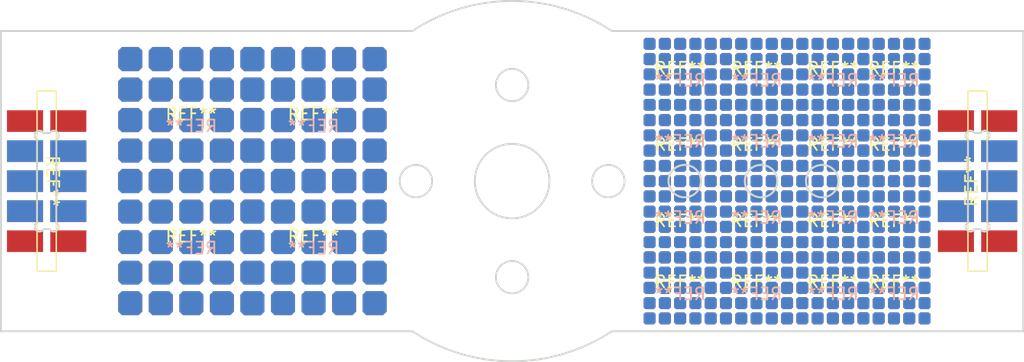
<source format=kicad_pcb>
(kicad_pcb (version 20201002) (generator pcbnew)

  (general
    (thickness 1.6)
  )

  (paper "A4")
  (layers
    (0 "F.Cu" signal)
    (31 "B.Cu" signal)
    (32 "B.Adhes" user "B.Adhesive")
    (33 "F.Adhes" user "F.Adhesive")
    (34 "B.Paste" user)
    (35 "F.Paste" user)
    (36 "B.SilkS" user "B.Silkscreen")
    (37 "F.SilkS" user "F.Silkscreen")
    (38 "B.Mask" user)
    (39 "F.Mask" user)
    (40 "Dwgs.User" user "User.Drawings")
    (41 "Cmts.User" user "User.Comments")
    (42 "Eco1.User" user "User.Eco1")
    (43 "Eco2.User" user "User.Eco2")
    (44 "Edge.Cuts" user)
    (45 "Margin" user)
    (46 "B.CrtYd" user "B.Courtyard")
    (47 "F.CrtYd" user "F.Courtyard")
    (48 "B.Fab" user)
    (49 "F.Fab" user)
  )

  (setup
    (grid_origin 150 100)
    (pcbplotparams
      (layerselection 0x00010fc_ffffffff)
      (usegerberextensions false)
      (usegerberattributes true)
      (usegerberadvancedattributes true)
      (creategerberjobfile true)
      (svguseinch false)
      (svgprecision 6)
      (excludeedgelayer true)
      (linewidth 0.100000)
      (plotframeref false)
      (viasonmask false)
      (mode 1)
      (useauxorigin false)
      (hpglpennumber 1)
      (hpglpenspeed 20)
      (hpglpendiameter 15.000000)
      (psnegative false)
      (psa4output false)
      (plotreference true)
      (plotvalue true)
      (plotinvisibletext false)
      (sketchpadsonfab false)
      (subtractmaskfromsilk false)
      (outputformat 1)
      (mirror false)
      (drillshape 0)
      (scaleselection 1)
      (outputdirectory "gerber")
    )
  )


  (net 0 "")

  (module "common_footprints:5x5_proto_array_1.27" (layer "F.Cu") (tedit 5F805F0D) (tstamp 073950fb-9912-412a-a4c5-b695af34aa09)
    (at 176.67 97.46)
    (attr through_hole)
    (fp_text reference "REF**" (at 0 -0.5 unlocked) (layer "F.SilkS")
      (effects (font (size 1 1) (thickness 0.15)))
      (tstamp ac16564f-52d4-4319-aa93-9394421e4ecf)
    )
    (fp_text value "5x5_proto_array_1.27" (at 0 1 unlocked) (layer "F.Fab")
      (effects (font (size 1 1) (thickness 0.15)))
      (tstamp 12caadd5-dbe7-4429-ab65-8485b9644aab)
    )
    (pad "0" smd roundrect (at -2.54 1.27) (size 1 1) (layers "F.Cu" "F.Mask") (roundrect_rratio 0.25)
      (chamfer_ratio 0.15) (chamfer top_left top_right bottom_left bottom_right) (tstamp 52afa32a-4416-42b4-9706-b3a29551610d))
    (pad "0" smd roundrect (at -2.54 -2.54) (size 1 1) (layers "F.Cu" "F.Mask") (roundrect_rratio 0.25)
      (chamfer_ratio 0.15) (chamfer top_left top_right bottom_left bottom_right) (tstamp 8d6d66ac-06bc-4a1b-a3e1-785345cd6937))
    (pad "0" smd roundrect (at -2.54 2.54) (size 1 1) (layers "F.Cu" "F.Mask") (roundrect_rratio 0.25)
      (chamfer_ratio 0.15) (chamfer top_left top_right bottom_left bottom_right) (tstamp b6b0537f-ea3d-4630-9d5b-0fb54c6f6307))
    (pad "0" smd roundrect (at -2.54 0) (size 1 1) (layers "F.Cu" "F.Mask") (roundrect_rratio 0.25)
      (chamfer_ratio 0.15) (chamfer top_left top_right bottom_left bottom_right) (tstamp bca9d3b3-ba47-4ee3-bd8f-40e4abd872dc))
    (pad "0" smd roundrect (at -2.54 -1.27) (size 1 1) (layers "F.Cu" "F.Mask") (roundrect_rratio 0.25)
      (chamfer_ratio 0.15) (chamfer top_left top_right bottom_left bottom_right) (tstamp de137d53-2d99-48e4-bcc9-098d3749b911))
    (pad "1" smd roundrect (at -1.27 -2.54) (size 1 1) (layers "F.Cu" "F.Mask") (roundrect_rratio 0.25)
      (chamfer_ratio 0.15) (chamfer top_left top_right bottom_left bottom_right) (tstamp 2ceb1d5e-4f9e-4504-9ff2-18b3924e3cb0))
    (pad "1" smd roundrect (at -1.27 2.54) (size 1 1) (layers "F.Cu" "F.Mask") (roundrect_rratio 0.25)
      (chamfer_ratio 0.15) (chamfer top_left top_right bottom_left bottom_right) (tstamp 501fe4ba-db62-4557-af2b-07b1ece767ca))
    (pad "1" smd roundrect (at -1.27 -1.27) (size 1 1) (layers "F.Cu" "F.Mask") (roundrect_rratio 0.25)
      (chamfer_ratio 0.15) (chamfer top_left top_right bottom_left bottom_right) (tstamp 7250b2fa-9701-4843-a3e2-27019e0eb696))
    (pad "1" smd roundrect (at -1.27 0) (size 1 1) (layers "F.Cu" "F.Mask") (roundrect_rratio 0.25)
      (chamfer_ratio 0.15) (chamfer top_left top_right bottom_left bottom_right) (tstamp d0834d35-bf1a-4de6-b64b-15d77cce1f80))
    (pad "1" smd roundrect (at -1.27 1.27) (size 1 1) (layers "F.Cu" "F.Mask") (roundrect_rratio 0.25)
      (chamfer_ratio 0.15) (chamfer top_left top_right bottom_left bottom_right) (tstamp d6bf3083-e97f-4a57-b37b-c38d220a80c6))
    (pad "2" smd roundrect (at 0 1.27) (size 1 1) (layers "F.Cu" "F.Mask") (roundrect_rratio 0.25)
      (chamfer_ratio 0.15) (chamfer top_left top_right bottom_left bottom_right) (tstamp 7c309d9f-c5cd-409b-9040-bddcc7f64140))
    (pad "2" smd roundrect (at 0 2.54) (size 1 1) (layers "F.Cu" "F.Mask") (roundrect_rratio 0.25)
      (chamfer_ratio 0.15) (chamfer top_left top_right bottom_left bottom_right) (tstamp 86813771-a649-4a94-a77e-31de2b7f4dad))
    (pad "2" smd roundrect (at 0 -1.27) (size 1 1) (layers "F.Cu" "F.Mask") (roundrect_rratio 0.25)
      (chamfer_ratio 0.15) (chamfer top_left top_right bottom_left bottom_right) (tstamp 96572984-8f73-4545-a345-75e667ff43f1))
    (pad "2" smd roundrect (at 0 0) (size 1 1) (layers "F.Cu" "F.Mask") (roundrect_rratio 0.25)
      (chamfer_ratio 0.15) (chamfer top_left top_right bottom_left bottom_right) (tstamp bbe14e02-7846-4cdb-b06f-0d85a8335e89))
    (pad "2" smd roundrect (at 0 -2.54) (size 1 1) (layers "F.Cu" "F.Mask") (roundrect_rratio 0.25)
      (chamfer_ratio 0.15) (chamfer top_left top_right bottom_left bottom_right) (tstamp f1c1535e-e638-4b19-b9bd-01c894096754))
    (pad "3" smd roundrect (at 1.27 0) (size 1 1) (layers "F.Cu" "F.Mask") (roundrect_rratio 0.25)
      (chamfer_ratio 0.15) (chamfer top_left top_right bottom_left bottom_right) (tstamp 056e0c78-e856-469f-bd49-f49c7f257d48))
    (pad "3" smd roundrect (at 1.27 1.27) (size 1 1) (layers "F.Cu" "F.Mask") (roundrect_rratio 0.25)
      (chamfer_ratio 0.15) (chamfer top_left top_right bottom_left bottom_right) (tstamp 54b67637-f608-45ac-9b38-f089707f0b67))
    (pad "3" smd roundrect (at 1.27 -1.27) (size 1 1) (layers "F.Cu" "F.Mask") (roundrect_rratio 0.25)
      (chamfer_ratio 0.15) (chamfer top_left top_right bottom_left bottom_right) (tstamp 6248ed0b-07df-436c-b7cd-39fc9cae7ce2))
    (pad "3" smd roundrect (at 1.27 2.54) (size 1 1) (layers "F.Cu" "F.Mask") (roundrect_rratio 0.25)
      (chamfer_ratio 0.15) (chamfer top_left top_right bottom_left bottom_right) (tstamp c1e4f152-0748-484c-ba38-023d9c70079a))
    (pad "3" smd roundrect (at 1.27 -2.54) (size 1 1) (layers "F.Cu" "F.Mask") (roundrect_rratio 0.25)
      (chamfer_ratio 0.15) (chamfer top_left top_right bottom_left bottom_right) (tstamp e8e0b590-0532-4803-9ca1-b6720cb51dfc))
    (pad "4" smd roundrect (at 2.54 0) (size 1 1) (layers "F.Cu" "F.Mask") (roundrect_rratio 0.25)
      (chamfer_ratio 0.15) (chamfer top_left top_right bottom_left bottom_right) (tstamp 5fd11a7b-bcf5-431d-afba-9247eeddbc6d))
    (pad "4" smd roundrect (at 2.54 -2.54) (size 1 1) (layers "F.Cu" "F.Mask") (roundrect_rratio 0.25)
      (chamfer_ratio 0.15) (chamfer top_left top_right bottom_left bottom_right) (tstamp 77f53227-e0a0-47fe-b3b7-b45f261a2d74))
    (pad "4" smd roundrect (at 2.54 -1.27) (size 1 1) (layers "F.Cu" "F.Mask") (roundrect_rratio 0.25)
      (chamfer_ratio 0.15) (chamfer top_left top_right bottom_left bottom_right) (tstamp 83518fd7-2230-4eaf-8383-a2ffc03a05bb))
    (pad "4" smd roundrect (at 2.54 1.27) (size 1 1) (layers "F.Cu" "F.Mask") (roundrect_rratio 0.25)
      (chamfer_ratio 0.15) (chamfer top_left top_right bottom_left bottom_right) (tstamp 978a9421-daa8-4fb8-aaae-65c9730645f8))
    (pad "4" smd roundrect (at 2.54 2.54) (size 1 1) (layers "F.Cu" "F.Mask") (roundrect_rratio 0.25)
      (chamfer_ratio 0.15) (chamfer top_left top_right bottom_left bottom_right) (tstamp bce72253-1263-4c46-b733-63dc498d1230))
  )

  (module "common_footprints:5x5_proto_array_1.27" (layer "F.Cu") (tedit 5F805F0D) (tstamp 1330de8e-9c6e-4ea4-b623-bf21ce262705)
    (at 163.97 103.81)
    (attr through_hole)
    (fp_text reference "REF**" (at 0 -0.5 unlocked) (layer "F.SilkS")
      (effects (font (size 1 1) (thickness 0.15)))
      (tstamp d4129e63-3132-4d6a-a031-bd3978611fa0)
    )
    (fp_text value "5x5_proto_array_1.27" (at 0 1 unlocked) (layer "F.Fab")
      (effects (font (size 1 1) (thickness 0.15)))
      (tstamp c006945a-80dd-4979-a573-e98742c0bd6b)
    )
    (pad "0" smd roundrect (at -2.54 1.27) (size 1 1) (layers "F.Cu" "F.Mask") (roundrect_rratio 0.25)
      (chamfer_ratio 0.15) (chamfer top_left top_right bottom_left bottom_right) (tstamp 34b125d3-bbc7-404c-a2b3-2d0df42f1a2e))
    (pad "0" smd roundrect (at -2.54 -1.27) (size 1 1) (layers "F.Cu" "F.Mask") (roundrect_rratio 0.25)
      (chamfer_ratio 0.15) (chamfer top_left top_right bottom_left bottom_right) (tstamp 60c0f51d-4958-4056-9a73-d237c7c538e7))
    (pad "0" smd roundrect (at -2.54 2.54) (size 1 1) (layers "F.Cu" "F.Mask") (roundrect_rratio 0.25)
      (chamfer_ratio 0.15) (chamfer top_left top_right bottom_left bottom_right) (tstamp 6a12f88b-a8ea-4b30-b514-1a4ee9bce43c))
    (pad "0" smd roundrect (at -2.54 0) (size 1 1) (layers "F.Cu" "F.Mask") (roundrect_rratio 0.25)
      (chamfer_ratio 0.15) (chamfer top_left top_right bottom_left bottom_right) (tstamp 7089fc1f-2756-4a97-90a8-00849584c5ad))
    (pad "0" smd roundrect (at -2.54 -2.54) (size 1 1) (layers "F.Cu" "F.Mask") (roundrect_rratio 0.25)
      (chamfer_ratio 0.15) (chamfer top_left top_right bottom_left bottom_right) (tstamp b054ac6b-c7ef-44f4-ab90-1dd07e252575))
    (pad "1" smd roundrect (at -1.27 -1.27) (size 1 1) (layers "F.Cu" "F.Mask") (roundrect_rratio 0.25)
      (chamfer_ratio 0.15) (chamfer top_left top_right bottom_left bottom_right) (tstamp 264858d8-114e-43d1-99f7-b62384b9f606))
    (pad "1" smd roundrect (at -1.27 -2.54) (size 1 1) (layers "F.Cu" "F.Mask") (roundrect_rratio 0.25)
      (chamfer_ratio 0.15) (chamfer top_left top_right bottom_left bottom_right) (tstamp 61c521b9-eae9-4f5f-b37a-20768330be42))
    (pad "1" smd roundrect (at -1.27 1.27) (size 1 1) (layers "F.Cu" "F.Mask") (roundrect_rratio 0.25)
      (chamfer_ratio 0.15) (chamfer top_left top_right bottom_left bottom_right) (tstamp 86c19990-836b-4729-ac5d-18c2ce65f71c))
    (pad "1" smd roundrect (at -1.27 2.54) (size 1 1) (layers "F.Cu" "F.Mask") (roundrect_rratio 0.25)
      (chamfer_ratio 0.15) (chamfer top_left top_right bottom_left bottom_right) (tstamp 8b801af1-f16f-4c35-9d10-9cbd7a596834))
    (pad "1" smd roundrect (at -1.27 0) (size 1 1) (layers "F.Cu" "F.Mask") (roundrect_rratio 0.25)
      (chamfer_ratio 0.15) (chamfer top_left top_right bottom_left bottom_right) (tstamp ba83001d-54f8-4695-93ba-30780ab63a65))
    (pad "2" smd roundrect (at 0 1.27) (size 1 1) (layers "F.Cu" "F.Mask") (roundrect_rratio 0.25)
      (chamfer_ratio 0.15) (chamfer top_left top_right bottom_left bottom_right) (tstamp 43e2e620-4682-4159-a674-793252b39f9b))
    (pad "2" smd roundrect (at 0 -1.27) (size 1 1) (layers "F.Cu" "F.Mask") (roundrect_rratio 0.25)
      (chamfer_ratio 0.15) (chamfer top_left top_right bottom_left bottom_right) (tstamp 72db82be-725f-4ae8-9529-f7e29881ab17))
    (pad "2" smd roundrect (at 0 0) (size 1 1) (layers "F.Cu" "F.Mask") (roundrect_rratio 0.25)
      (chamfer_ratio 0.15) (chamfer top_left top_right bottom_left bottom_right) (tstamp 7f298021-6c2c-4819-89b1-88d51f8231e5))
    (pad "2" smd roundrect (at 0 2.54) (size 1 1) (layers "F.Cu" "F.Mask") (roundrect_rratio 0.25)
      (chamfer_ratio 0.15) (chamfer top_left top_right bottom_left bottom_right) (tstamp 96350dfa-58d2-4d44-8d0a-f4e4c6c3c3f6))
    (pad "2" smd roundrect (at 0 -2.54) (size 1 1) (layers "F.Cu" "F.Mask") (roundrect_rratio 0.25)
      (chamfer_ratio 0.15) (chamfer top_left top_right bottom_left bottom_right) (tstamp bc659d61-491a-4c54-9c7c-7991187365ca))
    (pad "3" smd roundrect (at 1.27 1.27) (size 1 1) (layers "F.Cu" "F.Mask") (roundrect_rratio 0.25)
      (chamfer_ratio 0.15) (chamfer top_left top_right bottom_left bottom_right) (tstamp b6ee8f19-5e4d-4b46-b104-a3fdd011418a))
    (pad "3" smd roundrect (at 1.27 0) (size 1 1) (layers "F.Cu" "F.Mask") (roundrect_rratio 0.25)
      (chamfer_ratio 0.15) (chamfer top_left top_right bottom_left bottom_right) (tstamp bcbb34df-3c38-4c11-9eaa-e45d422f4623))
    (pad "3" smd roundrect (at 1.27 -1.27) (size 1 1) (layers "F.Cu" "F.Mask") (roundrect_rratio 0.25)
      (chamfer_ratio 0.15) (chamfer top_left top_right bottom_left bottom_right) (tstamp cd73d432-9fca-474c-83bf-2f388b33ef22))
    (pad "3" smd roundrect (at 1.27 -2.54) (size 1 1) (layers "F.Cu" "F.Mask") (roundrect_rratio 0.25)
      (chamfer_ratio 0.15) (chamfer top_left top_right bottom_left bottom_right) (tstamp cfdde6ac-e846-4ebd-aa4e-30127d1b66a4))
    (pad "3" smd roundrect (at 1.27 2.54) (size 1 1) (layers "F.Cu" "F.Mask") (roundrect_rratio 0.25)
      (chamfer_ratio 0.15) (chamfer top_left top_right bottom_left bottom_right) (tstamp e5eb98f2-94f7-4f59-b5c3-396d6390f491))
    (pad "4" smd roundrect (at 2.54 2.54) (size 1 1) (layers "F.Cu" "F.Mask") (roundrect_rratio 0.25)
      (chamfer_ratio 0.15) (chamfer top_left top_right bottom_left bottom_right) (tstamp 4fff3a8d-d917-4a0e-8e45-5a992826528d))
    (pad "4" smd roundrect (at 2.54 -1.27) (size 1 1) (layers "F.Cu" "F.Mask") (roundrect_rratio 0.25)
      (chamfer_ratio 0.15) (chamfer top_left top_right bottom_left bottom_right) (tstamp 5a0336fc-e47b-483d-80c6-7cb96bd85897))
    (pad "4" smd roundrect (at 2.54 -2.54) (size 1 1) (layers "F.Cu" "F.Mask") (roundrect_rratio 0.25)
      (chamfer_ratio 0.15) (chamfer top_left top_right bottom_left bottom_right) (tstamp 5a721182-eb9f-421a-b7a4-854813b82dfc))
    (pad "4" smd roundrect (at 2.54 1.27) (size 1 1) (layers "F.Cu" "F.Mask") (roundrect_rratio 0.25)
      (chamfer_ratio 0.15) (chamfer top_left top_right bottom_left bottom_right) (tstamp 61f7de99-79ca-4af6-884a-10894ba50ae0))
    (pad "4" smd roundrect (at 2.54 0) (size 1 1) (layers "F.Cu" "F.Mask") (roundrect_rratio 0.25)
      (chamfer_ratio 0.15) (chamfer top_left top_right bottom_left bottom_right) (tstamp fa8b233a-b344-4914-a699-670b1c1a3c76))
  )

  (module "common_footprints:5x5_proto_array_1.27" (layer "F.Cu") (tedit 5F805F0D) (tstamp 15402474-7a5c-4969-86c8-3bae548338c0)
    (at 181.75 91.11)
    (attr through_hole)
    (fp_text reference "REF**" (at 0 -0.5 unlocked) (layer "F.SilkS")
      (effects (font (size 1 1) (thickness 0.15)))
      (tstamp 4696fbfb-2f1a-4f7c-ae56-472e5482e0b4)
    )
    (fp_text value "5x5_proto_array_1.27" (at 0 1 unlocked) (layer "F.Fab")
      (effects (font (size 1 1) (thickness 0.15)))
      (tstamp 8bf80086-2d5f-4d63-9d21-2aca63dc6562)
    )
    (pad "0" smd roundrect (at -2.54 0) (size 1 1) (layers "F.Cu" "F.Mask") (roundrect_rratio 0.25)
      (chamfer_ratio 0.15) (chamfer top_left top_right bottom_left bottom_right) (tstamp 09ee97c4-eeaa-4204-9a2c-8b205fa83851))
    (pad "0" smd roundrect (at -2.54 -2.54) (size 1 1) (layers "F.Cu" "F.Mask") (roundrect_rratio 0.25)
      (chamfer_ratio 0.15) (chamfer top_left top_right bottom_left bottom_right) (tstamp 1edbf43d-19d2-4b5e-9164-ec440e1480c2))
    (pad "0" smd roundrect (at -2.54 1.27) (size 1 1) (layers "F.Cu" "F.Mask") (roundrect_rratio 0.25)
      (chamfer_ratio 0.15) (chamfer top_left top_right bottom_left bottom_right) (tstamp a96b3654-fe5a-41cf-a5aa-df5952cbd182))
    (pad "0" smd roundrect (at -2.54 -1.27) (size 1 1) (layers "F.Cu" "F.Mask") (roundrect_rratio 0.25)
      (chamfer_ratio 0.15) (chamfer top_left top_right bottom_left bottom_right) (tstamp db840a4b-e647-4406-bc0c-ca9cc9cccfd0))
    (pad "0" smd roundrect (at -2.54 2.54) (size 1 1) (layers "F.Cu" "F.Mask") (roundrect_rratio 0.25)
      (chamfer_ratio 0.15) (chamfer top_left top_right bottom_left bottom_right) (tstamp e6834648-c7b4-4bda-9edc-f7b5cef6b414))
    (pad "1" smd roundrect (at -1.27 -1.27) (size 1 1) (layers "F.Cu" "F.Mask") (roundrect_rratio 0.25)
      (chamfer_ratio 0.15) (chamfer top_left top_right bottom_left bottom_right) (tstamp 7685c1e8-ea11-4ef6-b590-5dd67496788e))
    (pad "1" smd roundrect (at -1.27 -2.54) (size 1 1) (layers "F.Cu" "F.Mask") (roundrect_rratio 0.25)
      (chamfer_ratio 0.15) (chamfer top_left top_right bottom_left bottom_right) (tstamp 9bc2f242-3fd5-4b9d-9e7a-ea951df2927b))
    (pad "1" smd roundrect (at -1.27 0) (size 1 1) (layers "F.Cu" "F.Mask") (roundrect_rratio 0.25)
      (chamfer_ratio 0.15) (chamfer top_left top_right bottom_left bottom_right) (tstamp be338145-aa46-4768-8098-fb00713c31c0))
    (pad "1" smd roundrect (at -1.27 1.27) (size 1 1) (layers "F.Cu" "F.Mask") (roundrect_rratio 0.25)
      (chamfer_ratio 0.15) (chamfer top_left top_right bottom_left bottom_right) (tstamp d2019205-7fe0-4fbe-8039-c5664b3fde83))
    (pad "1" smd roundrect (at -1.27 2.54) (size 1 1) (layers "F.Cu" "F.Mask") (roundrect_rratio 0.25)
      (chamfer_ratio 0.15) (chamfer top_left top_right bottom_left bottom_right) (tstamp f30085e0-6429-49c2-8f8e-d05b04be1939))
    (pad "2" smd roundrect (at 0 2.54) (size 1 1) (layers "F.Cu" "F.Mask") (roundrect_rratio 0.25)
      (chamfer_ratio 0.15) (chamfer top_left top_right bottom_left bottom_right) (tstamp 13538d25-0298-4923-a0bf-db481d67f9af))
    (pad "2" smd roundrect (at 0 -1.27) (size 1 1) (layers "F.Cu" "F.Mask") (roundrect_rratio 0.25)
      (chamfer_ratio 0.15) (chamfer top_left top_right bottom_left bottom_right) (tstamp 29f3c7dd-93dc-4acb-a9f4-03f9a96935f6))
    (pad "2" smd roundrect (at 0 1.27) (size 1 1) (layers "F.Cu" "F.Mask") (roundrect_rratio 0.25)
      (chamfer_ratio 0.15) (chamfer top_left top_right bottom_left bottom_right) (tstamp 6243d7d0-9905-4624-af05-cefdb1f87754))
    (pad "2" smd roundrect (at 0 -2.54) (size 1 1) (layers "F.Cu" "F.Mask") (roundrect_rratio 0.25)
      (chamfer_ratio 0.15) (chamfer top_left top_right bottom_left bottom_right) (tstamp 80ed8ab2-c7e3-4426-bc40-1279fccc7111))
    (pad "2" smd roundrect (at 0 0) (size 1 1) (layers "F.Cu" "F.Mask") (roundrect_rratio 0.25)
      (chamfer_ratio 0.15) (chamfer top_left top_right bottom_left bottom_right) (tstamp a57a00ee-43fa-4f86-ac37-8743c69c1fef))
    (pad "3" smd roundrect (at 1.27 1.27) (size 1 1) (layers "F.Cu" "F.Mask") (roundrect_rratio 0.25)
      (chamfer_ratio 0.15) (chamfer top_left top_right bottom_left bottom_right) (tstamp 0d7c60ec-acd6-473f-baa8-f1abc61e8f3e))
    (pad "3" smd roundrect (at 1.27 2.54) (size 1 1) (layers "F.Cu" "F.Mask") (roundrect_rratio 0.25)
      (chamfer_ratio 0.15) (chamfer top_left top_right bottom_left bottom_right) (tstamp 461e2d5e-12ad-4355-8047-1603df467cce))
    (pad "3" smd roundrect (at 1.27 0) (size 1 1) (layers "F.Cu" "F.Mask") (roundrect_rratio 0.25)
      (chamfer_ratio 0.15) (chamfer top_left top_right bottom_left bottom_right) (tstamp 58370fbd-0141-4f71-859b-ebe0db5ef842))
    (pad "3" smd roundrect (at 1.27 -1.27) (size 1 1) (layers "F.Cu" "F.Mask") (roundrect_rratio 0.25)
      (chamfer_ratio 0.15) (chamfer top_left top_right bottom_left bottom_right) (tstamp 777de9c0-30b2-4f2b-93d3-35b67089cacf))
    (pad "3" smd roundrect (at 1.27 -2.54) (size 1 1) (layers "F.Cu" "F.Mask") (roundrect_rratio 0.25)
      (chamfer_ratio 0.15) (chamfer top_left top_right bottom_left bottom_right) (tstamp d7139f61-56e4-4f7f-9fce-66bc0227bd3f))
    (pad "4" smd roundrect (at 2.54 2.54) (size 1 1) (layers "F.Cu" "F.Mask") (roundrect_rratio 0.25)
      (chamfer_ratio 0.15) (chamfer top_left top_right bottom_left bottom_right) (tstamp 2160c3d4-b724-4e45-8d61-3013800ff49c))
    (pad "4" smd roundrect (at 2.54 1.27) (size 1 1) (layers "F.Cu" "F.Mask") (roundrect_rratio 0.25)
      (chamfer_ratio 0.15) (chamfer top_left top_right bottom_left bottom_right) (tstamp 26d65552-c949-41e6-9e9a-b1a2c8284e77))
    (pad "4" smd roundrect (at 2.54 0) (size 1 1) (layers "F.Cu" "F.Mask") (roundrect_rratio 0.25)
      (chamfer_ratio 0.15) (chamfer top_left top_right bottom_left bottom_right) (tstamp 47bbfb07-bc8b-46a8-b5a0-09e152bfc4d1))
    (pad "4" smd roundrect (at 2.54 -1.27) (size 1 1) (layers "F.Cu" "F.Mask") (roundrect_rratio 0.25)
      (chamfer_ratio 0.15) (chamfer top_left top_right bottom_left bottom_right) (tstamp 47f56674-cb51-4d9f-9166-d0abf7784237))
    (pad "4" smd roundrect (at 2.54 -2.54) (size 1 1) (layers "F.Cu" "F.Mask") (roundrect_rratio 0.25)
      (chamfer_ratio 0.15) (chamfer top_left top_right bottom_left bottom_right) (tstamp c1503cc3-2843-45d2-abf6-fe5c203333c2))
  )

  (module "common_footprints:5x5_proto_array_2.54" (layer "F.Cu") (tedit 5F805ECF) (tstamp 1560403d-c87d-4f18-b16f-69015b6ecd2e)
    (at 133.49 105.08)
    (attr through_hole)
    (fp_text reference "REF**" (at 0 -0.5 unlocked) (layer "F.SilkS")
      (effects (font (size 1 1) (thickness 0.15)))
      (tstamp b8f14b9b-ce43-4020-a2da-a8f10378cb79)
    )
    (fp_text value "5x5_proto_array_2.54" (at 0 1 unlocked) (layer "F.Fab") hide
      (effects (font (size 1 1) (thickness 0.15)))
      (tstamp d3d8915e-fe99-4a51-aa5a-28ed980ccb75)
    )
    (pad "0" smd roundrect (at -5.08 -5.08) (size 2 2) (layers "F.Cu" "F.Mask") (roundrect_rratio 0.25)
      (chamfer_ratio 0.15) (chamfer top_left top_right bottom_left bottom_right) (tstamp 074508dc-798c-4a5c-9bf3-c070ae9af1b4))
    (pad "0" smd roundrect (at -5.08 5.08) (size 2 2) (layers "F.Cu" "F.Mask") (roundrect_rratio 0.25)
      (chamfer_ratio 0.15) (chamfer top_left top_right bottom_left bottom_right) (tstamp 1afda8d8-9621-40f4-8ff0-1e61fd1b1a62))
    (pad "0" smd roundrect (at -5.08 2.54) (size 2 2) (layers "F.Cu" "F.Mask") (roundrect_rratio 0.25)
      (chamfer_ratio 0.15) (chamfer top_left top_right bottom_left bottom_right) (tstamp 4953ab04-5f62-430f-9512-76f1337487c5))
    (pad "0" smd roundrect (at -5.08 -2.54) (size 2 2) (layers "F.Cu" "F.Mask") (roundrect_rratio 0.25)
      (chamfer_ratio 0.15) (chamfer top_left top_right bottom_left bottom_right) (tstamp a1f9d419-049b-4b41-a3ca-ac91e987f843))
    (pad "0" smd roundrect (at -5.08 0) (size 2 2) (layers "F.Cu" "F.Mask") (roundrect_rratio 0.25)
      (chamfer_ratio 0.15) (chamfer top_left top_right bottom_left bottom_right) (tstamp d642992d-d95f-457d-908d-9f5188d28807))
    (pad "1" smd roundrect (at -2.54 0) (size 2 2) (layers "F.Cu" "F.Mask") (roundrect_rratio 0.25)
      (chamfer_ratio 0.15) (chamfer top_left top_right bottom_left bottom_right) (tstamp 635457fa-27d7-47d9-a964-7662c56a36f5))
    (pad "1" smd roundrect (at -2.54 2.54) (size 2 2) (layers "F.Cu" "F.Mask") (roundrect_rratio 0.25)
      (chamfer_ratio 0.15) (chamfer top_left top_right bottom_left bottom_right) (tstamp 8c67533e-d6df-434b-8195-307d7d2d46a3))
    (pad "1" smd roundrect (at -2.54 -5.08) (size 2 2) (layers "F.Cu" "F.Mask") (roundrect_rratio 0.25)
      (chamfer_ratio 0.15) (chamfer top_left top_right bottom_left bottom_right) (tstamp c3888114-759d-4034-b87e-dcba08414ec8))
    (pad "1" smd roundrect (at -2.54 -2.54) (size 2 2) (layers "F.Cu" "F.Mask") (roundrect_rratio 0.25)
      (chamfer_ratio 0.15) (chamfer top_left top_right bottom_left bottom_right) (tstamp c5dced0c-da51-4cd7-b943-ffbe1719b4bb))
    (pad "1" smd roundrect (at -2.54 5.08) (size 2 2) (layers "F.Cu" "F.Mask") (roundrect_rratio 0.25)
      (chamfer_ratio 0.15) (chamfer top_left top_right bottom_left bottom_right) (tstamp e7665576-4eb7-4358-93f2-5f89685d91bd))
    (pad "2" smd roundrect (at 0 -2.54) (size 2 2) (layers "F.Cu" "F.Mask") (roundrect_rratio 0.25)
      (chamfer_ratio 0.15) (chamfer top_left top_right bottom_left bottom_right) (tstamp 0d8ed7bc-e257-4762-9cca-fb23126101d0))
    (pad "2" smd roundrect (at 0 2.54) (size 2 2) (layers "F.Cu" "F.Mask") (roundrect_rratio 0.25)
      (chamfer_ratio 0.15) (chamfer top_left top_right bottom_left bottom_right) (tstamp 32b42844-a27a-4e83-8601-d513d3cfbba6))
    (pad "2" smd roundrect (at 0 -5.08) (size 2 2) (layers "F.Cu" "F.Mask") (roundrect_rratio 0.25)
      (chamfer_ratio 0.15) (chamfer top_left top_right bottom_left bottom_right) (tstamp ad95240f-49af-40b4-8836-9ac594d0ca95))
    (pad "2" smd roundrect (at 0 0) (size 2 2) (layers "F.Cu" "F.Mask") (roundrect_rratio 0.25)
      (chamfer_ratio 0.15) (chamfer top_left top_right bottom_left bottom_right) (tstamp cde608f4-76b9-4fb7-9d99-fc9213264a96))
    (pad "2" smd roundrect (at 0 5.08) (size 2 2) (layers "F.Cu" "F.Mask") (roundrect_rratio 0.25)
      (chamfer_ratio 0.15) (chamfer top_left top_right bottom_left bottom_right) (tstamp cf6c23f8-bdb1-49a9-acf6-c9fdf5e2e691))
    (pad "3" smd roundrect (at 2.54 -5.08) (size 2 2) (layers "F.Cu" "F.Mask") (roundrect_rratio 0.25)
      (chamfer_ratio 0.15) (chamfer top_left top_right bottom_left bottom_right) (tstamp 0960f30c-425d-4f06-9f43-4c958888830d))
    (pad "3" smd roundrect (at 2.54 -2.54) (size 2 2) (layers "F.Cu" "F.Mask") (roundrect_rratio 0.25)
      (chamfer_ratio 0.15) (chamfer top_left top_right bottom_left bottom_right) (tstamp 30dae5ff-94ed-419e-a57e-555b79dcde99))
    (pad "3" smd roundrect (at 2.54 2.54) (size 2 2) (layers "F.Cu" "F.Mask") (roundrect_rratio 0.25)
      (chamfer_ratio 0.15) (chamfer top_left top_right bottom_left bottom_right) (tstamp a22e4911-4fcb-4a74-bb95-563d291a8713))
    (pad "3" smd roundrect (at 2.54 5.08) (size 2 2) (layers "F.Cu" "F.Mask") (roundrect_rratio 0.25)
      (chamfer_ratio 0.15) (chamfer top_left top_right bottom_left bottom_right) (tstamp b6622ce6-74c9-4be6-a618-52f7ecedef16))
    (pad "3" smd roundrect (at 2.54 0) (size 2 2) (layers "F.Cu" "F.Mask") (roundrect_rratio 0.25)
      (chamfer_ratio 0.15) (chamfer top_left top_right bottom_left bottom_right) (tstamp dccf5495-ba70-4117-b9f2-1750276e59b2))
    (pad "4" smd roundrect (at 5.08 2.54) (size 2 2) (layers "F.Cu" "F.Mask") (roundrect_rratio 0.25)
      (chamfer_ratio 0.15) (chamfer top_left top_right bottom_left bottom_right) (tstamp 2ab260cf-e637-4e9c-aaf9-f4f21c9389f9))
    (pad "4" smd roundrect (at 5.08 -5.08) (size 2 2) (layers "F.Cu" "F.Mask") (roundrect_rratio 0.25)
      (chamfer_ratio 0.15) (chamfer top_left top_right bottom_left bottom_right) (tstamp 39f044ab-8d3f-4acb-973a-d173bf6cac58))
    (pad "4" smd roundrect (at 5.08 -2.54) (size 2 2) (layers "F.Cu" "F.Mask") (roundrect_rratio 0.25)
      (chamfer_ratio 0.15) (chamfer top_left top_right bottom_left bottom_right) (tstamp 4e64d943-70b8-4dab-b863-130f38341966))
    (pad "4" smd roundrect (at 5.08 0) (size 2 2) (layers "F.Cu" "F.Mask") (roundrect_rratio 0.25)
      (chamfer_ratio 0.15) (chamfer top_left top_right bottom_left bottom_right) (tstamp 75d3dede-4931-485d-aefb-046804e63e91))
    (pad "4" smd roundrect (at 5.08 5.08) (size 2 2) (layers "F.Cu" "F.Mask") (roundrect_rratio 0.25)
      (chamfer_ratio 0.15) (chamfer top_left top_right bottom_left bottom_right) (tstamp ff173414-b9e1-4185-8ecb-51c68aad7a0e))
  )

  (module "common_footprints:8mm_base" (layer "F.Cu") (tedit 5F75A806) (tstamp 29f86daa-5218-49c7-a59e-8aae0ede4016)
    (at 111.3 100 -90)
    (attr through_hole)
    (fp_text reference "REF**" (at 0 -0.5 -90 unlocked) (layer "F.SilkS")
      (effects (font (size 1 1) (thickness 0.15)))
      (tstamp abcc6a5d-6b5d-4a5e-bc18-5ec0528147c2)
    )
    (fp_text value "8mm_base" (at 0 1 -90 unlocked) (layer "F.Fab")
      (effects (font (size 1 1) (thickness 0.15)))
      (tstamp 28915dff-a490-40a7-b9e1-a2f7ce3c83e3)
    )
    (fp_rect (start 7.5 -0.8) (end -7.5 0.8) (layer "F.SilkS") (width 0.12) (tstamp 79cfba64-59e3-4427-a58e-0402bab8e0df))
    (fp_rect (start -4 0.8) (end 4 -0.8) (layer "Dwgs.User") (width 0.1) (tstamp 887fd9bd-352d-4c9e-913b-bf80206b43d2))
    (pad "1" smd rect (at -5 1.8 270) (size 1.8 3) (layers "F.Cu" "F.Mask") (tstamp 76d97cf7-1d16-4321-9fee-ccee3918fb0d))
    (pad "2" smd rect (at -2.5 1.8 270) (size 1.8 3) (layers "F.Cu" "F.Mask") (tstamp 3afd50fa-5987-46b4-89d8-74b1c640a6db))
    (pad "3" smd rect (at 0 1.8 270) (size 1.8 3) (layers "F.Cu" "F.Mask") (tstamp 32c6ec52-8304-4347-8052-189b080e86a4))
    (pad "4" smd rect (at 2.5 1.8 270) (size 1.8 3) (layers "F.Cu" "F.Mask") (tstamp a5d1226e-5753-48a1-a77a-07b3b90c16b9))
    (pad "5" smd rect (at 5 1.8 270) (size 1.8 3) (layers "F.Cu" "F.Mask") (tstamp c066ff05-f0aa-42e8-82bc-93d91aa64743))
    (pad "6" smd rect (at 5 -1.8 270) (size 1.8 3) (layers "F.Cu" "F.Mask") (tstamp 17bb7b64-7622-4905-946d-d4163abc065d))
    (pad "7" smd rect (at 2.5 -1.8 270) (size 1.8 3) (layers "F.Cu" "F.Mask") (tstamp 5c0288a9-c2a2-40f3-b3de-96c8d5fae2f6))
    (pad "8" smd rect (at 0 -1.8 270) (size 1.8 3) (layers "F.Cu" "F.Mask") (tstamp b6ff1ae0-8eba-4b13-985a-82c1ecbc27c9))
    (pad "9" smd rect (at -2.5 -1.8 270) (size 1.8 3) (layers "F.Cu" "F.Mask") (tstamp 173d41af-fc60-43a2-ab08-38e0c5c8b433))
    (pad "10" smd rect (at -5 -1.8 270) (size 1.8 3) (layers "F.Cu" "F.Mask") (tstamp a71593f4-6fb4-46c0-9896-367bdd32e524))
    (pad "11" smd rect (at -2.5 1.8 270) (size 1.8 3) (layers "B.Cu" "B.Mask")
      (solder_mask_margin 0.1) (tstamp 9bd51e86-9020-44f3-8068-9246263ae32b))
    (pad "12" smd rect (at 0 1.8 270) (size 1.8 3) (layers "B.Cu" "B.Mask")
      (solder_mask_margin 0.1) (tstamp 3c522ca6-041c-44f4-a988-6fd4db050c65))
    (pad "13" smd rect (at 2.5 1.8 270) (size 1.8 3) (layers "B.Cu" "B.Mask")
      (solder_mask_margin 0.1) (tstamp 370fa44a-07ad-4796-aed7-55a5a7b3723e))
    (pad "14" smd rect (at 2.5 -1.8 270) (size 1.8 3) (layers "B.Cu" "B.Mask")
      (solder_mask_margin 0.1) (tstamp 871f475d-67e0-465a-b9a6-9197af289dce))
    (pad "15" smd rect (at 0 -1.8 270) (size 1.8 3) (layers "B.Cu" "B.Mask")
      (solder_mask_margin 0.1) (tstamp 76134abd-6171-4340-a5be-efd4e33995db))
    (pad "16" smd rect (at -2.5 -1.8 270) (size 1.8 3) (layers "B.Cu" "B.Mask")
      (solder_mask_margin 0.1) (tstamp e2124fce-3bca-4ea8-92f5-ddd80fd83c1f))
  )

  (module "common_footprints:5x5_proto_array_1.27" (layer "F.Cu") (tedit 5F805F0D) (tstamp 2c5db827-6f8a-4ea0-b5c5-972a431ffbec)
    (at 170.32 103.81)
    (attr through_hole)
    (fp_text reference "REF**" (at 0 -0.5 unlocked) (layer "F.SilkS")
      (effects (font (size 1 1) (thickness 0.15)))
      (tstamp 8687b777-769c-411a-ac5a-40a2d9a7f6b2)
    )
    (fp_text value "5x5_proto_array_1.27" (at 0 1 unlocked) (layer "F.Fab")
      (effects (font (size 1 1) (thickness 0.15)))
      (tstamp 575d78ef-9e36-4dea-92a9-cae62186a701)
    )
    (pad "0" smd roundrect (at -2.54 -1.27) (size 1 1) (layers "F.Cu" "F.Mask") (roundrect_rratio 0.25)
      (chamfer_ratio 0.15) (chamfer top_left top_right bottom_left bottom_right) (tstamp 21375ab7-4330-4a46-b4a2-d28952fc7579))
    (pad "0" smd roundrect (at -2.54 0) (size 1 1) (layers "F.Cu" "F.Mask") (roundrect_rratio 0.25)
      (chamfer_ratio 0.15) (chamfer top_left top_right bottom_left bottom_right) (tstamp 63bd16de-abb1-436e-a70e-130e3c023a0f))
    (pad "0" smd roundrect (at -2.54 -2.54) (size 1 1) (layers "F.Cu" "F.Mask") (roundrect_rratio 0.25)
      (chamfer_ratio 0.15) (chamfer top_left top_right bottom_left bottom_right) (tstamp 88adea75-9d50-466b-b229-092829eb3dc8))
    (pad "0" smd roundrect (at -2.54 1.27) (size 1 1) (layers "F.Cu" "F.Mask") (roundrect_rratio 0.25)
      (chamfer_ratio 0.15) (chamfer top_left top_right bottom_left bottom_right) (tstamp b4a93eaf-0488-43be-bd2c-8fb6a6a2cae1))
    (pad "0" smd roundrect (at -2.54 2.54) (size 1 1) (layers "F.Cu" "F.Mask") (roundrect_rratio 0.25)
      (chamfer_ratio 0.15) (chamfer top_left top_right bottom_left bottom_right) (tstamp fe2324a1-e76a-497c-8427-43595973b7f8))
    (pad "1" smd roundrect (at -1.27 -2.54) (size 1 1) (layers "F.Cu" "F.Mask") (roundrect_rratio 0.25)
      (chamfer_ratio 0.15) (chamfer top_left top_right bottom_left bottom_right) (tstamp 157b52b1-051d-4685-9f37-8e81284a5933))
    (pad "1" smd roundrect (at -1.27 1.27) (size 1 1) (layers "F.Cu" "F.Mask") (roundrect_rratio 0.25)
      (chamfer_ratio 0.15) (chamfer top_left top_right bottom_left bottom_right) (tstamp 6747c898-0e42-4df0-b48b-2136dd100f16))
    (pad "1" smd roundrect (at -1.27 2.54) (size 1 1) (layers "F.Cu" "F.Mask") (roundrect_rratio 0.25)
      (chamfer_ratio 0.15) (chamfer top_left top_right bottom_left bottom_right) (tstamp bc143f4c-b3ce-4f23-9ebe-22d86875f24b))
    (pad "1" smd roundrect (at -1.27 0) (size 1 1) (layers "F.Cu" "F.Mask") (roundrect_rratio 0.25)
      (chamfer_ratio 0.15) (chamfer top_left top_right bottom_left bottom_right) (tstamp dd36e767-b184-45cc-a7f0-0db7ddb8245a))
    (pad "1" smd roundrect (at -1.27 -1.27) (size 1 1) (layers "F.Cu" "F.Mask") (roundrect_rratio 0.25)
      (chamfer_ratio 0.15) (chamfer top_left top_right bottom_left bottom_right) (tstamp e8602449-5823-4676-98ff-68c0fcc3455c))
    (pad "2" smd roundrect (at 0 -1.27) (size 1 1) (layers "F.Cu" "F.Mask") (roundrect_rratio 0.25)
      (chamfer_ratio 0.15) (chamfer top_left top_right bottom_left bottom_right) (tstamp 66481d2d-9607-453c-a2bf-7e6b4296384a))
    (pad "2" smd roundrect (at 0 0) (size 1 1) (layers "F.Cu" "F.Mask") (roundrect_rratio 0.25)
      (chamfer_ratio 0.15) (chamfer top_left top_right bottom_left bottom_right) (tstamp 8754bf60-9720-4261-aae2-09d8cd40d03e))
    (pad "2" smd roundrect (at 0 2.54) (size 1 1) (layers "F.Cu" "F.Mask") (roundrect_rratio 0.25)
      (chamfer_ratio 0.15) (chamfer top_left top_right bottom_left bottom_right) (tstamp bda73b44-62c9-405c-bfd8-af204400201f))
    (pad "2" smd roundrect (at 0 -2.54) (size 1 1) (layers "F.Cu" "F.Mask") (roundrect_rratio 0.25)
      (chamfer_ratio 0.15) (chamfer top_left top_right bottom_left bottom_right) (tstamp ea8ce460-cbfa-4945-b8ba-af35419602d4))
    (pad "2" smd roundrect (at 0 1.27) (size 1 1) (layers "F.Cu" "F.Mask") (roundrect_rratio 0.25)
      (chamfer_ratio 0.15) (chamfer top_left top_right bottom_left bottom_right) (tstamp fe5650c9-462e-4612-8a9f-57fec5f946e2))
    (pad "3" smd roundrect (at 1.27 1.27) (size 1 1) (layers "F.Cu" "F.Mask") (roundrect_rratio 0.25)
      (chamfer_ratio 0.15) (chamfer top_left top_right bottom_left bottom_right) (tstamp 0b2e2aeb-f481-488a-a440-70d4ed75027d))
    (pad "3" smd roundrect (at 1.27 -2.54) (size 1 1) (layers "F.Cu" "F.Mask") (roundrect_rratio 0.25)
      (chamfer_ratio 0.15) (chamfer top_left top_right bottom_left bottom_right) (tstamp 2b19d01d-5f6a-4356-bc84-de63b361fe88))
    (pad "3" smd roundrect (at 1.27 -1.27) (size 1 1) (layers "F.Cu" "F.Mask") (roundrect_rratio 0.25)
      (chamfer_ratio 0.15) (chamfer top_left top_right bottom_left bottom_right) (tstamp 94f359cc-4684-4d00-9534-31d71f3f0267))
    (pad "3" smd roundrect (at 1.27 0) (size 1 1) (layers "F.Cu" "F.Mask") (roundrect_rratio 0.25)
      (chamfer_ratio 0.15) (chamfer top_left top_right bottom_left bottom_right) (tstamp a0011aac-7448-4a38-bb41-e08432a4c9c2))
    (pad "3" smd roundrect (at 1.27 2.54) (size 1 1) (layers "F.Cu" "F.Mask") (roundrect_rratio 0.25)
      (chamfer_ratio 0.15) (chamfer top_left top_right bottom_left bottom_right) (tstamp a266d0e7-9ace-487f-a19c-83239ea052e7))
    (pad "4" smd roundrect (at 2.54 1.27) (size 1 1) (layers "F.Cu" "F.Mask") (roundrect_rratio 0.25)
      (chamfer_ratio 0.15) (chamfer top_left top_right bottom_left bottom_right) (tstamp 0966799d-a7aa-463f-b7de-452833bcc08d))
    (pad "4" smd roundrect (at 2.54 -2.54) (size 1 1) (layers "F.Cu" "F.Mask") (roundrect_rratio 0.25)
      (chamfer_ratio 0.15) (chamfer top_left top_right bottom_left bottom_right) (tstamp 52bd5267-b4dd-44e3-958f-8254b6e631ea))
    (pad "4" smd roundrect (at 2.54 2.54) (size 1 1) (layers "F.Cu" "F.Mask") (roundrect_rratio 0.25)
      (chamfer_ratio 0.15) (chamfer top_left top_right bottom_left bottom_right) (tstamp 5fadcbf9-1f14-470b-869a-d44cb3a953b9))
    (pad "4" smd roundrect (at 2.54 -1.27) (size 1 1) (layers "F.Cu" "F.Mask") (roundrect_rratio 0.25)
      (chamfer_ratio 0.15) (chamfer top_left top_right bottom_left bottom_right) (tstamp 658c985a-8ea3-4c1d-b641-33cd6cdbddcd))
    (pad "4" smd roundrect (at 2.54 0) (size 1 1) (layers "F.Cu" "F.Mask") (roundrect_rratio 0.25)
      (chamfer_ratio 0.15) (chamfer top_left top_right bottom_left bottom_right) (tstamp e3783e5f-a528-48f3-8e49-6650626443c4))
  )

  (module "common_footprints:5x5_proto_array_1.27" (layer "F.Cu") (tedit 5F805F0D) (tstamp 2e124a51-0e95-440f-b46c-8edc0ae38543)
    (at 170.32 91.11)
    (attr through_hole)
    (fp_text reference "REF**" (at 0 -0.5 unlocked) (layer "F.SilkS")
      (effects (font (size 1 1) (thickness 0.15)))
      (tstamp 40ef1ac3-71ee-4fd2-9ae6-a9eae0ddfbb6)
    )
    (fp_text value "5x5_proto_array_1.27" (at 0 1 unlocked) (layer "F.Fab")
      (effects (font (size 1 1) (thickness 0.15)))
      (tstamp 98b266d2-514b-46cc-96a2-8de2c9d49bff)
    )
    (pad "0" smd roundrect (at -2.54 -2.54) (size 1 1) (layers "F.Cu" "F.Mask") (roundrect_rratio 0.25)
      (chamfer_ratio 0.15) (chamfer top_left top_right bottom_left bottom_right) (tstamp 5be5252e-f1d3-4f67-a536-dbf25524a8e0))
    (pad "0" smd roundrect (at -2.54 1.27) (size 1 1) (layers "F.Cu" "F.Mask") (roundrect_rratio 0.25)
      (chamfer_ratio 0.15) (chamfer top_left top_right bottom_left bottom_right) (tstamp 756a0d0d-e142-4c84-9e26-c387ca4665e2))
    (pad "0" smd roundrect (at -2.54 2.54) (size 1 1) (layers "F.Cu" "F.Mask") (roundrect_rratio 0.25)
      (chamfer_ratio 0.15) (chamfer top_left top_right bottom_left bottom_right) (tstamp 7d52afac-2206-4c71-b9da-f788c2de34bf))
    (pad "0" smd roundrect (at -2.54 0) (size 1 1) (layers "F.Cu" "F.Mask") (roundrect_rratio 0.25)
      (chamfer_ratio 0.15) (chamfer top_left top_right bottom_left bottom_right) (tstamp ac5e1ab3-8e2d-4d6a-9c01-c1c0304a71bc))
    (pad "0" smd roundrect (at -2.54 -1.27) (size 1 1) (layers "F.Cu" "F.Mask") (roundrect_rratio 0.25)
      (chamfer_ratio 0.15) (chamfer top_left top_right bottom_left bottom_right) (tstamp e07a59ef-e6db-4e6c-b51c-f1c0d5fe6d6d))
    (pad "1" smd roundrect (at -1.27 0) (size 1 1) (layers "F.Cu" "F.Mask") (roundrect_rratio 0.25)
      (chamfer_ratio 0.15) (chamfer top_left top_right bottom_left bottom_right) (tstamp 116905d0-6175-43d7-b3a6-a9d7a44eeffd))
    (pad "1" smd roundrect (at -1.27 1.27) (size 1 1) (layers "F.Cu" "F.Mask") (roundrect_rratio 0.25)
      (chamfer_ratio 0.15) (chamfer top_left top_right bottom_left bottom_right) (tstamp 4259718f-2ea4-4abf-ae95-2461a59a1bec))
    (pad "1" smd roundrect (at -1.27 2.54) (size 1 1) (layers "F.Cu" "F.Mask") (roundrect_rratio 0.25)
      (chamfer_ratio 0.15) (chamfer top_left top_right bottom_left bottom_right) (tstamp 81077c10-359b-489d-b106-f9ef79c54130))
    (pad "1" smd roundrect (at -1.27 -1.27) (size 1 1) (layers "F.Cu" "F.Mask") (roundrect_rratio 0.25)
      (chamfer_ratio 0.15) (chamfer top_left top_right bottom_left bottom_right) (tstamp a628da77-84af-4d12-99e7-ef276742a70a))
    (pad "1" smd roundrect (at -1.27 -2.54) (size 1 1) (layers "F.Cu" "F.Mask") (roundrect_rratio 0.25)
      (chamfer_ratio 0.15) (chamfer top_left top_right bottom_left bottom_right) (tstamp dde3a50a-6e48-439a-9b8e-09ba15ffefe4))
    (pad "2" smd roundrect (at 0 2.54) (size 1 1) (layers "F.Cu" "F.Mask") (roundrect_rratio 0.25)
      (chamfer_ratio 0.15) (chamfer top_left top_right bottom_left bottom_right) (tstamp 2b99390b-1684-4441-a065-2a6b9cd88bf1))
    (pad "2" smd roundrect (at 0 0) (size 1 1) (layers "F.Cu" "F.Mask") (roundrect_rratio 0.25)
      (chamfer_ratio 0.15) (chamfer top_left top_right bottom_left bottom_right) (tstamp 44509e90-a625-4050-9a78-3ddf140e0221))
    (pad "2" smd roundrect (at 0 1.27) (size 1 1) (layers "F.Cu" "F.Mask") (roundrect_rratio 0.25)
      (chamfer_ratio 0.15) (chamfer top_left top_right bottom_left bottom_right) (tstamp 4c1c9e18-082b-4c46-834e-d99f73509be7))
    (pad "2" smd roundrect (at 0 -1.27) (size 1 1) (layers "F.Cu" "F.Mask") (roundrect_rratio 0.25)
      (chamfer_ratio 0.15) (chamfer top_left top_right bottom_left bottom_right) (tstamp 7e0f864d-1043-4314-a51f-03b5703b5b9d))
    (pad "2" smd roundrect (at 0 -2.54) (size 1 1) (layers "F.Cu" "F.Mask") (roundrect_rratio 0.25)
      (chamfer_ratio 0.15) (chamfer top_left top_right bottom_left bottom_right) (tstamp cdc46607-1518-4b51-ae1b-c6b28db05ca9))
    (pad "3" smd roundrect (at 1.27 -2.54) (size 1 1) (layers "F.Cu" "F.Mask") (roundrect_rratio 0.25)
      (chamfer_ratio 0.15) (chamfer top_left top_right bottom_left bottom_right) (tstamp 54908f37-8abb-4dd7-a405-ebd7e330eb6e))
    (pad "3" smd roundrect (at 1.27 2.54) (size 1 1) (layers "F.Cu" "F.Mask") (roundrect_rratio 0.25)
      (chamfer_ratio 0.15) (chamfer top_left top_right bottom_left bottom_right) (tstamp 8c850e87-668d-4df2-96d0-6d09417315c1))
    (pad "3" smd roundrect (at 1.27 -1.27) (size 1 1) (layers "F.Cu" "F.Mask") (roundrect_rratio 0.25)
      (chamfer_ratio 0.15) (chamfer top_left top_right bottom_left bottom_right) (tstamp 8d6f8dc7-44a9-4a71-a5ab-1d869daf11d0))
    (pad "3" smd roundrect (at 1.27 0) (size 1 1) (layers "F.Cu" "F.Mask") (roundrect_rratio 0.25)
      (chamfer_ratio 0.15) (chamfer top_left top_right bottom_left bottom_right) (tstamp b61ec0fb-171a-4baf-b303-f7b510882d71))
    (pad "3" smd roundrect (at 1.27 1.27) (size 1 1) (layers "F.Cu" "F.Mask") (roundrect_rratio 0.25)
      (chamfer_ratio 0.15) (chamfer top_left top_right bottom_left bottom_right) (tstamp f4abe666-0294-4cea-a9e7-982b58202a36))
    (pad "4" smd roundrect (at 2.54 1.27) (size 1 1) (layers "F.Cu" "F.Mask") (roundrect_rratio 0.25)
      (chamfer_ratio 0.15) (chamfer top_left top_right bottom_left bottom_right) (tstamp 342065f8-e35e-419c-a428-fb1785041a68))
    (pad "4" smd roundrect (at 2.54 -1.27) (size 1 1) (layers "F.Cu" "F.Mask") (roundrect_rratio 0.25)
      (chamfer_ratio 0.15) (chamfer top_left top_right bottom_left bottom_right) (tstamp 55d3959c-ed2f-48fe-a08f-14870b7798dd))
    (pad "4" smd roundrect (at 2.54 2.54) (size 1 1) (layers "F.Cu" "F.Mask") (roundrect_rratio 0.25)
      (chamfer_ratio 0.15) (chamfer top_left top_right bottom_left bottom_right) (tstamp 6c1597be-1d35-4d1a-bffc-a3e2505b675b))
    (pad "4" smd roundrect (at 2.54 -2.54) (size 1 1) (layers "F.Cu" "F.Mask") (roundrect_rratio 0.25)
      (chamfer_ratio 0.15) (chamfer top_left top_right bottom_left bottom_right) (tstamp 83f1cf79-a047-47a8-bcf5-ba00065d8d75))
    (pad "4" smd roundrect (at 2.54 0) (size 1 1) (layers "F.Cu" "F.Mask") (roundrect_rratio 0.25)
      (chamfer_ratio 0.15) (chamfer top_left top_right bottom_left bottom_right) (tstamp d95b8aa3-199c-44a1-9452-1c8db5b0bce7))
  )

  (module "common_footprints:8mm_base" (layer "F.Cu") (tedit 5F75A806) (tstamp 5224b49a-a946-47a2-a624-ef50b86544b8)
    (at 188.7 100 90)
    (attr through_hole)
    (fp_text reference "REF**" (at 0 -0.5 90 unlocked) (layer "F.SilkS")
      (effects (font (size 1 1) (thickness 0.15)))
      (tstamp 390ee007-e2ef-43cf-801a-39a02e644429)
    )
    (fp_text value "8mm_base" (at 0 1 90 unlocked) (layer "F.Fab")
      (effects (font (size 1 1) (thickness 0.15)))
      (tstamp 1b90a110-ba30-42dd-b23c-701a1b3de047)
    )
    (fp_rect (start 7.5 -0.8) (end -7.5 0.8) (layer "F.SilkS") (width 0.12) (tstamp 1db9fc2e-ac6d-4fac-8896-2332424a1e20))
    (fp_rect (start -4 0.8) (end 4 -0.8) (layer "Dwgs.User") (width 0.1) (tstamp b411e7ce-ad77-46dc-9620-c3b1abb2a02a))
    (pad "1" smd rect (at -5 1.8 90) (size 1.8 3) (layers "F.Cu" "F.Mask") (tstamp 4068b327-2ef2-443b-99ed-d50864c8185c))
    (pad "2" smd rect (at -2.5 1.8 90) (size 1.8 3) (layers "F.Cu" "F.Mask") (tstamp acacdf40-f3c3-4cdc-a88b-b16737a3458e))
    (pad "3" smd rect (at 0 1.8 90) (size 1.8 3) (layers "F.Cu" "F.Mask") (tstamp 661bf4ae-8bea-4958-888b-b1136bfdcbc5))
    (pad "4" smd rect (at 2.5 1.8 90) (size 1.8 3) (layers "F.Cu" "F.Mask") (tstamp 272e0d08-33f8-4e7d-9dcf-cc2ddc37db8a))
    (pad "5" smd rect (at 5 1.8 90) (size 1.8 3) (layers "F.Cu" "F.Mask") (tstamp 3c0b2959-9a66-4c65-942b-feead5e49c43))
    (pad "6" smd rect (at 5 -1.8 90) (size 1.8 3) (layers "F.Cu" "F.Mask") (tstamp a45ae410-c19e-48c1-81c7-d2d88ec9411a))
    (pad "7" smd rect (at 2.5 -1.8 90) (size 1.8 3) (layers "F.Cu" "F.Mask") (tstamp 0dc251a2-8853-4fea-a472-1b6e8f144104))
    (pad "8" smd rect (at 0 -1.8 90) (size 1.8 3) (layers "F.Cu" "F.Mask") (tstamp 1f3a9cac-b35d-45f4-84cb-5aeb4fbbf796))
    (pad "9" smd rect (at -2.5 -1.8 90) (size 1.8 3) (layers "F.Cu" "F.Mask") (tstamp 34fe2713-8378-4421-9bb2-ae0e5277ef79))
    (pad "10" smd rect (at -5 -1.8 90) (size 1.8 3) (layers "F.Cu" "F.Mask") (tstamp 104d770d-e576-4a73-9c36-f45b571a4fa0))
    (pad "11" smd rect (at -2.5 1.8 90) (size 1.8 3) (layers "B.Cu" "B.Mask")
      (solder_mask_margin 0.1) (tstamp ed04f422-3321-43d1-96a2-80ffa955450b))
    (pad "12" smd rect (at 0 1.8 90) (size 1.8 3) (layers "B.Cu" "B.Mask")
      (solder_mask_margin 0.1) (tstamp 94a276a6-d53a-4e98-bf13-1a59b218b4f3))
    (pad "13" smd rect (at 2.5 1.8 90) (size 1.8 3) (layers "B.Cu" "B.Mask")
      (solder_mask_margin 0.1) (tstamp 13076f15-4239-4f5a-9fa4-7fb0a39353af))
    (pad "14" smd rect (at 2.5 -1.8 90) (size 1.8 3) (layers "B.Cu" "B.Mask")
      (solder_mask_margin 0.1) (tstamp 1a19b898-a432-42b9-874e-657efca0e684))
    (pad "15" smd rect (at 0 -1.8 90) (size 1.8 3) (layers "B.Cu" "B.Mask")
      (solder_mask_margin 0.1) (tstamp e1256e8c-c399-4c3e-8da5-1695097733e5))
    (pad "16" smd rect (at -2.5 -1.8 90) (size 1.8 3) (layers "B.Cu" "B.Mask")
      (solder_mask_margin 0.1) (tstamp b197518d-2bac-4e29-83bf-a521485113eb))
  )

  (module "common_footprints:5x5_proto_array_2.54" (layer "F.Cu") (tedit 5F805ECF) (tstamp 60abde2a-b5a2-4744-964b-9b22a6533050)
    (at 123.33 94.92)
    (attr through_hole)
    (fp_text reference "REF**" (at 0 -0.5 unlocked) (layer "F.SilkS")
      (effects (font (size 1 1) (thickness 0.15)))
      (tstamp 5d9e7310-cdec-4889-a649-4637cafa5338)
    )
    (fp_text value "5x5_proto_array_2.54" (at 0 1 unlocked) (layer "F.Fab") hide
      (effects (font (size 1 1) (thickness 0.15)))
      (tstamp bd084343-36fb-4ea5-9024-12377c81aa5a)
    )
    (pad "0" smd roundrect (at -5.08 0) (size 2 2) (layers "F.Cu" "F.Mask") (roundrect_rratio 0.25)
      (chamfer_ratio 0.15) (chamfer top_left top_right bottom_left bottom_right) (tstamp 06bb01f3-e74b-4e73-8836-8456733a25b1))
    (pad "0" smd roundrect (at -5.08 5.08) (size 2 2) (layers "F.Cu" "F.Mask") (roundrect_rratio 0.25)
      (chamfer_ratio 0.15) (chamfer top_left top_right bottom_left bottom_right) (tstamp 492f0c04-69e8-4106-b940-22578842cfac))
    (pad "0" smd roundrect (at -5.08 -5.08) (size 2 2) (layers "F.Cu" "F.Mask") (roundrect_rratio 0.25)
      (chamfer_ratio 0.15) (chamfer top_left top_right bottom_left bottom_right) (tstamp 5c87fe45-35b3-4353-a0d3-254211712d8c))
    (pad "0" smd roundrect (at -5.08 -2.54) (size 2 2) (layers "F.Cu" "F.Mask") (roundrect_rratio 0.25)
      (chamfer_ratio 0.15) (chamfer top_left top_right bottom_left bottom_right) (tstamp 78470b69-08a4-4daf-84cc-46b211f51ec3))
    (pad "0" smd roundrect (at -5.08 2.54) (size 2 2) (layers "F.Cu" "F.Mask") (roundrect_rratio 0.25)
      (chamfer_ratio 0.15) (chamfer top_left top_right bottom_left bottom_right) (tstamp a1d71970-d1ab-4915-a464-9d3589b78f60))
    (pad "1" smd roundrect (at -2.54 -5.08) (size 2 2) (layers "F.Cu" "F.Mask") (roundrect_rratio 0.25)
      (chamfer_ratio 0.15) (chamfer top_left top_right bottom_left bottom_right) (tstamp 1d90bbae-9878-4866-97b7-7f9585e79e1f))
    (pad "1" smd roundrect (at -2.54 2.54) (size 2 2) (layers "F.Cu" "F.Mask") (roundrect_rratio 0.25)
      (chamfer_ratio 0.15) (chamfer top_left top_right bottom_left bottom_right) (tstamp 3cba1d7f-5f8b-40cb-ab2d-9b9309ef506f))
    (pad "1" smd roundrect (at -2.54 5.08) (size 2 2) (layers "F.Cu" "F.Mask") (roundrect_rratio 0.25)
      (chamfer_ratio 0.15) (chamfer top_left top_right bottom_left bottom_right) (tstamp 66c7b3b0-fb6a-41c4-9462-c796ae38e6c6))
    (pad "1" smd roundrect (at -2.54 0) (size 2 2) (layers "F.Cu" "F.Mask") (roundrect_rratio 0.25)
      (chamfer_ratio 0.15) (chamfer top_left top_right bottom_left bottom_right) (tstamp bbd8b7b1-3c8b-465f-8376-9b1948ac7dc6))
    (pad "1" smd roundrect (at -2.54 -2.54) (size 2 2) (layers "F.Cu" "F.Mask") (roundrect_rratio 0.25)
      (chamfer_ratio 0.15) (chamfer top_left top_right bottom_left bottom_right) (tstamp dd6ef473-01ea-4db5-a3f3-41014f1d80e1))
    (pad "2" smd roundrect (at 0 2.54) (size 2 2) (layers "F.Cu" "F.Mask") (roundrect_rratio 0.25)
      (chamfer_ratio 0.15) (chamfer top_left top_right bottom_left bottom_right) (tstamp 0b65952e-ecf8-473f-8948-bba3c27d0a78))
    (pad "2" smd roundrect (at 0 0) (size 2 2) (layers "F.Cu" "F.Mask") (roundrect_rratio 0.25)
      (chamfer_ratio 0.15) (chamfer top_left top_right bottom_left bottom_right) (tstamp 2de1bed5-c6c1-41f5-ab05-e7e76eea977b))
    (pad "2" smd roundrect (at 0 5.08) (size 2 2) (layers "F.Cu" "F.Mask") (roundrect_rratio 0.25)
      (chamfer_ratio 0.15) (chamfer top_left top_right bottom_left bottom_right) (tstamp cf39f682-252e-4e10-92c1-214058eb7fed))
    (pad "2" smd roundrect (at 0 -2.54) (size 2 2) (layers "F.Cu" "F.Mask") (roundrect_rratio 0.25)
      (chamfer_ratio 0.15) (chamfer top_left top_right bottom_left bottom_right) (tstamp e84347b3-9f80-42a9-bcb0-53b7caf8f216))
    (pad "2" smd roundrect (at 0 -5.08) (size 2 2) (layers "F.Cu" "F.Mask") (roundrect_rratio 0.25)
      (chamfer_ratio 0.15) (chamfer top_left top_right bottom_left bottom_right) (tstamp f580b397-fb1b-4b99-bae2-d84f9a713bf3))
    (pad "3" smd roundrect (at 2.54 2.54) (size 2 2) (layers "F.Cu" "F.Mask") (roundrect_rratio 0.25)
      (chamfer_ratio 0.15) (chamfer top_left top_right bottom_left bottom_right) (tstamp 3a420b36-19de-4a5d-b42b-dfeb25b47340))
    (pad "3" smd roundrect (at 2.54 -5.08) (size 2 2) (layers "F.Cu" "F.Mask") (roundrect_rratio 0.25)
      (chamfer_ratio 0.15) (chamfer top_left top_right bottom_left bottom_right) (tstamp 59a64fd4-62d4-4d10-b1eb-c98e1deef8ca))
    (pad "3" smd roundrect (at 2.54 5.08) (size 2 2) (layers "F.Cu" "F.Mask") (roundrect_rratio 0.25)
      (chamfer_ratio 0.15) (chamfer top_left top_right bottom_left bottom_right) (tstamp c3fce3cf-3d88-4ff5-a2de-e1671b0ef929))
    (pad "3" smd roundrect (at 2.54 0) (size 2 2) (layers "F.Cu" "F.Mask") (roundrect_rratio 0.25)
      (chamfer_ratio 0.15) (chamfer top_left top_right bottom_left bottom_right) (tstamp cc41d2d2-3e89-42dd-b9af-737f76186a82))
    (pad "3" smd roundrect (at 2.54 -2.54) (size 2 2) (layers "F.Cu" "F.Mask") (roundrect_rratio 0.25)
      (chamfer_ratio 0.15) (chamfer top_left top_right bottom_left bottom_right) (tstamp cc583ccb-be10-4162-b3e5-3029bb3812ed))
    (pad "4" smd roundrect (at 5.08 0) (size 2 2) (layers "F.Cu" "F.Mask") (roundrect_rratio 0.25)
      (chamfer_ratio 0.15) (chamfer top_left top_right bottom_left bottom_right) (tstamp 421fad19-ab73-43d8-b2f7-5acdb710cb5d))
    (pad "4" smd roundrect (at 5.08 -5.08) (size 2 2) (layers "F.Cu" "F.Mask") (roundrect_rratio 0.25)
      (chamfer_ratio 0.15) (chamfer top_left top_right bottom_left bottom_right) (tstamp 48b3c71e-5943-483a-9f49-1f4ec72d529f))
    (pad "4" smd roundrect (at 5.08 2.54) (size 2 2) (layers "F.Cu" "F.Mask") (roundrect_rratio 0.25)
      (chamfer_ratio 0.15) (chamfer top_left top_right bottom_left bottom_right) (tstamp ca98d0f5-96f3-4e33-ab1f-8010009106de))
    (pad "4" smd roundrect (at 5.08 5.08) (size 2 2) (layers "F.Cu" "F.Mask") (roundrect_rratio 0.25)
      (chamfer_ratio 0.15) (chamfer top_left top_right bottom_left bottom_right) (tstamp ee9c41ff-25c9-44d2-9b5f-2549d3c4b40f))
    (pad "4" smd roundrect (at 5.08 -2.54) (size 2 2) (layers "F.Cu" "F.Mask") (roundrect_rratio 0.25)
      (chamfer_ratio 0.15) (chamfer top_left top_right bottom_left bottom_right) (tstamp f48b7afc-13c3-472d-9e70-c34981de021e))
  )

  (module "common_footprints:5x5_proto_array_1.27" (layer "F.Cu") (tedit 5F805F0D) (tstamp 69931ee1-ffc7-4468-aa31-543dcb37a263)
    (at 181.75 97.46)
    (attr through_hole)
    (fp_text reference "REF**" (at 0 -0.5 unlocked) (layer "F.SilkS")
      (effects (font (size 1 1) (thickness 0.15)))
      (tstamp fb9b6b6a-9f00-497d-9fd8-39df7bfdf53a)
    )
    (fp_text value "5x5_proto_array_1.27" (at 0 1 unlocked) (layer "F.Fab")
      (effects (font (size 1 1) (thickness 0.15)))
      (tstamp 9637d2c4-776c-470f-9261-0c2a8caba975)
    )
    (pad "0" smd roundrect (at -2.54 0) (size 1 1) (layers "F.Cu" "F.Mask") (roundrect_rratio 0.25)
      (chamfer_ratio 0.15) (chamfer top_left top_right bottom_left bottom_right) (tstamp 5f3eb111-089f-4d55-b5f3-b314807d7d94))
    (pad "0" smd roundrect (at -2.54 1.27) (size 1 1) (layers "F.Cu" "F.Mask") (roundrect_rratio 0.25)
      (chamfer_ratio 0.15) (chamfer top_left top_right bottom_left bottom_right) (tstamp 81f0946c-70c6-407b-8deb-9b0f33a6d90e))
    (pad "0" smd roundrect (at -2.54 -2.54) (size 1 1) (layers "F.Cu" "F.Mask") (roundrect_rratio 0.25)
      (chamfer_ratio 0.15) (chamfer top_left top_right bottom_left bottom_right) (tstamp 96830e93-75b6-4954-8253-b7064b03097b))
    (pad "0" smd roundrect (at -2.54 2.54) (size 1 1) (layers "F.Cu" "F.Mask") (roundrect_rratio 0.25)
      (chamfer_ratio 0.15) (chamfer top_left top_right bottom_left bottom_right) (tstamp e0062111-e991-4221-99ff-869b72c277e6))
    (pad "0" smd roundrect (at -2.54 -1.27) (size 1 1) (layers "F.Cu" "F.Mask") (roundrect_rratio 0.25)
      (chamfer_ratio 0.15) (chamfer top_left top_right bottom_left bottom_right) (tstamp e3607de5-22d1-4809-b102-c5fbf5a61bf1))
    (pad "1" smd roundrect (at -1.27 1.27) (size 1 1) (layers "F.Cu" "F.Mask") (roundrect_rratio 0.25)
      (chamfer_ratio 0.15) (chamfer top_left top_right bottom_left bottom_right) (tstamp 91297eed-f81f-4648-88a9-4b9794912b9b))
    (pad "1" smd roundrect (at -1.27 -2.54) (size 1 1) (layers "F.Cu" "F.Mask") (roundrect_rratio 0.25)
      (chamfer_ratio 0.15) (chamfer top_left top_right bottom_left bottom_right) (tstamp c25b83fd-1f7c-4aa0-8438-a63de2e9841c))
    (pad "1" smd roundrect (at -1.27 0) (size 1 1) (layers "F.Cu" "F.Mask") (roundrect_rratio 0.25)
      (chamfer_ratio 0.15) (chamfer top_left top_right bottom_left bottom_right) (tstamp c2c99d6d-ac57-41bf-891a-6be2a9c59215))
    (pad "1" smd roundrect (at -1.27 -1.27) (size 1 1) (layers "F.Cu" "F.Mask") (roundrect_rratio 0.25)
      (chamfer_ratio 0.15) (chamfer top_left top_right bottom_left bottom_right) (tstamp d35d66ee-3ba5-48e7-b824-29687862ae41))
    (pad "1" smd roundrect (at -1.27 2.54) (size 1 1) (layers "F.Cu" "F.Mask") (roundrect_rratio 0.25)
      (chamfer_ratio 0.15) (chamfer top_left top_right bottom_left bottom_right) (tstamp ff8b46ab-bc64-4dae-8672-3f4e6acb674e))
    (pad "2" smd roundrect (at 0 2.54) (size 1 1) (layers "F.Cu" "F.Mask") (roundrect_rratio 0.25)
      (chamfer_ratio 0.15) (chamfer top_left top_right bottom_left bottom_right) (tstamp 2f814915-9991-4f54-8ab3-9a05c1983c7f))
    (pad "2" smd roundrect (at 0 -1.27) (size 1 1) (layers "F.Cu" "F.Mask") (roundrect_rratio 0.25)
      (chamfer_ratio 0.15) (chamfer top_left top_right bottom_left bottom_right) (tstamp c0c39abe-2613-47a7-909b-caa394fa19cd))
    (pad "2" smd roundrect (at 0 -2.54) (size 1 1) (layers "F.Cu" "F.Mask") (roundrect_rratio 0.25)
      (chamfer_ratio 0.15) (chamfer top_left top_right bottom_left bottom_right) (tstamp de071f51-294c-45bc-864f-d6e5bf50e832))
    (pad "2" smd roundrect (at 0 1.27) (size 1 1) (layers "F.Cu" "F.Mask") (roundrect_rratio 0.25)
      (chamfer_ratio 0.15) (chamfer top_left top_right bottom_left bottom_right) (tstamp e2436326-0da5-408b-9c9d-b914c0d5370c))
    (pad "2" smd roundrect (at 0 0) (size 1 1) (layers "F.Cu" "F.Mask") (roundrect_rratio 0.25)
      (chamfer_ratio 0.15) (chamfer top_left top_right bottom_left bottom_right) (tstamp f3d4fb7e-5844-49b4-b9a4-b6435e9d43bb))
    (pad "3" smd roundrect (at 1.27 -2.54) (size 1 1) (layers "F.Cu" "F.Mask") (roundrect_rratio 0.25)
      (chamfer_ratio 0.15) (chamfer top_left top_right bottom_left bottom_right) (tstamp 23b1b4e3-8c4c-4adf-b961-0f9637e43d48))
    (pad "3" smd roundrect (at 1.27 1.27) (size 1 1) (layers "F.Cu" "F.Mask") (roundrect_rratio 0.25)
      (chamfer_ratio 0.15) (chamfer top_left top_right bottom_left bottom_right) (tstamp 47bc12bd-8ceb-4995-a4df-5c133b232167))
    (pad "3" smd roundrect (at 1.27 0) (size 1 1) (layers "F.Cu" "F.Mask") (roundrect_rratio 0.25)
      (chamfer_ratio 0.15) (chamfer top_left top_right bottom_left bottom_right) (tstamp 7dfe85d1-d567-4d6b-8237-5e6354bb5714))
    (pad "3" smd roundrect (at 1.27 2.54) (size 1 1) (layers "F.Cu" "F.Mask") (roundrect_rratio 0.25)
      (chamfer_ratio 0.15) (chamfer top_left top_right bottom_left bottom_right) (tstamp 8b1c87aa-bc31-4697-8eac-e4c149669538))
    (pad "3" smd roundrect (at 1.27 -1.27) (size 1 1) (layers "F.Cu" "F.Mask") (roundrect_rratio 0.25)
      (chamfer_ratio 0.15) (chamfer top_left top_right bottom_left bottom_right) (tstamp aa4385fa-1f52-4b93-a234-0fdeb76478d2))
    (pad "4" smd roundrect (at 2.54 -2.54) (size 1 1) (layers "F.Cu" "F.Mask") (roundrect_rratio 0.25)
      (chamfer_ratio 0.15) (chamfer top_left top_right bottom_left bottom_right) (tstamp 426c510b-bf28-4652-9c19-b4a5af87cf61))
    (pad "4" smd roundrect (at 2.54 -1.27) (size 1 1) (layers "F.Cu" "F.Mask") (roundrect_rratio 0.25)
      (chamfer_ratio 0.15) (chamfer top_left top_right bottom_left bottom_right) (tstamp 4b07a10a-a2fe-4cc3-ab3c-dfdf86b4e144))
    (pad "4" smd roundrect (at 2.54 1.27) (size 1 1) (layers "F.Cu" "F.Mask") (roundrect_rratio 0.25)
      (chamfer_ratio 0.15) (chamfer top_left top_right bottom_left bottom_right) (tstamp 68e6326c-7a5e-4179-99db-5f142f057dc6))
    (pad "4" smd roundrect (at 2.54 2.54) (size 1 1) (layers "F.Cu" "F.Mask") (roundrect_rratio 0.25)
      (chamfer_ratio 0.15) (chamfer top_left top_right bottom_left bottom_right) (tstamp 8d60566f-a119-4cbc-829e-95bd26ac57cb))
    (pad "4" smd roundrect (at 2.54 0) (size 1 1) (layers "F.Cu" "F.Mask") (roundrect_rratio 0.25)
      (chamfer_ratio 0.15) (chamfer top_left top_right bottom_left bottom_right) (tstamp ac31194a-9eb9-4f5c-bde0-29b9f86d19d6))
  )

  (module "common_footprints:5x5_proto_array_1.27" (layer "F.Cu") (tedit 5F805F0D) (tstamp 709f808c-6f95-4d3c-83a4-cb6540762448)
    (at 170.32 108.89)
    (attr through_hole)
    (fp_text reference "REF**" (at 0 -0.5 unlocked) (layer "F.SilkS")
      (effects (font (size 1 1) (thickness 0.15)))
      (tstamp 0a6ef8e7-cf8a-437f-a8a7-d5ce58d00aac)
    )
    (fp_text value "5x5_proto_array_1.27" (at 0 1 unlocked) (layer "F.Fab")
      (effects (font (size 1 1) (thickness 0.15)))
      (tstamp 4ba85ef5-144e-4924-b561-aff2b5c64ff0)
    )
    (pad "0" smd roundrect (at -2.54 -2.54) (size 1 1) (layers "F.Cu" "F.Mask") (roundrect_rratio 0.25)
      (chamfer_ratio 0.15) (chamfer top_left top_right bottom_left bottom_right) (tstamp 3283fe04-f3ab-421d-9895-b1e8ced68eee))
    (pad "0" smd roundrect (at -2.54 0) (size 1 1) (layers "F.Cu" "F.Mask") (roundrect_rratio 0.25)
      (chamfer_ratio 0.15) (chamfer top_left top_right bottom_left bottom_right) (tstamp 37055375-0dba-4b30-9e2c-810fdba1c3ca))
    (pad "0" smd roundrect (at -2.54 2.54) (size 1 1) (layers "F.Cu" "F.Mask") (roundrect_rratio 0.25)
      (chamfer_ratio 0.15) (chamfer top_left top_right bottom_left bottom_right) (tstamp 4017c973-c4cc-4769-ba44-0f985e23bb61))
    (pad "0" smd roundrect (at -2.54 1.27) (size 1 1) (layers "F.Cu" "F.Mask") (roundrect_rratio 0.25)
      (chamfer_ratio 0.15) (chamfer top_left top_right bottom_left bottom_right) (tstamp 7dc3bf6b-4aea-4cc8-81f2-dd1c55dcb73e))
    (pad "0" smd roundrect (at -2.54 -1.27) (size 1 1) (layers "F.Cu" "F.Mask") (roundrect_rratio 0.25)
      (chamfer_ratio 0.15) (chamfer top_left top_right bottom_left bottom_right) (tstamp 9579d5b4-d4b5-4ce6-9cf4-026d18ddb597))
    (pad "1" smd roundrect (at -1.27 1.27) (size 1 1) (layers "F.Cu" "F.Mask") (roundrect_rratio 0.25)
      (chamfer_ratio 0.15) (chamfer top_left top_right bottom_left bottom_right) (tstamp 6fce2700-d6bb-4339-918f-10cd1fc249d4))
    (pad "1" smd roundrect (at -1.27 2.54) (size 1 1) (layers "F.Cu" "F.Mask") (roundrect_rratio 0.25)
      (chamfer_ratio 0.15) (chamfer top_left top_right bottom_left bottom_right) (tstamp 9fb93568-09ed-4472-9d68-fbfbbaeec032))
    (pad "1" smd roundrect (at -1.27 -2.54) (size 1 1) (layers "F.Cu" "F.Mask") (roundrect_rratio 0.25)
      (chamfer_ratio 0.15) (chamfer top_left top_right bottom_left bottom_right) (tstamp b9578eeb-3716-4bed-ae81-d123c0190ab1))
    (pad "1" smd roundrect (at -1.27 0) (size 1 1) (layers "F.Cu" "F.Mask") (roundrect_rratio 0.25)
      (chamfer_ratio 0.15) (chamfer top_left top_right bottom_left bottom_right) (tstamp de4d7415-c005-446d-84ce-eb5372c1f24a))
    (pad "1" smd roundrect (at -1.27 -1.27) (size 1 1) (layers "F.Cu" "F.Mask") (roundrect_rratio 0.25)
      (chamfer_ratio 0.15) (chamfer top_left top_right bottom_left bottom_right) (tstamp e75de6f9-2ea8-4765-8e8c-b6fcf124bbd8))
    (pad "2" smd roundrect (at 0 0) (size 1 1) (layers "F.Cu" "F.Mask") (roundrect_rratio 0.25)
      (chamfer_ratio 0.15) (chamfer top_left top_right bottom_left bottom_right) (tstamp 08f04ca3-cdd5-4dcc-b3f5-343b798f2c51))
    (pad "2" smd roundrect (at 0 -1.27) (size 1 1) (layers "F.Cu" "F.Mask") (roundrect_rratio 0.25)
      (chamfer_ratio 0.15) (chamfer top_left top_right bottom_left bottom_right) (tstamp 270f3607-3a3c-4d25-82cc-e78e7ae09524))
    (pad "2" smd roundrect (at 0 -2.54) (size 1 1) (layers "F.Cu" "F.Mask") (roundrect_rratio 0.25)
      (chamfer_ratio 0.15) (chamfer top_left top_right bottom_left bottom_right) (tstamp 9de22599-05ad-49ec-ace9-877314390380))
    (pad "2" smd roundrect (at 0 2.54) (size 1 1) (layers "F.Cu" "F.Mask") (roundrect_rratio 0.25)
      (chamfer_ratio 0.15) (chamfer top_left top_right bottom_left bottom_right) (tstamp d35ff2b0-ece0-4c9f-8e05-213389af5fb0))
    (pad "2" smd roundrect (at 0 1.27) (size 1 1) (layers "F.Cu" "F.Mask") (roundrect_rratio 0.25)
      (chamfer_ratio 0.15) (chamfer top_left top_right bottom_left bottom_right) (tstamp fce77ae9-f385-47a3-b008-627b81bd5054))
    (pad "3" smd roundrect (at 1.27 0) (size 1 1) (layers "F.Cu" "F.Mask") (roundrect_rratio 0.25)
      (chamfer_ratio 0.15) (chamfer top_left top_right bottom_left bottom_right) (tstamp 054def8b-60ab-42b3-b090-956cb3f12fe2))
    (pad "3" smd roundrect (at 1.27 1.27) (size 1 1) (layers "F.Cu" "F.Mask") (roundrect_rratio 0.25)
      (chamfer_ratio 0.15) (chamfer top_left top_right bottom_left bottom_right) (tstamp 35f14528-bffa-4b5e-8d47-89ed19dec844))
    (pad "3" smd roundrect (at 1.27 2.54) (size 1 1) (layers "F.Cu" "F.Mask") (roundrect_rratio 0.25)
      (chamfer_ratio 0.15) (chamfer top_left top_right bottom_left bottom_right) (tstamp 482453e0-7e47-40a6-83fd-231414f564ae))
    (pad "3" smd roundrect (at 1.27 -2.54) (size 1 1) (layers "F.Cu" "F.Mask") (roundrect_rratio 0.25)
      (chamfer_ratio 0.15) (chamfer top_left top_right bottom_left bottom_right) (tstamp 64b03bcc-822d-4a83-be7e-b8e126623af6))
    (pad "3" smd roundrect (at 1.27 -1.27) (size 1 1) (layers "F.Cu" "F.Mask") (roundrect_rratio 0.25)
      (chamfer_ratio 0.15) (chamfer top_left top_right bottom_left bottom_right) (tstamp b5552f3b-1ebd-4ca0-90e0-e3eb0344b8eb))
    (pad "4" smd roundrect (at 2.54 -1.27) (size 1 1) (layers "F.Cu" "F.Mask") (roundrect_rratio 0.25)
      (chamfer_ratio 0.15) (chamfer top_left top_right bottom_left bottom_right) (tstamp 20ba7fee-1c67-4cd4-a172-edc3974c277c))
    (pad "4" smd roundrect (at 2.54 0) (size 1 1) (layers "F.Cu" "F.Mask") (roundrect_rratio 0.25)
      (chamfer_ratio 0.15) (chamfer top_left top_right bottom_left bottom_right) (tstamp 640863f9-dc6a-4a9a-a915-47b42468ba6d))
    (pad "4" smd roundrect (at 2.54 -2.54) (size 1 1) (layers "F.Cu" "F.Mask") (roundrect_rratio 0.25)
      (chamfer_ratio 0.15) (chamfer top_left top_right bottom_left bottom_right) (tstamp bc36287b-f7f3-451e-95ce-3a12f6091830))
    (pad "4" smd roundrect (at 2.54 1.27) (size 1 1) (layers "F.Cu" "F.Mask") (roundrect_rratio 0.25)
      (chamfer_ratio 0.15) (chamfer top_left top_right bottom_left bottom_right) (tstamp c541ac35-83be-4f07-bc10-0d5934e32a4e))
    (pad "4" smd roundrect (at 2.54 2.54) (size 1 1) (layers "F.Cu" "F.Mask") (roundrect_rratio 0.25)
      (chamfer_ratio 0.15) (chamfer top_left top_right bottom_left bottom_right) (tstamp f3089539-f0a8-4850-b37b-d2f113bce4bd))
  )

  (module "common_footprints:5x5_proto_array_1.27" (layer "F.Cu") (tedit 5F805F0D) (tstamp 7a7ceddc-24eb-4707-96b3-29789f036784)
    (at 170.32 97.46)
    (attr through_hole)
    (fp_text reference "REF**" (at 0 -0.5 unlocked) (layer "F.SilkS")
      (effects (font (size 1 1) (thickness 0.15)))
      (tstamp cbe38f88-22b0-49b2-9894-34b8ee55be10)
    )
    (fp_text value "5x5_proto_array_1.27" (at 0 1 unlocked) (layer "F.Fab")
      (effects (font (size 1 1) (thickness 0.15)))
      (tstamp 7f7eec48-5d91-4d66-a927-d8c2daf7d453)
    )
    (pad "0" smd roundrect (at -2.54 0) (size 1 1) (layers "F.Cu" "F.Mask") (roundrect_rratio 0.25)
      (chamfer_ratio 0.15) (chamfer top_left top_right bottom_left bottom_right) (tstamp 0e20ce18-4881-4d50-b3d2-bbeabae924e5))
    (pad "0" smd roundrect (at -2.54 2.54) (size 1 1) (layers "F.Cu" "F.Mask") (roundrect_rratio 0.25)
      (chamfer_ratio 0.15) (chamfer top_left top_right bottom_left bottom_right) (tstamp 2cd1915f-be09-4dc2-8b8b-e91ff65ac3cd))
    (pad "0" smd roundrect (at -2.54 -2.54) (size 1 1) (layers "F.Cu" "F.Mask") (roundrect_rratio 0.25)
      (chamfer_ratio 0.15) (chamfer top_left top_right bottom_left bottom_right) (tstamp 4402fa44-3763-4189-89b0-446d365377c7))
    (pad "0" smd roundrect (at -2.54 -1.27) (size 1 1) (layers "F.Cu" "F.Mask") (roundrect_rratio 0.25)
      (chamfer_ratio 0.15) (chamfer top_left top_right bottom_left bottom_right) (tstamp 539045a0-461b-4a3f-b022-cc6162106013))
    (pad "0" smd roundrect (at -2.54 1.27) (size 1 1) (layers "F.Cu" "F.Mask") (roundrect_rratio 0.25)
      (chamfer_ratio 0.15) (chamfer top_left top_right bottom_left bottom_right) (tstamp 5488c991-f8ec-4bd7-8824-a960f7c9f7e0))
    (pad "1" smd roundrect (at -1.27 0) (size 1 1) (layers "F.Cu" "F.Mask") (roundrect_rratio 0.25)
      (chamfer_ratio 0.15) (chamfer top_left top_right bottom_left bottom_right) (tstamp 00085bbe-c568-4b04-9582-5ba406786968))
    (pad "1" smd roundrect (at -1.27 -1.27) (size 1 1) (layers "F.Cu" "F.Mask") (roundrect_rratio 0.25)
      (chamfer_ratio 0.15) (chamfer top_left top_right bottom_left bottom_right) (tstamp 4200bf87-5cc8-437c-be42-92c1ecee1394))
    (pad "1" smd roundrect (at -1.27 2.54) (size 1 1) (layers "F.Cu" "F.Mask") (roundrect_rratio 0.25)
      (chamfer_ratio 0.15) (chamfer top_left top_right bottom_left bottom_right) (tstamp a9b65fb8-8fa7-47e6-b498-dde494451251))
    (pad "1" smd roundrect (at -1.27 -2.54) (size 1 1) (layers "F.Cu" "F.Mask") (roundrect_rratio 0.25)
      (chamfer_ratio 0.15) (chamfer top_left top_right bottom_left bottom_right) (tstamp d1859896-75b0-47d5-8464-de664d2008ee))
    (pad "1" smd roundrect (at -1.27 1.27) (size 1 1) (layers "F.Cu" "F.Mask") (roundrect_rratio 0.25)
      (chamfer_ratio 0.15) (chamfer top_left top_right bottom_left bottom_right) (tstamp d2c20eb2-a231-4387-947b-ef85c07988cc))
    (pad "2" smd roundrect (at 0 2.54) (size 1 1) (layers "F.Cu" "F.Mask") (roundrect_rratio 0.25)
      (chamfer_ratio 0.15) (chamfer top_left top_right bottom_left bottom_right) (tstamp 2eac7f61-4289-4eb6-af25-479ee40fdf11))
    (pad "2" smd roundrect (at 0 0) (size 1 1) (layers "F.Cu" "F.Mask") (roundrect_rratio 0.25)
      (chamfer_ratio 0.15) (chamfer top_left top_right bottom_left bottom_right) (tstamp 4ae93d79-e250-49ed-bb46-8c58620afd9f))
    (pad "2" smd roundrect (at 0 -1.27) (size 1 1) (layers "F.Cu" "F.Mask") (roundrect_rratio 0.25)
      (chamfer_ratio 0.15) (chamfer top_left top_right bottom_left bottom_right) (tstamp 4fbb65fa-c422-44a4-96cb-88859c255013))
    (pad "2" smd roundrect (at 0 1.27) (size 1 1) (layers "F.Cu" "F.Mask") (roundrect_rratio 0.25)
      (chamfer_ratio 0.15) (chamfer top_left top_right bottom_left bottom_right) (tstamp 6f861a48-33c8-43e4-a8dc-a60a956bf5b7))
    (pad "2" smd roundrect (at 0 -2.54) (size 1 1) (layers "F.Cu" "F.Mask") (roundrect_rratio 0.25)
      (chamfer_ratio 0.15) (chamfer top_left top_right bottom_left bottom_right) (tstamp f4da7679-6ea4-4183-9264-bd8783ea329f))
    (pad "3" smd roundrect (at 1.27 -2.54) (size 1 1) (layers "F.Cu" "F.Mask") (roundrect_rratio 0.25)
      (chamfer_ratio 0.15) (chamfer top_left top_right bottom_left bottom_right) (tstamp 0f941361-5726-4d3d-b26d-a8f0a511c1d6))
    (pad "3" smd roundrect (at 1.27 2.54) (size 1 1) (layers "F.Cu" "F.Mask") (roundrect_rratio 0.25)
      (chamfer_ratio 0.15) (chamfer top_left top_right bottom_left bottom_right) (tstamp 3fce5f29-a1d6-4d40-9ccf-70bf1cd468a6))
    (pad "3" smd roundrect (at 1.27 -1.27) (size 1 1) (layers "F.Cu" "F.Mask") (roundrect_rratio 0.25)
      (chamfer_ratio 0.15) (chamfer top_left top_right bottom_left bottom_right) (tstamp ecef6e20-94ae-4885-b275-51c59e55189f))
    (pad "3" smd roundrect (at 1.27 1.27) (size 1 1) (layers "F.Cu" "F.Mask") (roundrect_rratio 0.25)
      (chamfer_ratio 0.15) (chamfer top_left top_right bottom_left bottom_right) (tstamp f2baeee0-4a60-4ef9-93af-08bb6a81bcb4))
    (pad "3" smd roundrect (at 1.27 0) (size 1 1) (layers "F.Cu" "F.Mask") (roundrect_rratio 0.25)
      (chamfer_ratio 0.15) (chamfer top_left top_right bottom_left bottom_right) (tstamp f4abcc0b-90a9-444d-bd25-05a615a2cee4))
    (pad "4" smd roundrect (at 2.54 1.27) (size 1 1) (layers "F.Cu" "F.Mask") (roundrect_rratio 0.25)
      (chamfer_ratio 0.15) (chamfer top_left top_right bottom_left bottom_right) (tstamp 09623071-af83-4c95-b641-6c08e32ad5a6))
    (pad "4" smd roundrect (at 2.54 0) (size 1 1) (layers "F.Cu" "F.Mask") (roundrect_rratio 0.25)
      (chamfer_ratio 0.15) (chamfer top_left top_right bottom_left bottom_right) (tstamp 609ca61b-f4e4-4746-9e46-652ae94e54f9))
    (pad "4" smd roundrect (at 2.54 -1.27) (size 1 1) (layers "F.Cu" "F.Mask") (roundrect_rratio 0.25)
      (chamfer_ratio 0.15) (chamfer top_left top_right bottom_left bottom_right) (tstamp 7a8919fb-c3ea-4418-ad08-03a05f62988b))
    (pad "4" smd roundrect (at 2.54 2.54) (size 1 1) (layers "F.Cu" "F.Mask") (roundrect_rratio 0.25)
      (chamfer_ratio 0.15) (chamfer top_left top_right bottom_left bottom_right) (tstamp b2664398-d103-417b-868b-e0c30cfe3e25))
    (pad "4" smd roundrect (at 2.54 -2.54) (size 1 1) (layers "F.Cu" "F.Mask") (roundrect_rratio 0.25)
      (chamfer_ratio 0.15) (chamfer top_left top_right bottom_left bottom_right) (tstamp fefe71dd-2fbc-49ce-8856-9d866804476b))
  )

  (module "common_footprints:5x5_proto_array_1.27" (layer "F.Cu") (tedit 5F805F0D) (tstamp a5b52e5e-d6bc-46a0-9c57-a5226ebde068)
    (at 163.97 97.46)
    (attr through_hole)
    (fp_text reference "REF**" (at 0 -0.5 unlocked) (layer "F.SilkS")
      (effects (font (size 1 1) (thickness 0.15)))
      (tstamp 98618f45-94b8-4b70-b5a9-1a5520de2cb8)
    )
    (fp_text value "5x5_proto_array_1.27" (at 0 1 unlocked) (layer "F.Fab")
      (effects (font (size 1 1) (thickness 0.15)))
      (tstamp 4d6365a8-47cd-4bcf-a0bc-223f62027eaa)
    )
    (pad "0" smd roundrect (at -2.54 0) (size 1 1) (layers "F.Cu" "F.Mask") (roundrect_rratio 0.25)
      (chamfer_ratio 0.15) (chamfer top_left top_right bottom_left bottom_right) (tstamp 0943f901-a874-4a8b-8a2e-9014dfd8164a))
    (pad "0" smd roundrect (at -2.54 -1.27) (size 1 1) (layers "F.Cu" "F.Mask") (roundrect_rratio 0.25)
      (chamfer_ratio 0.15) (chamfer top_left top_right bottom_left bottom_right) (tstamp 0bdc3d8d-d409-42bb-b766-ea75dd060e04))
    (pad "0" smd roundrect (at -2.54 2.54) (size 1 1) (layers "F.Cu" "F.Mask") (roundrect_rratio 0.25)
      (chamfer_ratio 0.15) (chamfer top_left top_right bottom_left bottom_right) (tstamp 4e3662c7-6a1e-4c67-be11-a84748879e42))
    (pad "0" smd roundrect (at -2.54 1.27) (size 1 1) (layers "F.Cu" "F.Mask") (roundrect_rratio 0.25)
      (chamfer_ratio 0.15) (chamfer top_left top_right bottom_left bottom_right) (tstamp 5615d73c-6083-45b6-a931-8fc28d114410))
    (pad "0" smd roundrect (at -2.54 -2.54) (size 1 1) (layers "F.Cu" "F.Mask") (roundrect_rratio 0.25)
      (chamfer_ratio 0.15) (chamfer top_left top_right bottom_left bottom_right) (tstamp b918da5f-cc2d-42ea-bd2c-e3a9cc8a7f03))
    (pad "1" smd roundrect (at -1.27 -1.27) (size 1 1) (layers "F.Cu" "F.Mask") (roundrect_rratio 0.25)
      (chamfer_ratio 0.15) (chamfer top_left top_right bottom_left bottom_right) (tstamp 08a1c670-d1a9-4b7e-a655-50249d855e8b))
    (pad "1" smd roundrect (at -1.27 0) (size 1 1) (layers "F.Cu" "F.Mask") (roundrect_rratio 0.25)
      (chamfer_ratio 0.15) (chamfer top_left top_right bottom_left bottom_right) (tstamp 138beb6a-91a9-4fbb-8a65-750d7668b8fa))
    (pad "1" smd roundrect (at -1.27 -2.54) (size 1 1) (layers "F.Cu" "F.Mask") (roundrect_rratio 0.25)
      (chamfer_ratio 0.15) (chamfer top_left top_right bottom_left bottom_right) (tstamp 5882a620-d38e-4b97-a433-f4e3a5aa6426))
    (pad "1" smd roundrect (at -1.27 2.54) (size 1 1) (layers "F.Cu" "F.Mask") (roundrect_rratio 0.25)
      (chamfer_ratio 0.15) (chamfer top_left top_right bottom_left bottom_right) (tstamp 6bcc0ecc-23d0-443a-9c83-24753e1b28f3))
    (pad "1" smd roundrect (at -1.27 1.27) (size 1 1) (layers "F.Cu" "F.Mask") (roundrect_rratio 0.25)
      (chamfer_ratio 0.15) (chamfer top_left top_right bottom_left bottom_right) (tstamp f189b45a-a90d-4ffc-8f7f-0d406de9ab85))
    (pad "2" smd roundrect (at 0 -1.27) (size 1 1) (layers "F.Cu" "F.Mask") (roundrect_rratio 0.25)
      (chamfer_ratio 0.15) (chamfer top_left top_right bottom_left bottom_right) (tstamp 51e46228-7cbb-49c4-bb28-9c42ad7a9454))
    (pad "2" smd roundrect (at 0 -2.54) (size 1 1) (layers "F.Cu" "F.Mask") (roundrect_rratio 0.25)
      (chamfer_ratio 0.15) (chamfer top_left top_right bottom_left bottom_right) (tstamp 600f24fa-959f-43a5-bd67-1ee5a8c63919))
    (pad "2" smd roundrect (at 0 0) (size 1 1) (layers "F.Cu" "F.Mask") (roundrect_rratio 0.25)
      (chamfer_ratio 0.15) (chamfer top_left top_right bottom_left bottom_right) (tstamp 8f8429be-d2d9-414d-8c28-e3d808125741))
    (pad "2" smd roundrect (at 0 2.54) (size 1 1) (layers "F.Cu" "F.Mask") (roundrect_rratio 0.25)
      (chamfer_ratio 0.15) (chamfer top_left top_right bottom_left bottom_right) (tstamp e9cb0c0e-1676-456c-ab07-a10c96b25773))
    (pad "2" smd roundrect (at 0 1.27) (size 1 1) (layers "F.Cu" "F.Mask") (roundrect_rratio 0.25)
      (chamfer_ratio 0.15) (chamfer top_left top_right bottom_left bottom_right) (tstamp f0c33880-bd7f-4b8a-bee0-55093a76f154))
    (pad "3" smd roundrect (at 1.27 1.27) (size 1 1) (layers "F.Cu" "F.Mask") (roundrect_rratio 0.25)
      (chamfer_ratio 0.15) (chamfer top_left top_right bottom_left bottom_right) (tstamp 052242e0-84c6-4749-8378-248ec94fae93))
    (pad "3" smd roundrect (at 1.27 -1.27) (size 1 1) (layers "F.Cu" "F.Mask") (roundrect_rratio 0.25)
      (chamfer_ratio 0.15) (chamfer top_left top_right bottom_left bottom_right) (tstamp 1781fe65-30a3-4059-ac2f-c1de684f95df))
    (pad "3" smd roundrect (at 1.27 -2.54) (size 1 1) (layers "F.Cu" "F.Mask") (roundrect_rratio 0.25)
      (chamfer_ratio 0.15) (chamfer top_left top_right bottom_left bottom_right) (tstamp 520f26a8-c10b-4f17-a195-60589eb1430b))
    (pad "3" smd roundrect (at 1.27 2.54) (size 1 1) (layers "F.Cu" "F.Mask") (roundrect_rratio 0.25)
      (chamfer_ratio 0.15) (chamfer top_left top_right bottom_left bottom_right) (tstamp 71c3520f-1106-4bce-b2aa-b94710614361))
    (pad "3" smd roundrect (at 1.27 0) (size 1 1) (layers "F.Cu" "F.Mask") (roundrect_rratio 0.25)
      (chamfer_ratio 0.15) (chamfer top_left top_right bottom_left bottom_right) (tstamp 91878d74-ea18-47e6-bec4-16cfbc9896aa))
    (pad "4" smd roundrect (at 2.54 2.54) (size 1 1) (layers "F.Cu" "F.Mask") (roundrect_rratio 0.25)
      (chamfer_ratio 0.15) (chamfer top_left top_right bottom_left bottom_right) (tstamp 0fe79af1-27a6-4ee3-9197-6c06c0d73f65))
    (pad "4" smd roundrect (at 2.54 0) (size 1 1) (layers "F.Cu" "F.Mask") (roundrect_rratio 0.25)
      (chamfer_ratio 0.15) (chamfer top_left top_right bottom_left bottom_right) (tstamp 10be7289-f6dd-4825-82fb-261ba0aa7360))
    (pad "4" smd roundrect (at 2.54 -1.27) (size 1 1) (layers "F.Cu" "F.Mask") (roundrect_rratio 0.25)
      (chamfer_ratio 0.15) (chamfer top_left top_right bottom_left bottom_right) (tstamp 3f489c5c-f646-4a76-954f-505cf4b4eac4))
    (pad "4" smd roundrect (at 2.54 1.27) (size 1 1) (layers "F.Cu" "F.Mask") (roundrect_rratio 0.25)
      (chamfer_ratio 0.15) (chamfer top_left top_right bottom_left bottom_right) (tstamp d25d0880-d635-42d4-90d9-fa6462bcbc97))
    (pad "4" smd roundrect (at 2.54 -2.54) (size 1 1) (layers "F.Cu" "F.Mask") (roundrect_rratio 0.25)
      (chamfer_ratio 0.15) (chamfer top_left top_right bottom_left bottom_right) (tstamp e96ffbe5-4fcb-4371-bb6e-73acc82f65df))
  )

  (module "common_footprints:5x5_proto_array_1.27" (layer "F.Cu") (tedit 5F805F0D) (tstamp aa085c72-4714-4817-a670-1750bd14910a)
    (at 176.67 103.81)
    (attr through_hole)
    (fp_text reference "REF**" (at 0 -0.5 unlocked) (layer "F.SilkS")
      (effects (font (size 1 1) (thickness 0.15)))
      (tstamp a2c47c5d-3d05-4e1a-9c2a-cd364334f790)
    )
    (fp_text value "5x5_proto_array_1.27" (at 0 1 unlocked) (layer "F.Fab")
      (effects (font (size 1 1) (thickness 0.15)))
      (tstamp 78464bc3-9177-4635-8061-ab926f554ab4)
    )
    (pad "0" smd roundrect (at -2.54 -2.54) (size 1 1) (layers "F.Cu" "F.Mask") (roundrect_rratio 0.25)
      (chamfer_ratio 0.15) (chamfer top_left top_right bottom_left bottom_right) (tstamp 0b1466db-3d9b-4ffc-9b7e-75323490b728))
    (pad "0" smd roundrect (at -2.54 0) (size 1 1) (layers "F.Cu" "F.Mask") (roundrect_rratio 0.25)
      (chamfer_ratio 0.15) (chamfer top_left top_right bottom_left bottom_right) (tstamp 1724c10c-432e-49d2-b794-de7699fded88))
    (pad "0" smd roundrect (at -2.54 1.27) (size 1 1) (layers "F.Cu" "F.Mask") (roundrect_rratio 0.25)
      (chamfer_ratio 0.15) (chamfer top_left top_right bottom_left bottom_right) (tstamp 9b8caf03-dc17-457d-907c-c192a2933817))
    (pad "0" smd roundrect (at -2.54 -1.27) (size 1 1) (layers "F.Cu" "F.Mask") (roundrect_rratio 0.25)
      (chamfer_ratio 0.15) (chamfer top_left top_right bottom_left bottom_right) (tstamp b390c23e-d2a7-488a-856f-b14d169bd8ce))
    (pad "0" smd roundrect (at -2.54 2.54) (size 1 1) (layers "F.Cu" "F.Mask") (roundrect_rratio 0.25)
      (chamfer_ratio 0.15) (chamfer top_left top_right bottom_left bottom_right) (tstamp ce47da9e-f9d3-449a-8a4c-b12a73915f8c))
    (pad "1" smd roundrect (at -1.27 -2.54) (size 1 1) (layers "F.Cu" "F.Mask") (roundrect_rratio 0.25)
      (chamfer_ratio 0.15) (chamfer top_left top_right bottom_left bottom_right) (tstamp 3e668d6a-5747-493d-a329-d456fb0f339f))
    (pad "1" smd roundrect (at -1.27 2.54) (size 1 1) (layers "F.Cu" "F.Mask") (roundrect_rratio 0.25)
      (chamfer_ratio 0.15) (chamfer top_left top_right bottom_left bottom_right) (tstamp 5a3697e0-7a5f-420d-b596-c60eeae523b9))
    (pad "1" smd roundrect (at -1.27 0) (size 1 1) (layers "F.Cu" "F.Mask") (roundrect_rratio 0.25)
      (chamfer_ratio 0.15) (chamfer top_left top_right bottom_left bottom_right) (tstamp 842fb38b-c906-4c91-83be-a9f87b2a4f4d))
    (pad "1" smd roundrect (at -1.27 1.27) (size 1 1) (layers "F.Cu" "F.Mask") (roundrect_rratio 0.25)
      (chamfer_ratio 0.15) (chamfer top_left top_right bottom_left bottom_right) (tstamp cdb71305-6d3b-4ba1-afd3-b64cefaf9986))
    (pad "1" smd roundrect (at -1.27 -1.27) (size 1 1) (layers "F.Cu" "F.Mask") (roundrect_rratio 0.25)
      (chamfer_ratio 0.15) (chamfer top_left top_right bottom_left bottom_right) (tstamp db36e362-536c-4063-a890-b05db06b2f89))
    (pad "2" smd roundrect (at 0 1.27) (size 1 1) (layers "F.Cu" "F.Mask") (roundrect_rratio 0.25)
      (chamfer_ratio 0.15) (chamfer top_left top_right bottom_left bottom_right) (tstamp 0082e1de-f6c6-4750-b898-748144b56629))
    (pad "2" smd roundrect (at 0 -2.54) (size 1 1) (layers "F.Cu" "F.Mask") (roundrect_rratio 0.25)
      (chamfer_ratio 0.15) (chamfer top_left top_right bottom_left bottom_right) (tstamp 28b46565-d3dd-4721-bc8d-5cb883aad1ce))
    (pad "2" smd roundrect (at 0 0) (size 1 1) (layers "F.Cu" "F.Mask") (roundrect_rratio 0.25)
      (chamfer_ratio 0.15) (chamfer top_left top_right bottom_left bottom_right) (tstamp 3b514ab7-3db5-43d8-abcb-894e0c63e154))
    (pad "2" smd roundrect (at 0 -1.27) (size 1 1) (layers "F.Cu" "F.Mask") (roundrect_rratio 0.25)
      (chamfer_ratio 0.15) (chamfer top_left top_right bottom_left bottom_right) (tstamp 5ca0d3ea-260f-46cc-b09b-ba4fe06deac5))
    (pad "2" smd roundrect (at 0 2.54) (size 1 1) (layers "F.Cu" "F.Mask") (roundrect_rratio 0.25)
      (chamfer_ratio 0.15) (chamfer top_left top_right bottom_left bottom_right) (tstamp 703d3a0e-52ca-49c7-bb60-9beade739c0f))
    (pad "3" smd roundrect (at 1.27 -1.27) (size 1 1) (layers "F.Cu" "F.Mask") (roundrect_rratio 0.25)
      (chamfer_ratio 0.15) (chamfer top_left top_right bottom_left bottom_right) (tstamp 27df1896-5c19-4414-97a3-93e7fe53c110))
    (pad "3" smd roundrect (at 1.27 2.54) (size 1 1) (layers "F.Cu" "F.Mask") (roundrect_rratio 0.25)
      (chamfer_ratio 0.15) (chamfer top_left top_right bottom_left bottom_right) (tstamp 633ad61e-015c-448c-bacb-f850b61e4ee9))
    (pad "3" smd roundrect (at 1.27 -2.54) (size 1 1) (layers "F.Cu" "F.Mask") (roundrect_rratio 0.25)
      (chamfer_ratio 0.15) (chamfer top_left top_right bottom_left bottom_right) (tstamp 906d6d12-3f64-437d-b724-5466ac643970))
    (pad "3" smd roundrect (at 1.27 1.27) (size 1 1) (layers "F.Cu" "F.Mask") (roundrect_rratio 0.25)
      (chamfer_ratio 0.15) (chamfer top_left top_right bottom_left bottom_right) (tstamp bbdd5a42-2658-4a96-81b4-bc20d3975199))
    (pad "3" smd roundrect (at 1.27 0) (size 1 1) (layers "F.Cu" "F.Mask") (roundrect_rratio 0.25)
      (chamfer_ratio 0.15) (chamfer top_left top_right bottom_left bottom_right) (tstamp f3e8ade7-f5b1-4c90-9600-7d9e27c0c64a))
    (pad "4" smd roundrect (at 2.54 2.54) (size 1 1) (layers "F.Cu" "F.Mask") (roundrect_rratio 0.25)
      (chamfer_ratio 0.15) (chamfer top_left top_right bottom_left bottom_right) (tstamp 08b15fd4-9dba-4c6e-b921-127323ac4b3d))
    (pad "4" smd roundrect (at 2.54 0) (size 1 1) (layers "F.Cu" "F.Mask") (roundrect_rratio 0.25)
      (chamfer_ratio 0.15) (chamfer top_left top_right bottom_left bottom_right) (tstamp 1cee841f-a553-4154-a583-6cb4b60f6735))
    (pad "4" smd roundrect (at 2.54 -2.54) (size 1 1) (layers "F.Cu" "F.Mask") (roundrect_rratio 0.25)
      (chamfer_ratio 0.15) (chamfer top_left top_right bottom_left bottom_right) (tstamp c4719fac-4602-4f6b-9b7c-fa5a6db994d2))
    (pad "4" smd roundrect (at 2.54 -1.27) (size 1 1) (layers "F.Cu" "F.Mask") (roundrect_rratio 0.25)
      (chamfer_ratio 0.15) (chamfer top_left top_right bottom_left bottom_right) (tstamp cad1946c-c72d-4f0e-9a54-39f383cb4453))
    (pad "4" smd roundrect (at 2.54 1.27) (size 1 1) (layers "F.Cu" "F.Mask") (roundrect_rratio 0.25)
      (chamfer_ratio 0.15) (chamfer top_left top_right bottom_left bottom_right) (tstamp e6a156d8-3120-4a42-9e8b-0b1dead5afad))
  )

  (module "common_footprints:5x5_proto_array_1.27" (layer "F.Cu") (tedit 5F805F0D) (tstamp ab1c94d8-c1e3-4120-ad0b-cfd3ec47d8c7)
    (at 181.75 103.81)
    (attr through_hole)
    (fp_text reference "REF**" (at 0 -0.5 unlocked) (layer "F.SilkS")
      (effects (font (size 1 1) (thickness 0.15)))
      (tstamp a30298d1-ca96-4ab7-9df7-52eba8e57ad0)
    )
    (fp_text value "5x5_proto_array_1.27" (at 0 1 unlocked) (layer "F.Fab")
      (effects (font (size 1 1) (thickness 0.15)))
      (tstamp aa9f09ba-7106-4076-b80f-e5a03972fc9c)
    )
    (pad "0" smd roundrect (at -2.54 1.27) (size 1 1) (layers "F.Cu" "F.Mask") (roundrect_rratio 0.25)
      (chamfer_ratio 0.15) (chamfer top_left top_right bottom_left bottom_right) (tstamp 01b75afb-5141-4c71-ba3a-97707b6146db))
    (pad "0" smd roundrect (at -2.54 -1.27) (size 1 1) (layers "F.Cu" "F.Mask") (roundrect_rratio 0.25)
      (chamfer_ratio 0.15) (chamfer top_left top_right bottom_left bottom_right) (tstamp 1bf4f1e5-77f9-4e9c-8067-e3c937b16d8d))
    (pad "0" smd roundrect (at -2.54 0) (size 1 1) (layers "F.Cu" "F.Mask") (roundrect_rratio 0.25)
      (chamfer_ratio 0.15) (chamfer top_left top_right bottom_left bottom_right) (tstamp 3a61f075-0321-4a77-947e-e5cc54b53052))
    (pad "0" smd roundrect (at -2.54 -2.54) (size 1 1) (layers "F.Cu" "F.Mask") (roundrect_rratio 0.25)
      (chamfer_ratio 0.15) (chamfer top_left top_right bottom_left bottom_right) (tstamp e76e87cb-c9f9-45ca-a07f-f3ae5f5d52ef))
    (pad "0" smd roundrect (at -2.54 2.54) (size 1 1) (layers "F.Cu" "F.Mask") (roundrect_rratio 0.25)
      (chamfer_ratio 0.15) (chamfer top_left top_right bottom_left bottom_right) (tstamp fd1ab4be-5ca9-49f1-90b7-319948ea612b))
    (pad "1" smd roundrect (at -1.27 2.54) (size 1 1) (layers "F.Cu" "F.Mask") (roundrect_rratio 0.25)
      (chamfer_ratio 0.15) (chamfer top_left top_right bottom_left bottom_right) (tstamp 03d60789-f72c-49b9-9e9d-0c668c8799eb))
    (pad "1" smd roundrect (at -1.27 -1.27) (size 1 1) (layers "F.Cu" "F.Mask") (roundrect_rratio 0.25)
      (chamfer_ratio 0.15) (chamfer top_left top_right bottom_left bottom_right) (tstamp 546fc7ef-8bf6-4370-a3e1-f786d3f7f138))
    (pad "1" smd roundrect (at -1.27 -2.54) (size 1 1) (layers "F.Cu" "F.Mask") (roundrect_rratio 0.25)
      (chamfer_ratio 0.15) (chamfer top_left top_right bottom_left bottom_right) (tstamp 6e24f529-b9ae-4d91-8b9a-4a8d11fd5c8c))
    (pad "1" smd roundrect (at -1.27 0) (size 1 1) (layers "F.Cu" "F.Mask") (roundrect_rratio 0.25)
      (chamfer_ratio 0.15) (chamfer top_left top_right bottom_left bottom_right) (tstamp 85d98bf1-efb4-43a6-a094-066b0d08e989))
    (pad "1" smd roundrect (at -1.27 1.27) (size 1 1) (layers "F.Cu" "F.Mask") (roundrect_rratio 0.25)
      (chamfer_ratio 0.15) (chamfer top_left top_right bottom_left bottom_right) (tstamp b8a753a4-bb6c-487c-91ad-7b64151ca29d))
    (pad "2" smd roundrect (at 0 0) (size 1 1) (layers "F.Cu" "F.Mask") (roundrect_rratio 0.25)
      (chamfer_ratio 0.15) (chamfer top_left top_right bottom_left bottom_right) (tstamp 007a591a-ce44-4662-b194-e5013a1bbb48))
    (pad "2" smd roundrect (at 0 -1.27) (size 1 1) (layers "F.Cu" "F.Mask") (roundrect_rratio 0.25)
      (chamfer_ratio 0.15) (chamfer top_left top_right bottom_left bottom_right) (tstamp 076b8b76-c97b-400c-a489-9748e21c7032))
    (pad "2" smd roundrect (at 0 1.27) (size 1 1) (layers "F.Cu" "F.Mask") (roundrect_rratio 0.25)
      (chamfer_ratio 0.15) (chamfer top_left top_right bottom_left bottom_right) (tstamp b252f71f-81b0-4f54-8a4f-cad40dcbd201))
    (pad "2" smd roundrect (at 0 2.54) (size 1 1) (layers "F.Cu" "F.Mask") (roundrect_rratio 0.25)
      (chamfer_ratio 0.15) (chamfer top_left top_right bottom_left bottom_right) (tstamp f75256fb-9b73-4e84-a46d-e6105395d4dd))
    (pad "2" smd roundrect (at 0 -2.54) (size 1 1) (layers "F.Cu" "F.Mask") (roundrect_rratio 0.25)
      (chamfer_ratio 0.15) (chamfer top_left top_right bottom_left bottom_right) (tstamp f970cfd8-9a80-4dfd-b6ad-a7a40a1b895c))
    (pad "3" smd roundrect (at 1.27 1.27) (size 1 1) (layers "F.Cu" "F.Mask") (roundrect_rratio 0.25)
      (chamfer_ratio 0.15) (chamfer top_left top_right bottom_left bottom_right) (tstamp 39af3d09-607f-4745-af28-8fa5ee601609))
    (pad "3" smd roundrect (at 1.27 0) (size 1 1) (layers "F.Cu" "F.Mask") (roundrect_rratio 0.25)
      (chamfer_ratio 0.15) (chamfer top_left top_right bottom_left bottom_right) (tstamp 3cc25fbb-2b12-4a17-b2e6-5f11040b183a))
    (pad "3" smd roundrect (at 1.27 2.54) (size 1 1) (layers "F.Cu" "F.Mask") (roundrect_rratio 0.25)
      (chamfer_ratio 0.15) (chamfer top_left top_right bottom_left bottom_right) (tstamp 6ea444ac-d3d6-4354-abd9-b8e5aff50dd8))
    (pad "3" smd roundrect (at 1.27 -2.54) (size 1 1) (layers "F.Cu" "F.Mask") (roundrect_rratio 0.25)
      (chamfer_ratio 0.15) (chamfer top_left top_right bottom_left bottom_right) (tstamp 94781e81-da07-4452-ba4f-937ff8be1809))
    (pad "3" smd roundrect (at 1.27 -1.27) (size 1 1) (layers "F.Cu" "F.Mask") (roundrect_rratio 0.25)
      (chamfer_ratio 0.15) (chamfer top_left top_right bottom_left bottom_right) (tstamp c4d40be0-67e4-4f0d-ac5a-9232df25c321))
    (pad "4" smd roundrect (at 2.54 0) (size 1 1) (layers "F.Cu" "F.Mask") (roundrect_rratio 0.25)
      (chamfer_ratio 0.15) (chamfer top_left top_right bottom_left bottom_right) (tstamp 0cc9f8d1-bb9f-420e-a25d-3cbfb0b7a837))
    (pad "4" smd roundrect (at 2.54 1.27) (size 1 1) (layers "F.Cu" "F.Mask") (roundrect_rratio 0.25)
      (chamfer_ratio 0.15) (chamfer top_left top_right bottom_left bottom_right) (tstamp 3a9c3d5f-9843-4753-a1d6-59035b8cfbb5))
    (pad "4" smd roundrect (at 2.54 -1.27) (size 1 1) (layers "F.Cu" "F.Mask") (roundrect_rratio 0.25)
      (chamfer_ratio 0.15) (chamfer top_left top_right bottom_left bottom_right) (tstamp 9a383f5f-2715-4ec1-bd56-f5edad1aa744))
    (pad "4" smd roundrect (at 2.54 2.54) (size 1 1) (layers "F.Cu" "F.Mask") (roundrect_rratio 0.25)
      (chamfer_ratio 0.15) (chamfer top_left top_right bottom_left bottom_right) (tstamp d7f71cd2-0065-4181-adcf-f26cb4fc849e))
    (pad "4" smd roundrect (at 2.54 -2.54) (size 1 1) (layers "F.Cu" "F.Mask") (roundrect_rratio 0.25)
      (chamfer_ratio 0.15) (chamfer top_left top_right bottom_left bottom_right) (tstamp da5f30dd-ebb1-4a81-b08a-30944352e7ab))
  )

  (module "common_footprints:5x5_proto_array_1.27" (layer "F.Cu") (tedit 5F805F0D) (tstamp b5700cef-afc4-447f-a64c-5bb3a6ff4bdb)
    (at 163.97 91.11)
    (attr through_hole)
    (fp_text reference "REF**" (at 0 -0.5 unlocked) (layer "F.SilkS")
      (effects (font (size 1 1) (thickness 0.15)))
      (tstamp b73d6b38-051e-4dbc-a8fa-48f07dc3aee1)
    )
    (fp_text value "5x5_proto_array_1.27" (at 0 1 unlocked) (layer "F.Fab")
      (effects (font (size 1 1) (thickness 0.15)))
      (tstamp bddeeb1a-00a1-4c70-a320-33b3151d15a3)
    )
    (pad "0" smd roundrect (at -2.54 0) (size 1 1) (layers "F.Cu" "F.Mask") (roundrect_rratio 0.25)
      (chamfer_ratio 0.15) (chamfer top_left top_right bottom_left bottom_right) (tstamp 0a46af5a-bd6b-441d-8651-4fa9743d4b0a))
    (pad "0" smd roundrect (at -2.54 2.54) (size 1 1) (layers "F.Cu" "F.Mask") (roundrect_rratio 0.25)
      (chamfer_ratio 0.15) (chamfer top_left top_right bottom_left bottom_right) (tstamp 1fe20a76-2fe4-48ad-a6c4-105418d1d62c))
    (pad "0" smd roundrect (at -2.54 -2.54) (size 1 1) (layers "F.Cu" "F.Mask") (roundrect_rratio 0.25)
      (chamfer_ratio 0.15) (chamfer top_left top_right bottom_left bottom_right) (tstamp 20c0476e-bbea-4ac0-bc92-3ee9fe31e5f1))
    (pad "0" smd roundrect (at -2.54 1.27) (size 1 1) (layers "F.Cu" "F.Mask") (roundrect_rratio 0.25)
      (chamfer_ratio 0.15) (chamfer top_left top_right bottom_left bottom_right) (tstamp 37ab1de0-451a-481c-8079-7f18a89c1760))
    (pad "0" smd roundrect (at -2.54 -1.27) (size 1 1) (layers "F.Cu" "F.Mask") (roundrect_rratio 0.25)
      (chamfer_ratio 0.15) (chamfer top_left top_right bottom_left bottom_right) (tstamp c2b8749d-5473-44fb-994f-26ecde22ed59))
    (pad "1" smd roundrect (at -1.27 -2.54) (size 1 1) (layers "F.Cu" "F.Mask") (roundrect_rratio 0.25)
      (chamfer_ratio 0.15) (chamfer top_left top_right bottom_left bottom_right) (tstamp 23e17b30-045b-4759-b877-75f5970f4bb4))
    (pad "1" smd roundrect (at -1.27 1.27) (size 1 1) (layers "F.Cu" "F.Mask") (roundrect_rratio 0.25)
      (chamfer_ratio 0.15) (chamfer top_left top_right bottom_left bottom_right) (tstamp 40001dcb-4b3f-42de-a9dd-f2f7a505f093))
    (pad "1" smd roundrect (at -1.27 0) (size 1 1) (layers "F.Cu" "F.Mask") (roundrect_rratio 0.25)
      (chamfer_ratio 0.15) (chamfer top_left top_right bottom_left bottom_right) (tstamp 5255bb0a-c127-4707-832b-6e7a2d510527))
    (pad "1" smd roundrect (at -1.27 -1.27) (size 1 1) (layers "F.Cu" "F.Mask") (roundrect_rratio 0.25)
      (chamfer_ratio 0.15) (chamfer top_left top_right bottom_left bottom_right) (tstamp c7e46970-0ea6-4a75-bd3a-d9019e819c2b))
    (pad "1" smd roundrect (at -1.27 2.54) (size 1 1) (layers "F.Cu" "F.Mask") (roundrect_rratio 0.25)
      (chamfer_ratio 0.15) (chamfer top_left top_right bottom_left bottom_right) (tstamp f6aab9e5-2d3d-46e9-800e-c80b77ce3e16))
    (pad "2" smd roundrect (at 0 0) (size 1 1) (layers "F.Cu" "F.Mask") (roundrect_rratio 0.25)
      (chamfer_ratio 0.15) (chamfer top_left top_right bottom_left bottom_right) (tstamp 2103a10c-eb58-409c-98ba-2da2d90ac070))
    (pad "2" smd roundrect (at 0 -2.54) (size 1 1) (layers "F.Cu" "F.Mask") (roundrect_rratio 0.25)
      (chamfer_ratio 0.15) (chamfer top_left top_right bottom_left bottom_right) (tstamp 23e778b5-600f-485c-9950-ebfb5c1cc255))
    (pad "2" smd roundrect (at 0 -1.27) (size 1 1) (layers "F.Cu" "F.Mask") (roundrect_rratio 0.25)
      (chamfer_ratio 0.15) (chamfer top_left top_right bottom_left bottom_right) (tstamp b1ebfc29-dc70-42f9-92ef-a5bfcc7381ab))
    (pad "2" smd roundrect (at 0 1.27) (size 1 1) (layers "F.Cu" "F.Mask") (roundrect_rratio 0.25)
      (chamfer_ratio 0.15) (chamfer top_left top_right bottom_left bottom_right) (tstamp b3b4b24c-e56d-486a-9d00-93c8b2097328))
    (pad "2" smd roundrect (at 0 2.54) (size 1 1) (layers "F.Cu" "F.Mask") (roundrect_rratio 0.25)
      (chamfer_ratio 0.15) (chamfer top_left top_right bottom_left bottom_right) (tstamp d2cd0268-4972-44f4-8e28-de1ce5891984))
    (pad "3" smd roundrect (at 1.27 2.54) (size 1 1) (layers "F.Cu" "F.Mask") (roundrect_rratio 0.25)
      (chamfer_ratio 0.15) (chamfer top_left top_right bottom_left bottom_right) (tstamp 201e38c1-9ab3-4d49-b811-8c1376f6ee90))
    (pad "3" smd roundrect (at 1.27 -2.54) (size 1 1) (layers "F.Cu" "F.Mask") (roundrect_rratio 0.25)
      (chamfer_ratio 0.15) (chamfer top_left top_right bottom_left bottom_right) (tstamp 477f64d8-ee23-4b5d-9506-0df942567624))
    (pad "3" smd roundrect (at 1.27 0) (size 1 1) (layers "F.Cu" "F.Mask") (roundrect_rratio 0.25)
      (chamfer_ratio 0.15) (chamfer top_left top_right bottom_left bottom_right) (tstamp cbaaa038-da30-4506-9f0e-33ee16cb6390))
    (pad "3" smd roundrect (at 1.27 -1.27) (size 1 1) (layers "F.Cu" "F.Mask") (roundrect_rratio 0.25)
      (chamfer_ratio 0.15) (chamfer top_left top_right bottom_left bottom_right) (tstamp d189e282-96c4-40a0-93be-7afc04b35933))
    (pad "3" smd roundrect (at 1.27 1.27) (size 1 1) (layers "F.Cu" "F.Mask") (roundrect_rratio 0.25)
      (chamfer_ratio 0.15) (chamfer top_left top_right bottom_left bottom_right) (tstamp ed057181-8f38-4169-8f79-28c61646fe57))
    (pad "4" smd roundrect (at 2.54 2.54) (size 1 1) (layers "F.Cu" "F.Mask") (roundrect_rratio 0.25)
      (chamfer_ratio 0.15) (chamfer top_left top_right bottom_left bottom_right) (tstamp 24698d0d-f253-448a-bdaa-20de5896294e))
    (pad "4" smd roundrect (at 2.54 -2.54) (size 1 1) (layers "F.Cu" "F.Mask") (roundrect_rratio 0.25)
      (chamfer_ratio 0.15) (chamfer top_left top_right bottom_left bottom_right) (tstamp 4cec691a-c6e3-4b5c-b5c1-fb67e5727c7b))
    (pad "4" smd roundrect (at 2.54 1.27) (size 1 1) (layers "F.Cu" "F.Mask") (roundrect_rratio 0.25)
      (chamfer_ratio 0.15) (chamfer top_left top_right bottom_left bottom_right) (tstamp 7aefbb8f-8615-4bb1-8c6f-a3e615204c9b))
    (pad "4" smd roundrect (at 2.54 -1.27) (size 1 1) (layers "F.Cu" "F.Mask") (roundrect_rratio 0.25)
      (chamfer_ratio 0.15) (chamfer top_left top_right bottom_left bottom_right) (tstamp 7bd9c3cf-895b-4821-b888-b967fefc84ed))
    (pad "4" smd roundrect (at 2.54 0) (size 1 1) (layers "F.Cu" "F.Mask") (roundrect_rratio 0.25)
      (chamfer_ratio 0.15) (chamfer top_left top_right bottom_left bottom_right) (tstamp b27f79cf-693b-4581-b861-5698d84be35a))
  )

  (module "common_footprints:5x5_proto_array_1.27" (layer "F.Cu") (tedit 5F805F0D) (tstamp bd7b6236-f3fa-4950-af05-7e39fdd4c7cb)
    (at 181.75 108.89)
    (attr through_hole)
    (fp_text reference "REF**" (at 0 -0.5 unlocked) (layer "F.SilkS")
      (effects (font (size 1 1) (thickness 0.15)))
      (tstamp f0563e45-86f3-4ff7-9a7c-79a7d1c38e9f)
    )
    (fp_text value "5x5_proto_array_1.27" (at 0 1 unlocked) (layer "F.Fab")
      (effects (font (size 1 1) (thickness 0.15)))
      (tstamp 7e9302b1-ea11-4b2b-9828-835e14e1ab13)
    )
    (pad "0" smd roundrect (at -2.54 -2.54) (size 1 1) (layers "F.Cu" "F.Mask") (roundrect_rratio 0.25)
      (chamfer_ratio 0.15) (chamfer top_left top_right bottom_left bottom_right) (tstamp 064886c9-588a-45f9-94a9-1df337f77899))
    (pad "0" smd roundrect (at -2.54 -1.27) (size 1 1) (layers "F.Cu" "F.Mask") (roundrect_rratio 0.25)
      (chamfer_ratio 0.15) (chamfer top_left top_right bottom_left bottom_right) (tstamp 37c25dfc-8dce-4f03-9183-ccf71ef1e2f7))
    (pad "0" smd roundrect (at -2.54 2.54) (size 1 1) (layers "F.Cu" "F.Mask") (roundrect_rratio 0.25)
      (chamfer_ratio 0.15) (chamfer top_left top_right bottom_left bottom_right) (tstamp 64b33fcf-403e-4589-b991-2370abde7499))
    (pad "0" smd roundrect (at -2.54 0) (size 1 1) (layers "F.Cu" "F.Mask") (roundrect_rratio 0.25)
      (chamfer_ratio 0.15) (chamfer top_left top_right bottom_left bottom_right) (tstamp 654be602-0e1a-4de2-be50-4d8fe6eaa77e))
    (pad "0" smd roundrect (at -2.54 1.27) (size 1 1) (layers "F.Cu" "F.Mask") (roundrect_rratio 0.25)
      (chamfer_ratio 0.15) (chamfer top_left top_right bottom_left bottom_right) (tstamp fe19fbd9-724d-4f83-8b1b-2b4c6994a26d))
    (pad "1" smd roundrect (at -1.27 -1.27) (size 1 1) (layers "F.Cu" "F.Mask") (roundrect_rratio 0.25)
      (chamfer_ratio 0.15) (chamfer top_left top_right bottom_left bottom_right) (tstamp 02fd7ec0-6475-4429-a65c-2fdae3a3e888))
    (pad "1" smd roundrect (at -1.27 0) (size 1 1) (layers "F.Cu" "F.Mask") (roundrect_rratio 0.25)
      (chamfer_ratio 0.15) (chamfer top_left top_right bottom_left bottom_right) (tstamp 23de4459-d2fa-46f1-b0b7-9e37d7f292d6))
    (pad "1" smd roundrect (at -1.27 -2.54) (size 1 1) (layers "F.Cu" "F.Mask") (roundrect_rratio 0.25)
      (chamfer_ratio 0.15) (chamfer top_left top_right bottom_left bottom_right) (tstamp dee4eebf-f557-4e52-a351-85a7dabc02af))
    (pad "1" smd roundrect (at -1.27 2.54) (size 1 1) (layers "F.Cu" "F.Mask") (roundrect_rratio 0.25)
      (chamfer_ratio 0.15) (chamfer top_left top_right bottom_left bottom_right) (tstamp ef21e68b-9aae-4d5d-a01d-a272c810b5f7))
    (pad "1" smd roundrect (at -1.27 1.27) (size 1 1) (layers "F.Cu" "F.Mask") (roundrect_rratio 0.25)
      (chamfer_ratio 0.15) (chamfer top_left top_right bottom_left bottom_right) (tstamp f78b72f1-0968-4a54-b976-111ad34d3a19))
    (pad "2" smd roundrect (at 0 1.27) (size 1 1) (layers "F.Cu" "F.Mask") (roundrect_rratio 0.25)
      (chamfer_ratio 0.15) (chamfer top_left top_right bottom_left bottom_right) (tstamp 0ed5bb00-eb78-427f-b5d4-dc7377e6abab))
    (pad "2" smd roundrect (at 0 0) (size 1 1) (layers "F.Cu" "F.Mask") (roundrect_rratio 0.25)
      (chamfer_ratio 0.15) (chamfer top_left top_right bottom_left bottom_right) (tstamp 5eb720e9-8a38-4a83-83df-f9aa7a02cbc0))
    (pad "2" smd roundrect (at 0 2.54) (size 1 1) (layers "F.Cu" "F.Mask") (roundrect_rratio 0.25)
      (chamfer_ratio 0.15) (chamfer top_left top_right bottom_left bottom_right) (tstamp 6237b6a6-6b33-4ae6-b64b-25067b057d79))
    (pad "2" smd roundrect (at 0 -1.27) (size 1 1) (layers "F.Cu" "F.Mask") (roundrect_rratio 0.25)
      (chamfer_ratio 0.15) (chamfer top_left top_right bottom_left bottom_right) (tstamp a8b836eb-c105-44a3-98ce-14f8a71129bb))
    (pad "2" smd roundrect (at 0 -2.54) (size 1 1) (layers "F.Cu" "F.Mask") (roundrect_rratio 0.25)
      (chamfer_ratio 0.15) (chamfer top_left top_right bottom_left bottom_right) (tstamp af43fb2a-a1b7-496c-a1fe-93fd8fd21c7f))
    (pad "3" smd roundrect (at 1.27 2.54) (size 1 1) (layers "F.Cu" "F.Mask") (roundrect_rratio 0.25)
      (chamfer_ratio 0.15) (chamfer top_left top_right bottom_left bottom_right) (tstamp 0400314b-4163-46f0-8320-cf9bb39bf1fd))
    (pad "3" smd roundrect (at 1.27 -2.54) (size 1 1) (layers "F.Cu" "F.Mask") (roundrect_rratio 0.25)
      (chamfer_ratio 0.15) (chamfer top_left top_right bottom_left bottom_right) (tstamp 149880b4-3668-409b-9ac2-5287ae7fbe0a))
    (pad "3" smd roundrect (at 1.27 1.27) (size 1 1) (layers "F.Cu" "F.Mask") (roundrect_rratio 0.25)
      (chamfer_ratio 0.15) (chamfer top_left top_right bottom_left bottom_right) (tstamp 3977beb7-2a2e-4111-b5a5-a6b68f313eab))
    (pad "3" smd roundrect (at 1.27 -1.27) (size 1 1) (layers "F.Cu" "F.Mask") (roundrect_rratio 0.25)
      (chamfer_ratio 0.15) (chamfer top_left top_right bottom_left bottom_right) (tstamp 40588668-6e9e-4036-bf02-6be77471e889))
    (pad "3" smd roundrect (at 1.27 0) (size 1 1) (layers "F.Cu" "F.Mask") (roundrect_rratio 0.25)
      (chamfer_ratio 0.15) (chamfer top_left top_right bottom_left bottom_right) (tstamp 55d5f2c6-3af7-4c53-b529-27b551b76d4f))
    (pad "4" smd roundrect (at 2.54 1.27) (size 1 1) (layers "F.Cu" "F.Mask") (roundrect_rratio 0.25)
      (chamfer_ratio 0.15) (chamfer top_left top_right bottom_left bottom_right) (tstamp 0eb37a03-8b45-402a-ba9a-f45c140dfa65))
    (pad "4" smd roundrect (at 2.54 2.54) (size 1 1) (layers "F.Cu" "F.Mask") (roundrect_rratio 0.25)
      (chamfer_ratio 0.15) (chamfer top_left top_right bottom_left bottom_right) (tstamp 1064dd38-94d0-4094-8b75-1177b3db75c7))
    (pad "4" smd roundrect (at 2.54 0) (size 1 1) (layers "F.Cu" "F.Mask") (roundrect_rratio 0.25)
      (chamfer_ratio 0.15) (chamfer top_left top_right bottom_left bottom_right) (tstamp 4a411671-c46c-4283-a5ee-a867886f1d15))
    (pad "4" smd roundrect (at 2.54 -1.27) (size 1 1) (layers "F.Cu" "F.Mask") (roundrect_rratio 0.25)
      (chamfer_ratio 0.15) (chamfer top_left top_right bottom_left bottom_right) (tstamp a1e8ebbf-9202-4022-adc4-5532db69bee4))
    (pad "4" smd roundrect (at 2.54 -2.54) (size 1 1) (layers "F.Cu" "F.Mask") (roundrect_rratio 0.25)
      (chamfer_ratio 0.15) (chamfer top_left top_right bottom_left bottom_right) (tstamp dd5cdfc9-6d89-4b1e-922f-ac0c51b3e1f8))
  )

  (module "common_footprints:5x5_proto_array_2.54" (layer "F.Cu") (tedit 5F805ECF) (tstamp c85b31a6-cd7b-4fff-89df-c6b9f765b872)
    (at 133.49 94.92)
    (attr through_hole)
    (fp_text reference "REF**" (at 0 -0.5 unlocked) (layer "F.SilkS")
      (effects (font (size 1 1) (thickness 0.15)))
      (tstamp 1a87afaf-8dbb-44f5-8800-13cfad4e4f2e)
    )
    (fp_text value "5x5_proto_array_2.54" (at 0 1 unlocked) (layer "F.Fab") hide
      (effects (font (size 1 1) (thickness 0.15)))
      (tstamp 2714133b-ff63-491b-bb75-370839be2b51)
    )
    (pad "0" smd roundrect (at -5.08 0) (size 2 2) (layers "F.Cu" "F.Mask") (roundrect_rratio 0.25)
      (chamfer_ratio 0.15) (chamfer top_left top_right bottom_left bottom_right) (tstamp 33d84bdd-ed5e-4439-a938-9324999c2f9d))
    (pad "0" smd roundrect (at -5.08 -5.08) (size 2 2) (layers "F.Cu" "F.Mask") (roundrect_rratio 0.25)
      (chamfer_ratio 0.15) (chamfer top_left top_right bottom_left bottom_right) (tstamp 5c540598-c5fc-449c-92b9-df9579dacc0f))
    (pad "0" smd roundrect (at -5.08 5.08) (size 2 2) (layers "F.Cu" "F.Mask") (roundrect_rratio 0.25)
      (chamfer_ratio 0.15) (chamfer top_left top_right bottom_left bottom_right) (tstamp 7f4c5f2e-5772-459b-a7de-a9232e2df4bc))
    (pad "0" smd roundrect (at -5.08 -2.54) (size 2 2) (layers "F.Cu" "F.Mask") (roundrect_rratio 0.25)
      (chamfer_ratio 0.15) (chamfer top_left top_right bottom_left bottom_right) (tstamp ec7cdff7-44c1-42dd-82d0-da68b3d4512f))
    (pad "0" smd roundrect (at -5.08 2.54) (size 2 2) (layers "F.Cu" "F.Mask") (roundrect_rratio 0.25)
      (chamfer_ratio 0.15) (chamfer top_left top_right bottom_left bottom_right) (tstamp f6dd4a29-64b6-4d68-837e-f702d507571d))
    (pad "1" smd roundrect (at -2.54 -5.08) (size 2 2) (layers "F.Cu" "F.Mask") (roundrect_rratio 0.25)
      (chamfer_ratio 0.15) (chamfer top_left top_right bottom_left bottom_right) (tstamp 35578d08-e333-42e0-94b3-f634a98a770b))
    (pad "1" smd roundrect (at -2.54 2.54) (size 2 2) (layers "F.Cu" "F.Mask") (roundrect_rratio 0.25)
      (chamfer_ratio 0.15) (chamfer top_left top_right bottom_left bottom_right) (tstamp 43e9dd65-e18d-4b88-b2f6-24e2329c862a))
    (pad "1" smd roundrect (at -2.54 5.08) (size 2 2) (layers "F.Cu" "F.Mask") (roundrect_rratio 0.25)
      (chamfer_ratio 0.15) (chamfer top_left top_right bottom_left bottom_right) (tstamp c226b9d1-b479-4cff-b4ad-bb57bf6bffb8))
    (pad "1" smd roundrect (at -2.54 -2.54) (size 2 2) (layers "F.Cu" "F.Mask") (roundrect_rratio 0.25)
      (chamfer_ratio 0.15) (chamfer top_left top_right bottom_left bottom_right) (tstamp eeeef646-5cc7-4b94-8aeb-a74458bb01bc))
    (pad "1" smd roundrect (at -2.54 0) (size 2 2) (layers "F.Cu" "F.Mask") (roundrect_rratio 0.25)
      (chamfer_ratio 0.15) (chamfer top_left top_right bottom_left bottom_right) (tstamp eef00bd6-26cf-4e8d-b863-b8a9c4893bec))
    (pad "2" smd roundrect (at 0 -5.08) (size 2 2) (layers "F.Cu" "F.Mask") (roundrect_rratio 0.25)
      (chamfer_ratio 0.15) (chamfer top_left top_right bottom_left bottom_right) (tstamp 012eae2f-2bff-43eb-8542-18bb9caafba4))
    (pad "2" smd roundrect (at 0 -2.54) (size 2 2) (layers "F.Cu" "F.Mask") (roundrect_rratio 0.25)
      (chamfer_ratio 0.15) (chamfer top_left top_right bottom_left bottom_right) (tstamp 027c3e75-1ae2-4cb4-a534-d39d1f09c07c))
    (pad "2" smd roundrect (at 0 5.08) (size 2 2) (layers "F.Cu" "F.Mask") (roundrect_rratio 0.25)
      (chamfer_ratio 0.15) (chamfer top_left top_right bottom_left bottom_right) (tstamp 37740545-bb83-4e85-a455-216e8446e192))
    (pad "2" smd roundrect (at 0 0) (size 2 2) (layers "F.Cu" "F.Mask") (roundrect_rratio 0.25)
      (chamfer_ratio 0.15) (chamfer top_left top_right bottom_left bottom_right) (tstamp d2359c51-b307-491d-8a04-e9c6c9c06f6c))
    (pad "2" smd roundrect (at 0 2.54) (size 2 2) (layers "F.Cu" "F.Mask") (roundrect_rratio 0.25)
      (chamfer_ratio 0.15) (chamfer top_left top_right bottom_left bottom_right) (tstamp d4449396-52cb-40de-9fde-ddd4b83646ca))
    (pad "3" smd roundrect (at 2.54 5.08) (size 2 2) (layers "F.Cu" "F.Mask") (roundrect_rratio 0.25)
      (chamfer_ratio 0.15) (chamfer top_left top_right bottom_left bottom_right) (tstamp 4abac71c-4e22-4f24-8063-65e013d602d7))
    (pad "3" smd roundrect (at 2.54 -5.08) (size 2 2) (layers "F.Cu" "F.Mask") (roundrect_rratio 0.25)
      (chamfer_ratio 0.15) (chamfer top_left top_right bottom_left bottom_right) (tstamp 4d31586c-655f-4266-b79e-c712cb087b55))
    (pad "3" smd roundrect (at 2.54 0) (size 2 2) (layers "F.Cu" "F.Mask") (roundrect_rratio 0.25)
      (chamfer_ratio 0.15) (chamfer top_left top_right bottom_left bottom_right) (tstamp 5960233f-512b-479c-8f3f-af459dd138ad))
    (pad "3" smd roundrect (at 2.54 2.54) (size 2 2) (layers "F.Cu" "F.Mask") (roundrect_rratio 0.25)
      (chamfer_ratio 0.15) (chamfer top_left top_right bottom_left bottom_right) (tstamp 8865a80f-f7ba-4d2c-9fbc-e42967d09683))
    (pad "3" smd roundrect (at 2.54 -2.54) (size 2 2) (layers "F.Cu" "F.Mask") (roundrect_rratio 0.25)
      (chamfer_ratio 0.15) (chamfer top_left top_right bottom_left bottom_right) (tstamp 949368d8-3d9e-4206-a7e0-d373720e78cf))
    (pad "4" smd roundrect (at 5.08 2.54) (size 2 2) (layers "F.Cu" "F.Mask") (roundrect_rratio 0.25)
      (chamfer_ratio 0.15) (chamfer top_left top_right bottom_left bottom_right) (tstamp 9b726a36-156c-4bef-a725-736dfef74b75))
    (pad "4" smd roundrect (at 5.08 5.08) (size 2 2) (layers "F.Cu" "F.Mask") (roundrect_rratio 0.25)
      (chamfer_ratio 0.15) (chamfer top_left top_right bottom_left bottom_right) (tstamp c6879b76-b73a-47fc-a320-09256867bc79))
    (pad "4" smd roundrect (at 5.08 -2.54) (size 2 2) (layers "F.Cu" "F.Mask") (roundrect_rratio 0.25)
      (chamfer_ratio 0.15) (chamfer top_left top_right bottom_left bottom_right) (tstamp ddef0d06-8b2e-4496-a65a-3a6957ef5ac5))
    (pad "4" smd roundrect (at 5.08 0) (size 2 2) (layers "F.Cu" "F.Mask") (roundrect_rratio 0.25)
      (chamfer_ratio 0.15) (chamfer top_left top_right bottom_left bottom_right) (tstamp e257b6f4-8ea5-414b-b728-4d6b0b11efd8))
    (pad "4" smd roundrect (at 5.08 -5.08) (size 2 2) (layers "F.Cu" "F.Mask") (roundrect_rratio 0.25)
      (chamfer_ratio 0.15) (chamfer top_left top_right bottom_left bottom_right) (tstamp ec47c0ec-2db4-46fa-b6cf-3f5339a6a430))
  )

  (module "common_footprints:5x5_proto_array_1.27" (layer "F.Cu") (tedit 5F805F0D) (tstamp caef6667-845b-4879-ae2b-7a5227a13a2a)
    (at 176.67 91.11)
    (attr through_hole)
    (fp_text reference "REF**" (at 0 -0.5 unlocked) (layer "F.SilkS")
      (effects (font (size 1 1) (thickness 0.15)))
      (tstamp d63c8fd5-3b17-421b-b53d-f245e5cd1fc1)
    )
    (fp_text value "5x5_proto_array_1.27" (at 0 1 unlocked) (layer "F.Fab")
      (effects (font (size 1 1) (thickness 0.15)))
      (tstamp 566e78e9-375a-4872-a854-76d55e7b42a8)
    )
    (pad "0" smd roundrect (at -2.54 0) (size 1 1) (layers "F.Cu" "F.Mask") (roundrect_rratio 0.25)
      (chamfer_ratio 0.15) (chamfer top_left top_right bottom_left bottom_right) (tstamp 3a1818bf-5513-45d7-83b2-9f7c8ddb4544))
    (pad "0" smd roundrect (at -2.54 -2.54) (size 1 1) (layers "F.Cu" "F.Mask") (roundrect_rratio 0.25)
      (chamfer_ratio 0.15) (chamfer top_left top_right bottom_left bottom_right) (tstamp 3a270749-d994-44f9-991d-3b586ed1f051))
    (pad "0" smd roundrect (at -2.54 1.27) (size 1 1) (layers "F.Cu" "F.Mask") (roundrect_rratio 0.25)
      (chamfer_ratio 0.15) (chamfer top_left top_right bottom_left bottom_right) (tstamp 8fe93279-bd12-41c9-b6e4-ad967b7a0b67))
    (pad "0" smd roundrect (at -2.54 2.54) (size 1 1) (layers "F.Cu" "F.Mask") (roundrect_rratio 0.25)
      (chamfer_ratio 0.15) (chamfer top_left top_right bottom_left bottom_right) (tstamp b4ce552b-d876-4b1d-8594-7d6bdf57638c))
    (pad "0" smd roundrect (at -2.54 -1.27) (size 1 1) (layers "F.Cu" "F.Mask") (roundrect_rratio 0.25)
      (chamfer_ratio 0.15) (chamfer top_left top_right bottom_left bottom_right) (tstamp e6eaeb39-d6b6-451e-9937-c600ec4a9296))
    (pad "1" smd roundrect (at -1.27 -1.27) (size 1 1) (layers "F.Cu" "F.Mask") (roundrect_rratio 0.25)
      (chamfer_ratio 0.15) (chamfer top_left top_right bottom_left bottom_right) (tstamp 30344cbd-e3a2-4133-a8fc-50875f1ee5b6))
    (pad "1" smd roundrect (at -1.27 1.27) (size 1 1) (layers "F.Cu" "F.Mask") (roundrect_rratio 0.25)
      (chamfer_ratio 0.15) (chamfer top_left top_right bottom_left bottom_right) (tstamp 8463be45-b902-4a56-aeec-25cfda4ccb6b))
    (pad "1" smd roundrect (at -1.27 2.54) (size 1 1) (layers "F.Cu" "F.Mask") (roundrect_rratio 0.25)
      (chamfer_ratio 0.15) (chamfer top_left top_right bottom_left bottom_right) (tstamp 98c1f9c6-8b4d-4cd1-857d-7e5e8d618626))
    (pad "1" smd roundrect (at -1.27 -2.54) (size 1 1) (layers "F.Cu" "F.Mask") (roundrect_rratio 0.25)
      (chamfer_ratio 0.15) (chamfer top_left top_right bottom_left bottom_right) (tstamp bff1f35b-1a27-4177-bcd7-21209aaea176))
    (pad "1" smd roundrect (at -1.27 0) (size 1 1) (layers "F.Cu" "F.Mask") (roundrect_rratio 0.25)
      (chamfer_ratio 0.15) (chamfer top_left top_right bottom_left bottom_right) (tstamp fa7e2deb-529b-49a2-8be9-6ba29411b85b))
    (pad "2" smd roundrect (at 0 -2.54) (size 1 1) (layers "F.Cu" "F.Mask") (roundrect_rratio 0.25)
      (chamfer_ratio 0.15) (chamfer top_left top_right bottom_left bottom_right) (tstamp 3b8745d6-1874-4eba-996c-757f178e1822))
    (pad "2" smd roundrect (at 0 1.27) (size 1 1) (layers "F.Cu" "F.Mask") (roundrect_rratio 0.25)
      (chamfer_ratio 0.15) (chamfer top_left top_right bottom_left bottom_right) (tstamp 50a44a83-0862-4558-b6b3-42d7be49f514))
    (pad "2" smd roundrect (at 0 2.54) (size 1 1) (layers "F.Cu" "F.Mask") (roundrect_rratio 0.25)
      (chamfer_ratio 0.15) (chamfer top_left top_right bottom_left bottom_right) (tstamp 56487e76-e70e-4223-8fee-5fb11474ec70))
    (pad "2" smd roundrect (at 0 -1.27) (size 1 1) (layers "F.Cu" "F.Mask") (roundrect_rratio 0.25)
      (chamfer_ratio 0.15) (chamfer top_left top_right bottom_left bottom_right) (tstamp 66d383cf-6450-4eb4-bb76-5ac8cf7d027e))
    (pad "2" smd roundrect (at 0 0) (size 1 1) (layers "F.Cu" "F.Mask") (roundrect_rratio 0.25)
      (chamfer_ratio 0.15) (chamfer top_left top_right bottom_left bottom_right) (tstamp f39427d9-cd23-4b87-8b9d-1a9a696a44bc))
    (pad "3" smd roundrect (at 1.27 2.54) (size 1 1) (layers "F.Cu" "F.Mask") (roundrect_rratio 0.25)
      (chamfer_ratio 0.15) (chamfer top_left top_right bottom_left bottom_right) (tstamp 516e5662-ddf8-46ab-8c26-0912fcee1a0f))
    (pad "3" smd roundrect (at 1.27 1.27) (size 1 1) (layers "F.Cu" "F.Mask") (roundrect_rratio 0.25)
      (chamfer_ratio 0.15) (chamfer top_left top_right bottom_left bottom_right) (tstamp 7e553c44-c1fd-4913-840d-033f6ff51976))
    (pad "3" smd roundrect (at 1.27 0) (size 1 1) (layers "F.Cu" "F.Mask") (roundrect_rratio 0.25)
      (chamfer_ratio 0.15) (chamfer top_left top_right bottom_left bottom_right) (tstamp 7fce8325-a12a-4b95-8817-de583fd212cc))
    (pad "3" smd roundrect (at 1.27 -2.54) (size 1 1) (layers "F.Cu" "F.Mask") (roundrect_rratio 0.25)
      (chamfer_ratio 0.15) (chamfer top_left top_right bottom_left bottom_right) (tstamp bc86d4e4-2c47-47fd-8dd6-b62bbb8d99d2))
    (pad "3" smd roundrect (at 1.27 -1.27) (size 1 1) (layers "F.Cu" "F.Mask") (roundrect_rratio 0.25)
      (chamfer_ratio 0.15) (chamfer top_left top_right bottom_left bottom_right) (tstamp d711b898-3662-4f21-a7a2-65f7dbb21fa0))
    (pad "4" smd roundrect (at 2.54 -2.54) (size 1 1) (layers "F.Cu" "F.Mask") (roundrect_rratio 0.25)
      (chamfer_ratio 0.15) (chamfer top_left top_right bottom_left bottom_right) (tstamp 5e6269ca-25b3-4606-be7f-7d0927098000))
    (pad "4" smd roundrect (at 2.54 0) (size 1 1) (layers "F.Cu" "F.Mask") (roundrect_rratio 0.25)
      (chamfer_ratio 0.15) (chamfer top_left top_right bottom_left bottom_right) (tstamp 9ab75334-fe87-45f4-897a-05e6bc755548))
    (pad "4" smd roundrect (at 2.54 -1.27) (size 1 1) (layers "F.Cu" "F.Mask") (roundrect_rratio 0.25)
      (chamfer_ratio 0.15) (chamfer top_left top_right bottom_left bottom_right) (tstamp 9bca6214-b549-4b45-9f22-2ccc6cad8f06))
    (pad "4" smd roundrect (at 2.54 2.54) (size 1 1) (layers "F.Cu" "F.Mask") (roundrect_rratio 0.25)
      (chamfer_ratio 0.15) (chamfer top_left top_right bottom_left bottom_right) (tstamp cbbae1a8-17a0-47c7-b709-ab22193328f0))
    (pad "4" smd roundrect (at 2.54 1.27) (size 1 1) (layers "F.Cu" "F.Mask") (roundrect_rratio 0.25)
      (chamfer_ratio 0.15) (chamfer top_left top_right bottom_left bottom_right) (tstamp f0ef8f5b-ee80-4e91-b655-4b35f3c457d3))
  )

  (module "common_footprints:5x5_proto_array_1.27" (layer "F.Cu") (tedit 5F805F0D) (tstamp ded11d9c-6f70-4344-939a-98e5b1f3536d)
    (at 176.67 108.89)
    (attr through_hole)
    (fp_text reference "REF**" (at 0 -0.5 unlocked) (layer "F.SilkS")
      (effects (font (size 1 1) (thickness 0.15)))
      (tstamp bffd5b22-649d-4acf-8643-073f449cfe5b)
    )
    (fp_text value "5x5_proto_array_1.27" (at 0 1 unlocked) (layer "F.Fab")
      (effects (font (size 1 1) (thickness 0.15)))
      (tstamp d67a0f6b-c425-41fb-a759-c0c7e85f307b)
    )
    (pad "0" smd roundrect (at -2.54 0) (size 1 1) (layers "F.Cu" "F.Mask") (roundrect_rratio 0.25)
      (chamfer_ratio 0.15) (chamfer top_left top_right bottom_left bottom_right) (tstamp 539b9e92-69b5-4a24-85de-d1613caa7acb))
    (pad "0" smd roundrect (at -2.54 -1.27) (size 1 1) (layers "F.Cu" "F.Mask") (roundrect_rratio 0.25)
      (chamfer_ratio 0.15) (chamfer top_left top_right bottom_left bottom_right) (tstamp 68500c44-9122-4646-9ac5-43dba5fd148d))
    (pad "0" smd roundrect (at -2.54 2.54) (size 1 1) (layers "F.Cu" "F.Mask") (roundrect_rratio 0.25)
      (chamfer_ratio 0.15) (chamfer top_left top_right bottom_left bottom_right) (tstamp 7b0ded94-0710-459b-8189-123a34b5eb78))
    (pad "0" smd roundrect (at -2.54 1.27) (size 1 1) (layers "F.Cu" "F.Mask") (roundrect_rratio 0.25)
      (chamfer_ratio 0.15) (chamfer top_left top_right bottom_left bottom_right) (tstamp cd31b3de-79d9-41d4-a789-cfab542f4699))
    (pad "0" smd roundrect (at -2.54 -2.54) (size 1 1) (layers "F.Cu" "F.Mask") (roundrect_rratio 0.25)
      (chamfer_ratio 0.15) (chamfer top_left top_right bottom_left bottom_right) (tstamp d1edeb11-b5e7-4f18-8cdf-66509deb0209))
    (pad "1" smd roundrect (at -1.27 -1.27) (size 1 1) (layers "F.Cu" "F.Mask") (roundrect_rratio 0.25)
      (chamfer_ratio 0.15) (chamfer top_left top_right bottom_left bottom_right) (tstamp 18167882-2193-4c9d-977e-2ade441f47a8))
    (pad "1" smd roundrect (at -1.27 0) (size 1 1) (layers "F.Cu" "F.Mask") (roundrect_rratio 0.25)
      (chamfer_ratio 0.15) (chamfer top_left top_right bottom_left bottom_right) (tstamp 507cf506-0999-49f4-b3f3-547e00ece513))
    (pad "1" smd roundrect (at -1.27 1.27) (size 1 1) (layers "F.Cu" "F.Mask") (roundrect_rratio 0.25)
      (chamfer_ratio 0.15) (chamfer top_left top_right bottom_left bottom_right) (tstamp 55d9dc76-c091-4e89-97f0-180a041ee0c4))
    (pad "1" smd roundrect (at -1.27 2.54) (size 1 1) (layers "F.Cu" "F.Mask") (roundrect_rratio 0.25)
      (chamfer_ratio 0.15) (chamfer top_left top_right bottom_left bottom_right) (tstamp 854d163c-f4c3-442d-ab5a-4901bbc66c24))
    (pad "1" smd roundrect (at -1.27 -2.54) (size 1 1) (layers "F.Cu" "F.Mask") (roundrect_rratio 0.25)
      (chamfer_ratio 0.15) (chamfer top_left top_right bottom_left bottom_right) (tstamp b2578220-7899-4f2d-b5bc-07b308fe5073))
    (pad "2" smd roundrect (at 0 2.54) (size 1 1) (layers "F.Cu" "F.Mask") (roundrect_rratio 0.25)
      (chamfer_ratio 0.15) (chamfer top_left top_right bottom_left bottom_right) (tstamp 64ff8610-a863-4cba-9bf7-558a1122b7f9))
    (pad "2" smd roundrect (at 0 -1.27) (size 1 1) (layers "F.Cu" "F.Mask") (roundrect_rratio 0.25)
      (chamfer_ratio 0.15) (chamfer top_left top_right bottom_left bottom_right) (tstamp c3f22b78-f159-4958-b949-030d75a70f3b))
    (pad "2" smd roundrect (at 0 0) (size 1 1) (layers "F.Cu" "F.Mask") (roundrect_rratio 0.25)
      (chamfer_ratio 0.15) (chamfer top_left top_right bottom_left bottom_right) (tstamp e132cabc-cd7c-4b15-8ef9-c1104c75daa8))
    (pad "2" smd roundrect (at 0 1.27) (size 1 1) (layers "F.Cu" "F.Mask") (roundrect_rratio 0.25)
      (chamfer_ratio 0.15) (chamfer top_left top_right bottom_left bottom_right) (tstamp e5680563-6425-4be4-b048-82d1741f7139))
    (pad "2" smd roundrect (at 0 -2.54) (size 1 1) (layers "F.Cu" "F.Mask") (roundrect_rratio 0.25)
      (chamfer_ratio 0.15) (chamfer top_left top_right bottom_left bottom_right) (tstamp f95add2d-1af6-41ab-ae95-1dbb8deed12a))
    (pad "3" smd roundrect (at 1.27 0) (size 1 1) (layers "F.Cu" "F.Mask") (roundrect_rratio 0.25)
      (chamfer_ratio 0.15) (chamfer top_left top_right bottom_left bottom_right) (tstamp 073e6cca-4da1-4bca-88c4-97a229ad3dbe))
    (pad "3" smd roundrect (at 1.27 2.54) (size 1 1) (layers "F.Cu" "F.Mask") (roundrect_rratio 0.25)
      (chamfer_ratio 0.15) (chamfer top_left top_right bottom_left bottom_right) (tstamp 6f3f4cb6-7e15-444e-a74b-aee8b3ae795b))
    (pad "3" smd roundrect (at 1.27 -1.27) (size 1 1) (layers "F.Cu" "F.Mask") (roundrect_rratio 0.25)
      (chamfer_ratio 0.15) (chamfer top_left top_right bottom_left bottom_right) (tstamp 75751fbc-9d22-4a40-b2a9-cd953669b599))
    (pad "3" smd roundrect (at 1.27 -2.54) (size 1 1) (layers "F.Cu" "F.Mask") (roundrect_rratio 0.25)
      (chamfer_ratio 0.15) (chamfer top_left top_right bottom_left bottom_right) (tstamp cd391053-e35b-4cb5-af47-73699f214154))
    (pad "3" smd roundrect (at 1.27 1.27) (size 1 1) (layers "F.Cu" "F.Mask") (roundrect_rratio 0.25)
      (chamfer_ratio 0.15) (chamfer top_left top_right bottom_left bottom_right) (tstamp d71cef3a-b9e2-44b7-b3ef-487aea8af80f))
    (pad "4" smd roundrect (at 2.54 1.27) (size 1 1) (layers "F.Cu" "F.Mask") (roundrect_rratio 0.25)
      (chamfer_ratio 0.15) (chamfer top_left top_right bottom_left bottom_right) (tstamp 30a11411-f365-4fa3-88ce-df252c4ef8fd))
    (pad "4" smd roundrect (at 2.54 0) (size 1 1) (layers "F.Cu" "F.Mask") (roundrect_rratio 0.25)
      (chamfer_ratio 0.15) (chamfer top_left top_right bottom_left bottom_right) (tstamp 4501a64e-5697-4a5e-9894-850983a117ba))
    (pad "4" smd roundrect (at 2.54 2.54) (size 1 1) (layers "F.Cu" "F.Mask") (roundrect_rratio 0.25)
      (chamfer_ratio 0.15) (chamfer top_left top_right bottom_left bottom_right) (tstamp 51ff96e6-de21-4e3f-a623-103201d647e8))
    (pad "4" smd roundrect (at 2.54 -1.27) (size 1 1) (layers "F.Cu" "F.Mask") (roundrect_rratio 0.25)
      (chamfer_ratio 0.15) (chamfer top_left top_right bottom_left bottom_right) (tstamp 799e8ff7-d9cf-4279-bb06-2d22cd5c5b49))
    (pad "4" smd roundrect (at 2.54 -2.54) (size 1 1) (layers "F.Cu" "F.Mask") (roundrect_rratio 0.25)
      (chamfer_ratio 0.15) (chamfer top_left top_right bottom_left bottom_right) (tstamp b0ba8645-4b83-419c-9e7e-0bc8a9130920))
  )

  (module "common_footprints:5x5_proto_array_1.27" (layer "F.Cu") (tedit 5F805F0D) (tstamp e699147e-859f-454c-9e7f-284da6afccf2)
    (at 163.97 108.89)
    (attr through_hole)
    (fp_text reference "REF**" (at 0 -0.5 unlocked) (layer "F.SilkS")
      (effects (font (size 1 1) (thickness 0.15)))
      (tstamp 7b4c72d8-1ee4-4de4-9890-2b3fc64f38c8)
    )
    (fp_text value "5x5_proto_array_1.27" (at 0 1 unlocked) (layer "F.Fab")
      (effects (font (size 1 1) (thickness 0.15)))
      (tstamp d1abe540-53eb-4244-b03d-3025a35403c9)
    )
    (pad "0" smd roundrect (at -2.54 1.27) (size 1 1) (layers "F.Cu" "F.Mask") (roundrect_rratio 0.25)
      (chamfer_ratio 0.15) (chamfer top_left top_right bottom_left bottom_right) (tstamp 120e0a30-0ece-4da3-af38-f3cac1a132da))
    (pad "0" smd roundrect (at -2.54 0) (size 1 1) (layers "F.Cu" "F.Mask") (roundrect_rratio 0.25)
      (chamfer_ratio 0.15) (chamfer top_left top_right bottom_left bottom_right) (tstamp 3cbb84b2-a76b-4c3d-a0b6-15e8d6138d33))
    (pad "0" smd roundrect (at -2.54 -1.27) (size 1 1) (layers "F.Cu" "F.Mask") (roundrect_rratio 0.25)
      (chamfer_ratio 0.15) (chamfer top_left top_right bottom_left bottom_right) (tstamp 8008d229-7ef0-4f21-8fc2-43460b4e9e3a))
    (pad "0" smd roundrect (at -2.54 -2.54) (size 1 1) (layers "F.Cu" "F.Mask") (roundrect_rratio 0.25)
      (chamfer_ratio 0.15) (chamfer top_left top_right bottom_left bottom_right) (tstamp 94468f41-154e-45e3-a421-01794f7a4035))
    (pad "0" smd roundrect (at -2.54 2.54) (size 1 1) (layers "F.Cu" "F.Mask") (roundrect_rratio 0.25)
      (chamfer_ratio 0.15) (chamfer top_left top_right bottom_left bottom_right) (tstamp e118ca50-d582-4d3c-bb79-a74094ea225f))
    (pad "1" smd roundrect (at -1.27 0) (size 1 1) (layers "F.Cu" "F.Mask") (roundrect_rratio 0.25)
      (chamfer_ratio 0.15) (chamfer top_left top_right bottom_left bottom_right) (tstamp 08e6ca38-ccda-4d0c-8304-9842b1091c46))
    (pad "1" smd roundrect (at -1.27 -2.54) (size 1 1) (layers "F.Cu" "F.Mask") (roundrect_rratio 0.25)
      (chamfer_ratio 0.15) (chamfer top_left top_right bottom_left bottom_right) (tstamp 0b642cb5-e96f-4f27-9de3-0fff173079b8))
    (pad "1" smd roundrect (at -1.27 2.54) (size 1 1) (layers "F.Cu" "F.Mask") (roundrect_rratio 0.25)
      (chamfer_ratio 0.15) (chamfer top_left top_right bottom_left bottom_right) (tstamp a973f885-24e9-424a-9bf1-15b6cb23101b))
    (pad "1" smd roundrect (at -1.27 -1.27) (size 1 1) (layers "F.Cu" "F.Mask") (roundrect_rratio 0.25)
      (chamfer_ratio 0.15) (chamfer top_left top_right bottom_left bottom_right) (tstamp e5edfb6d-3e2d-4b81-89bc-67757b78b7ff))
    (pad "1" smd roundrect (at -1.27 1.27) (size 1 1) (layers "F.Cu" "F.Mask") (roundrect_rratio 0.25)
      (chamfer_ratio 0.15) (chamfer top_left top_right bottom_left bottom_right) (tstamp ea9e96f9-d2e4-4739-8576-965c209f15f8))
    (pad "2" smd roundrect (at 0 0) (size 1 1) (layers "F.Cu" "F.Mask") (roundrect_rratio 0.25)
      (chamfer_ratio 0.15) (chamfer top_left top_right bottom_left bottom_right) (tstamp 22579382-0a7d-4efa-aa15-118173dffe81))
    (pad "2" smd roundrect (at 0 2.54) (size 1 1) (layers "F.Cu" "F.Mask") (roundrect_rratio 0.25)
      (chamfer_ratio 0.15) (chamfer top_left top_right bottom_left bottom_right) (tstamp 3dc30fb7-3ba1-4f4c-ae7a-6468ed5d1f8e))
    (pad "2" smd roundrect (at 0 -1.27) (size 1 1) (layers "F.Cu" "F.Mask") (roundrect_rratio 0.25)
      (chamfer_ratio 0.15) (chamfer top_left top_right bottom_left bottom_right) (tstamp 3e850ba4-1091-435f-855a-eac6f482a440))
    (pad "2" smd roundrect (at 0 -2.54) (size 1 1) (layers "F.Cu" "F.Mask") (roundrect_rratio 0.25)
      (chamfer_ratio 0.15) (chamfer top_left top_right bottom_left bottom_right) (tstamp a3d04138-0e54-4de7-a108-ea8dac0249e5))
    (pad "2" smd roundrect (at 0 1.27) (size 1 1) (layers "F.Cu" "F.Mask") (roundrect_rratio 0.25)
      (chamfer_ratio 0.15) (chamfer top_left top_right bottom_left bottom_right) (tstamp d3ffb86c-19a5-4542-9389-d88bf6b94611))
    (pad "3" smd roundrect (at 1.27 1.27) (size 1 1) (layers "F.Cu" "F.Mask") (roundrect_rratio 0.25)
      (chamfer_ratio 0.15) (chamfer top_left top_right bottom_left bottom_right) (tstamp 3084f812-c446-4f2e-84e9-2a731f39a0a3))
    (pad "3" smd roundrect (at 1.27 -1.27) (size 1 1) (layers "F.Cu" "F.Mask") (roundrect_rratio 0.25)
      (chamfer_ratio 0.15) (chamfer top_left top_right bottom_left bottom_right) (tstamp 76c1beb9-2742-43e2-9252-1ba1017b235c))
    (pad "3" smd roundrect (at 1.27 -2.54) (size 1 1) (layers "F.Cu" "F.Mask") (roundrect_rratio 0.25)
      (chamfer_ratio 0.15) (chamfer top_left top_right bottom_left bottom_right) (tstamp aa7e348e-072f-4246-b0f6-59143c43483a))
    (pad "3" smd roundrect (at 1.27 0) (size 1 1) (layers "F.Cu" "F.Mask") (roundrect_rratio 0.25)
      (chamfer_ratio 0.15) (chamfer top_left top_right bottom_left bottom_right) (tstamp bd1ed738-ab8b-47b7-9788-d8444bbba7f4))
    (pad "3" smd roundrect (at 1.27 2.54) (size 1 1) (layers "F.Cu" "F.Mask") (roundrect_rratio 0.25)
      (chamfer_ratio 0.15) (chamfer top_left top_right bottom_left bottom_right) (tstamp cb61d5fe-0811-4685-b411-411256e31f12))
    (pad "4" smd roundrect (at 2.54 2.54) (size 1 1) (layers "F.Cu" "F.Mask") (roundrect_rratio 0.25)
      (chamfer_ratio 0.15) (chamfer top_left top_right bottom_left bottom_right) (tstamp 1dbe6c1f-d198-46b1-bc9d-c7c29613c8db))
    (pad "4" smd roundrect (at 2.54 0) (size 1 1) (layers "F.Cu" "F.Mask") (roundrect_rratio 0.25)
      (chamfer_ratio 0.15) (chamfer top_left top_right bottom_left bottom_right) (tstamp 2ee2013c-ac97-47bf-a1c5-439d066b8016))
    (pad "4" smd roundrect (at 2.54 -2.54) (size 1 1) (layers "F.Cu" "F.Mask") (roundrect_rratio 0.25)
      (chamfer_ratio 0.15) (chamfer top_left top_right bottom_left bottom_right) (tstamp aaddf484-2941-4c12-9f60-6d51c2bf5a5f))
    (pad "4" smd roundrect (at 2.54 1.27) (size 1 1) (layers "F.Cu" "F.Mask") (roundrect_rratio 0.25)
      (chamfer_ratio 0.15) (chamfer top_left top_right bottom_left bottom_right) (tstamp af317d83-1b51-4c16-a256-bbb8169fd192))
    (pad "4" smd roundrect (at 2.54 -1.27) (size 1 1) (layers "F.Cu" "F.Mask") (roundrect_rratio 0.25)
      (chamfer_ratio 0.15) (chamfer top_left top_right bottom_left bottom_right) (tstamp b5a0d573-d20e-4fdf-ad9c-d4c0ed034498))
  )

  (module "common_footprints:5x5_proto_array_2.54" (layer "F.Cu") (tedit 5F805ECF) (tstamp ea5ab526-1da8-441c-92ac-7b07d4ac7fbd)
    (at 123.33 105.08)
    (attr through_hole)
    (fp_text reference "REF**" (at 0 -0.5 unlocked) (layer "F.SilkS")
      (effects (font (size 1 1) (thickness 0.15)))
      (tstamp 60ab5494-ec53-413c-a7ca-2f9be621629d)
    )
    (fp_text value "5x5_proto_array_2.54" (at 0 1 unlocked) (layer "F.Fab") hide
      (effects (font (size 1 1) (thickness 0.15)))
      (tstamp c2568d85-7e82-44d8-9f13-11a2399031bb)
    )
    (pad "0" smd roundrect (at -5.08 0) (size 2 2) (layers "F.Cu" "F.Mask") (roundrect_rratio 0.25)
      (chamfer_ratio 0.15) (chamfer top_left top_right bottom_left bottom_right) (tstamp 20cd49d1-9374-4e02-9be5-f713fc2da97d))
    (pad "0" smd roundrect (at -5.08 2.54) (size 2 2) (layers "F.Cu" "F.Mask") (roundrect_rratio 0.25)
      (chamfer_ratio 0.15) (chamfer top_left top_right bottom_left bottom_right) (tstamp 3b24735b-98e3-4352-ae5c-9d220a168ca4))
    (pad "0" smd roundrect (at -5.08 -5.08) (size 2 2) (layers "F.Cu" "F.Mask") (roundrect_rratio 0.25)
      (chamfer_ratio 0.15) (chamfer top_left top_right bottom_left bottom_right) (tstamp b462d826-f0fd-4883-a5c3-b855c3567cdd))
    (pad "0" smd roundrect (at -5.08 -2.54) (size 2 2) (layers "F.Cu" "F.Mask") (roundrect_rratio 0.25)
      (chamfer_ratio 0.15) (chamfer top_left top_right bottom_left bottom_right) (tstamp eb1eca59-ea80-483b-b02a-d10614c8356c))
    (pad "0" smd roundrect (at -5.08 5.08) (size 2 2) (layers "F.Cu" "F.Mask") (roundrect_rratio 0.25)
      (chamfer_ratio 0.15) (chamfer top_left top_right bottom_left bottom_right) (tstamp fd847ca4-e92d-4865-a45f-0340dc479c71))
    (pad "1" smd roundrect (at -2.54 5.08) (size 2 2) (layers "F.Cu" "F.Mask") (roundrect_rratio 0.25)
      (chamfer_ratio 0.15) (chamfer top_left top_right bottom_left bottom_right) (tstamp 4193112a-96f6-413c-a2ed-281946375ec4))
    (pad "1" smd roundrect (at -2.54 -2.54) (size 2 2) (layers "F.Cu" "F.Mask") (roundrect_rratio 0.25)
      (chamfer_ratio 0.15) (chamfer top_left top_right bottom_left bottom_right) (tstamp 4a413a15-70c3-4e4a-b5e0-7ac57ee56dae))
    (pad "1" smd roundrect (at -2.54 2.54) (size 2 2) (layers "F.Cu" "F.Mask") (roundrect_rratio 0.25)
      (chamfer_ratio 0.15) (chamfer top_left top_right bottom_left bottom_right) (tstamp 787dacac-1fff-4353-9acd-95a7785789b5))
    (pad "1" smd roundrect (at -2.54 -5.08) (size 2 2) (layers "F.Cu" "F.Mask") (roundrect_rratio 0.25)
      (chamfer_ratio 0.15) (chamfer top_left top_right bottom_left bottom_right) (tstamp 8906c54f-1d42-45f7-b8fa-b581a1abe724))
    (pad "1" smd roundrect (at -2.54 0) (size 2 2) (layers "F.Cu" "F.Mask") (roundrect_rratio 0.25)
      (chamfer_ratio 0.15) (chamfer top_left top_right bottom_left bottom_right) (tstamp 94e480ea-d18b-43d8-b490-8545092129d4))
    (pad "2" smd roundrect (at 0 -2.54) (size 2 2) (layers "F.Cu" "F.Mask") (roundrect_rratio 0.25)
      (chamfer_ratio 0.15) (chamfer top_left top_right bottom_left bottom_right) (tstamp 234209a2-0454-4b46-8d25-e1b723e9a983))
    (pad "2" smd roundrect (at 0 5.08) (size 2 2) (layers "F.Cu" "F.Mask") (roundrect_rratio 0.25)
      (chamfer_ratio 0.15) (chamfer top_left top_right bottom_left bottom_right) (tstamp 395ad59a-e3ed-459f-99cd-0ae8a2e6a6c5))
    (pad "2" smd roundrect (at 0 2.54) (size 2 2) (layers "F.Cu" "F.Mask") (roundrect_rratio 0.25)
      (chamfer_ratio 0.15) (chamfer top_left top_right bottom_left bottom_right) (tstamp 472ec4f2-5bdb-4b39-b08b-fb6a51431da8))
    (pad "2" smd roundrect (at 0 0) (size 2 2) (layers "F.Cu" "F.Mask") (roundrect_rratio 0.25)
      (chamfer_ratio 0.15) (chamfer top_left top_right bottom_left bottom_right) (tstamp c85b6921-95bc-44cf-acef-42ddf183a67a))
    (pad "2" smd roundrect (at 0 -5.08) (size 2 2) (layers "F.Cu" "F.Mask") (roundrect_rratio 0.25)
      (chamfer_ratio 0.15) (chamfer top_left top_right bottom_left bottom_right) (tstamp e11e3f12-68d3-4f16-b000-71a3c7b5467d))
    (pad "3" smd roundrect (at 2.54 -2.54) (size 2 2) (layers "F.Cu" "F.Mask") (roundrect_rratio 0.25)
      (chamfer_ratio 0.15) (chamfer top_left top_right bottom_left bottom_right) (tstamp 07cfbf41-e240-4797-b954-93b71c25e729))
    (pad "3" smd roundrect (at 2.54 2.54) (size 2 2) (layers "F.Cu" "F.Mask") (roundrect_rratio 0.25)
      (chamfer_ratio 0.15) (chamfer top_left top_right bottom_left bottom_right) (tstamp 23e2d74d-61e6-4c06-9f4d-5ef982bc4de8))
    (pad "3" smd roundrect (at 2.54 0) (size 2 2) (layers "F.Cu" "F.Mask") (roundrect_rratio 0.25)
      (chamfer_ratio 0.15) (chamfer top_left top_right bottom_left bottom_right) (tstamp 429c190f-3c14-4aed-97d1-596af7abea54))
    (pad "3" smd roundrect (at 2.54 5.08) (size 2 2) (layers "F.Cu" "F.Mask") (roundrect_rratio 0.25)
      (chamfer_ratio 0.15) (chamfer top_left top_right bottom_left bottom_right) (tstamp 71bc8153-a1b0-4383-9445-f6d4c303b524))
    (pad "3" smd roundrect (at 2.54 -5.08) (size 2 2) (layers "F.Cu" "F.Mask") (roundrect_rratio 0.25)
      (chamfer_ratio 0.15) (chamfer top_left top_right bottom_left bottom_right) (tstamp 7556da35-be87-40ed-a573-dd37c3c7b70e))
    (pad "4" smd roundrect (at 5.08 2.54) (size 2 2) (layers "F.Cu" "F.Mask") (roundrect_rratio 0.25)
      (chamfer_ratio 0.15) (chamfer top_left top_right bottom_left bottom_right) (tstamp 2205d210-07ef-4436-8abe-5063cfc334e4))
    (pad "4" smd roundrect (at 5.08 0) (size 2 2) (layers "F.Cu" "F.Mask") (roundrect_rratio 0.25)
      (chamfer_ratio 0.15) (chamfer top_left top_right bottom_left bottom_right) (tstamp 9069cde1-17dc-4999-9e47-ac3ed04f45df))
    (pad "4" smd roundrect (at 5.08 5.08) (size 2 2) (layers "F.Cu" "F.Mask") (roundrect_rratio 0.25)
      (chamfer_ratio 0.15) (chamfer top_left top_right bottom_left bottom_right) (tstamp 97a2f530-abc2-4c65-a308-eea07cfa6c81))
    (pad "4" smd roundrect (at 5.08 -5.08) (size 2 2) (layers "F.Cu" "F.Mask") (roundrect_rratio 0.25)
      (chamfer_ratio 0.15) (chamfer top_left top_right bottom_left bottom_right) (tstamp b6123f9e-f909-4fa2-bcf5-afc7e12bd0f5))
    (pad "4" smd roundrect (at 5.08 -2.54) (size 2 2) (layers "F.Cu" "F.Mask") (roundrect_rratio 0.25)
      (chamfer_ratio 0.15) (chamfer top_left top_right bottom_left bottom_right) (tstamp d9b9e43a-2dba-4aa9-a237-574b1390af62))
  )

  (module "common_footprints:5x5_proto_array_1.27" (layer "B.Cu") (tedit 5F805F0D) (tstamp 007bdf42-5296-406e-83d3-aad2438af236)
    (at 170.32 102.54)
    (attr through_hole)
    (fp_text reference "REF**" (at 0 0.5 unlocked) (layer "B.SilkS")
      (effects (font (size 1 1) (thickness 0.15)) (justify mirror))
      (tstamp ba79af29-b708-46f7-905f-8280eb40c649)
    )
    (fp_text value "5x5_proto_array_1.27" (at 0 -1 unlocked) (layer "B.Fab")
      (effects (font (size 1 1) (thickness 0.15)) (justify mirror))
      (tstamp 8c4108df-b6f3-4adb-aa04-b4aec56a7eca)
    )
    (pad "0" smd roundrect (at -2.54 1.27) (size 1 1) (layers "B.Cu" "B.Mask") (roundrect_rratio 0.25)
      (chamfer_ratio 0.15) (chamfer top_left top_right bottom_left bottom_right) (tstamp 060443ac-11df-4d53-9dbd-cde0538cd1b7))
    (pad "0" smd roundrect (at -2.54 2.54) (size 1 1) (layers "B.Cu" "B.Mask") (roundrect_rratio 0.25)
      (chamfer_ratio 0.15) (chamfer top_left top_right bottom_left bottom_right) (tstamp 67620b4f-43bb-49c6-b269-8590ee38ddec))
    (pad "0" smd roundrect (at -2.54 -1.27) (size 1 1) (layers "B.Cu" "B.Mask") (roundrect_rratio 0.25)
      (chamfer_ratio 0.15) (chamfer top_left top_right bottom_left bottom_right) (tstamp 8c748dfe-91fb-43a1-812e-169b52f528cb))
    (pad "0" smd roundrect (at -2.54 -2.54) (size 1 1) (layers "B.Cu" "B.Mask") (roundrect_rratio 0.25)
      (chamfer_ratio 0.15) (chamfer top_left top_right bottom_left bottom_right) (tstamp 9b2fec77-6da8-4c6d-b71d-ab352cd4ad06))
    (pad "0" smd roundrect (at -2.54 0) (size 1 1) (layers "B.Cu" "B.Mask") (roundrect_rratio 0.25)
      (chamfer_ratio 0.15) (chamfer top_left top_right bottom_left bottom_right) (tstamp 9ebdd126-20ce-45ab-a8fe-4e0ab1805b08))
    (pad "1" smd roundrect (at -1.27 1.27) (size 1 1) (layers "B.Cu" "B.Mask") (roundrect_rratio 0.25)
      (chamfer_ratio 0.15) (chamfer top_left top_right bottom_left bottom_right) (tstamp 528ebcf2-3109-4333-b4ac-55c58a19cb83))
    (pad "1" smd roundrect (at -1.27 -2.54) (size 1 1) (layers "B.Cu" "B.Mask") (roundrect_rratio 0.25)
      (chamfer_ratio 0.15) (chamfer top_left top_right bottom_left bottom_right) (tstamp 8590ac80-3428-4f52-8369-3721131c16eb))
    (pad "1" smd roundrect (at -1.27 0) (size 1 1) (layers "B.Cu" "B.Mask") (roundrect_rratio 0.25)
      (chamfer_ratio 0.15) (chamfer top_left top_right bottom_left bottom_right) (tstamp 8b281300-91cd-4f4d-b503-dc97f5d05d3e))
    (pad "1" smd roundrect (at -1.27 2.54) (size 1 1) (layers "B.Cu" "B.Mask") (roundrect_rratio 0.25)
      (chamfer_ratio 0.15) (chamfer top_left top_right bottom_left bottom_right) (tstamp 8c8e5e22-42d7-4ba1-b8c5-7c722fa96d6e))
    (pad "1" smd roundrect (at -1.27 -1.27) (size 1 1) (layers "B.Cu" "B.Mask") (roundrect_rratio 0.25)
      (chamfer_ratio 0.15) (chamfer top_left top_right bottom_left bottom_right) (tstamp d0f2411e-74f6-4e88-bd69-9fd230c691e8))
    (pad "2" smd roundrect (at 0 1.27) (size 1 1) (layers "B.Cu" "B.Mask") (roundrect_rratio 0.25)
      (chamfer_ratio 0.15) (chamfer top_left top_right bottom_left bottom_right) (tstamp 21cec7c2-d264-4725-82c4-6de0e410a5e9))
    (pad "2" smd roundrect (at 0 2.54) (size 1 1) (layers "B.Cu" "B.Mask") (roundrect_rratio 0.25)
      (chamfer_ratio 0.15) (chamfer top_left top_right bottom_left bottom_right) (tstamp 75cff0dd-1c9e-4a9d-bb3e-4158e44bdbf2))
    (pad "2" smd roundrect (at 0 -2.54) (size 1 1) (layers "B.Cu" "B.Mask") (roundrect_rratio 0.25)
      (chamfer_ratio 0.15) (chamfer top_left top_right bottom_left bottom_right) (tstamp 95096ef4-b69e-4806-b690-5987ebf00adc))
    (pad "2" smd roundrect (at 0 0) (size 1 1) (layers "B.Cu" "B.Mask") (roundrect_rratio 0.25)
      (chamfer_ratio 0.15) (chamfer top_left top_right bottom_left bottom_right) (tstamp 958f3036-6ab2-434b-bda8-a56241a219cf))
    (pad "2" smd roundrect (at 0 -1.27) (size 1 1) (layers "B.Cu" "B.Mask") (roundrect_rratio 0.25)
      (chamfer_ratio 0.15) (chamfer top_left top_right bottom_left bottom_right) (tstamp e1f5d26e-26c4-4433-ac5c-b00201eed13e))
    (pad "3" smd roundrect (at 1.27 1.27) (size 1 1) (layers "B.Cu" "B.Mask") (roundrect_rratio 0.25)
      (chamfer_ratio 0.15) (chamfer top_left top_right bottom_left bottom_right) (tstamp 025c0133-1f1e-48a6-a760-aeccadad261e))
    (pad "3" smd roundrect (at 1.27 -1.27) (size 1 1) (layers "B.Cu" "B.Mask") (roundrect_rratio 0.25)
      (chamfer_ratio 0.15) (chamfer top_left top_right bottom_left bottom_right) (tstamp 1bbc7bf6-6370-49cc-b9e5-354e81335b78))
    (pad "3" smd roundrect (at 1.27 0) (size 1 1) (layers "B.Cu" "B.Mask") (roundrect_rratio 0.25)
      (chamfer_ratio 0.15) (chamfer top_left top_right bottom_left bottom_right) (tstamp 2c90919d-bb1c-4019-a089-262c981dbd5a))
    (pad "3" smd roundrect (at 1.27 2.54) (size 1 1) (layers "B.Cu" "B.Mask") (roundrect_rratio 0.25)
      (chamfer_ratio 0.15) (chamfer top_left top_right bottom_left bottom_right) (tstamp 7181108c-17b4-4a8a-8df6-93cca0f61f3e))
    (pad "3" smd roundrect (at 1.27 -2.54) (size 1 1) (layers "B.Cu" "B.Mask") (roundrect_rratio 0.25)
      (chamfer_ratio 0.15) (chamfer top_left top_right bottom_left bottom_right) (tstamp e064dd4d-c9a2-4bcc-991a-8f22bd01d144))
    (pad "4" smd roundrect (at 2.54 -2.54) (size 1 1) (layers "B.Cu" "B.Mask") (roundrect_rratio 0.25)
      (chamfer_ratio 0.15) (chamfer top_left top_right bottom_left bottom_right) (tstamp 41c5ef00-9923-42ae-97ce-fcd4156a103a))
    (pad "4" smd roundrect (at 2.54 2.54) (size 1 1) (layers "B.Cu" "B.Mask") (roundrect_rratio 0.25)
      (chamfer_ratio 0.15) (chamfer top_left top_right bottom_left bottom_right) (tstamp 60be6a74-9023-4162-86ec-80534e211c89))
    (pad "4" smd roundrect (at 2.54 1.27) (size 1 1) (layers "B.Cu" "B.Mask") (roundrect_rratio 0.25)
      (chamfer_ratio 0.15) (chamfer top_left top_right bottom_left bottom_right) (tstamp 6a63bd49-0a16-4f01-9793-ac6823859fef))
    (pad "4" smd roundrect (at 2.54 0) (size 1 1) (layers "B.Cu" "B.Mask") (roundrect_rratio 0.25)
      (chamfer_ratio 0.15) (chamfer top_left top_right bottom_left bottom_right) (tstamp a517791b-4716-4de0-b709-759abaf2cb86))
    (pad "4" smd roundrect (at 2.54 -1.27) (size 1 1) (layers "B.Cu" "B.Mask") (roundrect_rratio 0.25)
      (chamfer_ratio 0.15) (chamfer top_left top_right bottom_left bottom_right) (tstamp c53165a6-3af0-411f-b51f-41b067192e3f))
  )

  (module "common_footprints:5x5_proto_array_1.27" (layer "B.Cu") (tedit 5F805F0D) (tstamp 0b6e861e-aef1-4c60-ba0d-3fc670977fd3)
    (at 176.67 91.11)
    (attr through_hole)
    (fp_text reference "REF**" (at 0 0.5 unlocked) (layer "B.SilkS")
      (effects (font (size 1 1) (thickness 0.15)) (justify mirror))
      (tstamp b4ac1961-adb8-406b-a13e-ae27d720328f)
    )
    (fp_text value "5x5_proto_array_1.27" (at 0 -1 unlocked) (layer "B.Fab")
      (effects (font (size 1 1) (thickness 0.15)) (justify mirror))
      (tstamp 786dabfa-243d-43aa-823a-2fa4f72cca57)
    )
    (pad "0" smd roundrect (at -2.54 0) (size 1 1) (layers "B.Cu" "B.Mask") (roundrect_rratio 0.25)
      (chamfer_ratio 0.15) (chamfer top_left top_right bottom_left bottom_right) (tstamp 41f69f00-7aa0-4048-870b-013d8efff358))
    (pad "0" smd roundrect (at -2.54 -2.54) (size 1 1) (layers "B.Cu" "B.Mask") (roundrect_rratio 0.25)
      (chamfer_ratio 0.15) (chamfer top_left top_right bottom_left bottom_right) (tstamp 575d0153-41dc-4638-80f1-80e2533c7e99))
    (pad "0" smd roundrect (at -2.54 2.54) (size 1 1) (layers "B.Cu" "B.Mask") (roundrect_rratio 0.25)
      (chamfer_ratio 0.15) (chamfer top_left top_right bottom_left bottom_right) (tstamp 7f733420-50e2-4d29-b535-fa883d3fed01))
    (pad "0" smd roundrect (at -2.54 -1.27) (size 1 1) (layers "B.Cu" "B.Mask") (roundrect_rratio 0.25)
      (chamfer_ratio 0.15) (chamfer top_left top_right bottom_left bottom_right) (tstamp 9289b895-729b-4b64-8c51-ae9d92b68b7f))
    (pad "0" smd roundrect (at -2.54 1.27) (size 1 1) (layers "B.Cu" "B.Mask") (roundrect_rratio 0.25)
      (chamfer_ratio 0.15) (chamfer top_left top_right bottom_left bottom_right) (tstamp b497c3f0-9a9f-4391-9504-faeaf99b93b2))
    (pad "1" smd roundrect (at -1.27 -2.54) (size 1 1) (layers "B.Cu" "B.Mask") (roundrect_rratio 0.25)
      (chamfer_ratio 0.15) (chamfer top_left top_right bottom_left bottom_right) (tstamp 0a1a90f6-38d2-4498-bbd2-a57e64e9f46c))
    (pad "1" smd roundrect (at -1.27 1.27) (size 1 1) (layers "B.Cu" "B.Mask") (roundrect_rratio 0.25)
      (chamfer_ratio 0.15) (chamfer top_left top_right bottom_left bottom_right) (tstamp 19c8fee4-1d90-406f-95cb-7e04af447fdf))
    (pad "1" smd roundrect (at -1.27 2.54) (size 1 1) (layers "B.Cu" "B.Mask") (roundrect_rratio 0.25)
      (chamfer_ratio 0.15) (chamfer top_left top_right bottom_left bottom_right) (tstamp 80a7b945-30fe-479e-afae-7d11cae90556))
    (pad "1" smd roundrect (at -1.27 -1.27) (size 1 1) (layers "B.Cu" "B.Mask") (roundrect_rratio 0.25)
      (chamfer_ratio 0.15) (chamfer top_left top_right bottom_left bottom_right) (tstamp ca390216-136f-4f66-8304-8695ba1519fa))
    (pad "1" smd roundrect (at -1.27 0) (size 1 1) (layers "B.Cu" "B.Mask") (roundrect_rratio 0.25)
      (chamfer_ratio 0.15) (chamfer top_left top_right bottom_left bottom_right) (tstamp e1750958-cbd1-4f54-9d3d-c8cb0e1f3be4))
    (pad "2" smd roundrect (at 0 2.54) (size 1 1) (layers "B.Cu" "B.Mask") (roundrect_rratio 0.25)
      (chamfer_ratio 0.15) (chamfer top_left top_right bottom_left bottom_right) (tstamp 4d12e910-8921-4bca-9b3f-3afaad59a520))
    (pad "2" smd roundrect (at 0 -2.54) (size 1 1) (layers "B.Cu" "B.Mask") (roundrect_rratio 0.25)
      (chamfer_ratio 0.15) (chamfer top_left top_right bottom_left bottom_right) (tstamp 79877eea-d966-4e3c-9216-47cc5897f1a4))
    (pad "2" smd roundrect (at 0 1.27) (size 1 1) (layers "B.Cu" "B.Mask") (roundrect_rratio 0.25)
      (chamfer_ratio 0.15) (chamfer top_left top_right bottom_left bottom_right) (tstamp 9fd1fb0c-416e-4d5e-91ef-6a580e063713))
    (pad "2" smd roundrect (at 0 0) (size 1 1) (layers "B.Cu" "B.Mask") (roundrect_rratio 0.25)
      (chamfer_ratio 0.15) (chamfer top_left top_right bottom_left bottom_right) (tstamp d0a78fad-ec3c-4ed1-8b25-761f1194c3c3))
    (pad "2" smd roundrect (at 0 -1.27) (size 1 1) (layers "B.Cu" "B.Mask") (roundrect_rratio 0.25)
      (chamfer_ratio 0.15) (chamfer top_left top_right bottom_left bottom_right) (tstamp ef7eceaf-32b1-4316-b09a-46c54a7a4234))
    (pad "3" smd roundrect (at 1.27 0) (size 1 1) (layers "B.Cu" "B.Mask") (roundrect_rratio 0.25)
      (chamfer_ratio 0.15) (chamfer top_left top_right bottom_left bottom_right) (tstamp 0a19c96f-6675-4c5e-b6a4-4ce41455ad44))
    (pad "3" smd roundrect (at 1.27 -1.27) (size 1 1) (layers "B.Cu" "B.Mask") (roundrect_rratio 0.25)
      (chamfer_ratio 0.15) (chamfer top_left top_right bottom_left bottom_right) (tstamp 2528be55-2a26-4b5d-966c-0a3e622031e0))
    (pad "3" smd roundrect (at 1.27 -2.54) (size 1 1) (layers "B.Cu" "B.Mask") (roundrect_rratio 0.25)
      (chamfer_ratio 0.15) (chamfer top_left top_right bottom_left bottom_right) (tstamp 6e4535d2-450a-451e-beaa-7195a0ce9136))
    (pad "3" smd roundrect (at 1.27 1.27) (size 1 1) (layers "B.Cu" "B.Mask") (roundrect_rratio 0.25)
      (chamfer_ratio 0.15) (chamfer top_left top_right bottom_left bottom_right) (tstamp d1625b29-c7ea-4127-923d-a4ffb68b93b0))
    (pad "3" smd roundrect (at 1.27 2.54) (size 1 1) (layers "B.Cu" "B.Mask") (roundrect_rratio 0.25)
      (chamfer_ratio 0.15) (chamfer top_left top_right bottom_left bottom_right) (tstamp ef9ea825-57b7-4026-94ad-4f7eee94f14f))
    (pad "4" smd roundrect (at 2.54 1.27) (size 1 1) (layers "B.Cu" "B.Mask") (roundrect_rratio 0.25)
      (chamfer_ratio 0.15) (chamfer top_left top_right bottom_left bottom_right) (tstamp 0de31060-1465-419b-b480-9ba7894db1aa))
    (pad "4" smd roundrect (at 2.54 -1.27) (size 1 1) (layers "B.Cu" "B.Mask") (roundrect_rratio 0.25)
      (chamfer_ratio 0.15) (chamfer top_left top_right bottom_left bottom_right) (tstamp 99ec8277-e9c9-45cc-a0a8-104f3366cadc))
    (pad "4" smd roundrect (at 2.54 2.54) (size 1 1) (layers "B.Cu" "B.Mask") (roundrect_rratio 0.25)
      (chamfer_ratio 0.15) (chamfer top_left top_right bottom_left bottom_right) (tstamp b7123ff7-76ba-49ff-a758-df94195869c5))
    (pad "4" smd roundrect (at 2.54 0) (size 1 1) (layers "B.Cu" "B.Mask") (roundrect_rratio 0.25)
      (chamfer_ratio 0.15) (chamfer top_left top_right bottom_left bottom_right) (tstamp d20dc362-f987-4d96-949e-13a319d894de))
    (pad "4" smd roundrect (at 2.54 -2.54) (size 1 1) (layers "B.Cu" "B.Mask") (roundrect_rratio 0.25)
      (chamfer_ratio 0.15) (chamfer top_left top_right bottom_left bottom_right) (tstamp f38678ea-43c0-4e56-9d5e-f03953e201cc))
  )

  (module "common_footprints:5x5_proto_array_1.27" (layer "B.Cu") (tedit 5F805F0D) (tstamp 1071b367-8a9f-4357-be39-7807878031e5)
    (at 181.75 96.19)
    (attr through_hole)
    (fp_text reference "REF**" (at 0 0.5 unlocked) (layer "B.SilkS")
      (effects (font (size 1 1) (thickness 0.15)) (justify mirror))
      (tstamp 05994b52-49be-4e84-ada3-5bf1fe0acfdb)
    )
    (fp_text value "5x5_proto_array_1.27" (at 0 -1 unlocked) (layer "B.Fab")
      (effects (font (size 1 1) (thickness 0.15)) (justify mirror))
      (tstamp 33c68946-894a-43d9-a960-4c467764284b)
    )
    (pad "0" smd roundrect (at -2.54 -2.54) (size 1 1) (layers "B.Cu" "B.Mask") (roundrect_rratio 0.25)
      (chamfer_ratio 0.15) (chamfer top_left top_right bottom_left bottom_right) (tstamp 0ab6be01-4ebd-4e75-98db-91f4c0b1be56))
    (pad "0" smd roundrect (at -2.54 0) (size 1 1) (layers "B.Cu" "B.Mask") (roundrect_rratio 0.25)
      (chamfer_ratio 0.15) (chamfer top_left top_right bottom_left bottom_right) (tstamp 465c9392-dc36-4230-866b-5713784ae037))
    (pad "0" smd roundrect (at -2.54 1.27) (size 1 1) (layers "B.Cu" "B.Mask") (roundrect_rratio 0.25)
      (chamfer_ratio 0.15) (chamfer top_left top_right bottom_left bottom_right) (tstamp 67a5d83d-90bd-46d7-af44-4ce0e28f4bda))
    (pad "0" smd roundrect (at -2.54 -1.27) (size 1 1) (layers "B.Cu" "B.Mask") (roundrect_rratio 0.25)
      (chamfer_ratio 0.15) (chamfer top_left top_right bottom_left bottom_right) (tstamp 6ffcea68-6e1e-4c8f-b728-d0909a10518d))
    (pad "0" smd roundrect (at -2.54 2.54) (size 1 1) (layers "B.Cu" "B.Mask") (roundrect_rratio 0.25)
      (chamfer_ratio 0.15) (chamfer top_left top_right bottom_left bottom_right) (tstamp 895c4b6e-5cbd-4f1c-a3ea-08028039b6fb))
    (pad "1" smd roundrect (at -1.27 0) (size 1 1) (layers "B.Cu" "B.Mask") (roundrect_rratio 0.25)
      (chamfer_ratio 0.15) (chamfer top_left top_right bottom_left bottom_right) (tstamp 13aeaecf-bdd1-43ca-b8c4-4dd05dd45206))
    (pad "1" smd roundrect (at -1.27 -2.54) (size 1 1) (layers "B.Cu" "B.Mask") (roundrect_rratio 0.25)
      (chamfer_ratio 0.15) (chamfer top_left top_right bottom_left bottom_right) (tstamp 17b7316b-1879-4cff-809a-b753f0daa8e1))
    (pad "1" smd roundrect (at -1.27 2.54) (size 1 1) (layers "B.Cu" "B.Mask") (roundrect_rratio 0.25)
      (chamfer_ratio 0.15) (chamfer top_left top_right bottom_left bottom_right) (tstamp 375f5f9b-dcb4-4f1f-b0e6-c65e29840cc7))
    (pad "1" smd roundrect (at -1.27 -1.27) (size 1 1) (layers "B.Cu" "B.Mask") (roundrect_rratio 0.25)
      (chamfer_ratio 0.15) (chamfer top_left top_right bottom_left bottom_right) (tstamp 587531ef-d11c-4ae8-9fea-edc5de024f11))
    (pad "1" smd roundrect (at -1.27 1.27) (size 1 1) (layers "B.Cu" "B.Mask") (roundrect_rratio 0.25)
      (chamfer_ratio 0.15) (chamfer top_left top_right bottom_left bottom_right) (tstamp c15bba44-62f0-42f4-8a36-506a9c3be979))
    (pad "2" smd roundrect (at 0 -2.54) (size 1 1) (layers "B.Cu" "B.Mask") (roundrect_rratio 0.25)
      (chamfer_ratio 0.15) (chamfer top_left top_right bottom_left bottom_right) (tstamp 17cded6b-4004-4080-87e8-dd1256de7ce0))
    (pad "2" smd roundrect (at 0 -1.27) (size 1 1) (layers "B.Cu" "B.Mask") (roundrect_rratio 0.25)
      (chamfer_ratio 0.15) (chamfer top_left top_right bottom_left bottom_right) (tstamp 1c6edf1d-a915-4c50-9f74-d6893cb8e185))
    (pad "2" smd roundrect (at 0 0) (size 1 1) (layers "B.Cu" "B.Mask") (roundrect_rratio 0.25)
      (chamfer_ratio 0.15) (chamfer top_left top_right bottom_left bottom_right) (tstamp 41d70e71-2a0b-46d3-b950-3e37f57ebcf9))
    (pad "2" smd roundrect (at 0 1.27) (size 1 1) (layers "B.Cu" "B.Mask") (roundrect_rratio 0.25)
      (chamfer_ratio 0.15) (chamfer top_left top_right bottom_left bottom_right) (tstamp 6acf25cb-13ae-49cd-a87b-fc5d7f00c11a))
    (pad "2" smd roundrect (at 0 2.54) (size 1 1) (layers "B.Cu" "B.Mask") (roundrect_rratio 0.25)
      (chamfer_ratio 0.15) (chamfer top_left top_right bottom_left bottom_right) (tstamp 9b576758-0995-4b4c-a7d6-6d9350e7c2c3))
    (pad "3" smd roundrect (at 1.27 0) (size 1 1) (layers "B.Cu" "B.Mask") (roundrect_rratio 0.25)
      (chamfer_ratio 0.15) (chamfer top_left top_right bottom_left bottom_right) (tstamp 40bd32b2-5b6f-4de1-82e6-c1898d11582b))
    (pad "3" smd roundrect (at 1.27 -2.54) (size 1 1) (layers "B.Cu" "B.Mask") (roundrect_rratio 0.25)
      (chamfer_ratio 0.15) (chamfer top_left top_right bottom_left bottom_right) (tstamp 5637ea9d-9d25-4bee-b879-e3bad18aa215))
    (pad "3" smd roundrect (at 1.27 -1.27) (size 1 1) (layers "B.Cu" "B.Mask") (roundrect_rratio 0.25)
      (chamfer_ratio 0.15) (chamfer top_left top_right bottom_left bottom_right) (tstamp 596f39ab-2351-4a8d-9508-d06948ffdc16))
    (pad "3" smd roundrect (at 1.27 2.54) (size 1 1) (layers "B.Cu" "B.Mask") (roundrect_rratio 0.25)
      (chamfer_ratio 0.15) (chamfer top_left top_right bottom_left bottom_right) (tstamp aff249a3-1679-4313-9117-d9daacc86f97))
    (pad "3" smd roundrect (at 1.27 1.27) (size 1 1) (layers "B.Cu" "B.Mask") (roundrect_rratio 0.25)
      (chamfer_ratio 0.15) (chamfer top_left top_right bottom_left bottom_right) (tstamp c48626ce-0774-4aee-82a6-c6564f3b14c9))
    (pad "4" smd roundrect (at 2.54 -1.27) (size 1 1) (layers "B.Cu" "B.Mask") (roundrect_rratio 0.25)
      (chamfer_ratio 0.15) (chamfer top_left top_right bottom_left bottom_right) (tstamp 1f3479f1-13ba-44e7-9958-0e56d79f7627))
    (pad "4" smd roundrect (at 2.54 1.27) (size 1 1) (layers "B.Cu" "B.Mask") (roundrect_rratio 0.25)
      (chamfer_ratio 0.15) (chamfer top_left top_right bottom_left bottom_right) (tstamp 7587c4c3-72c3-472f-b4c7-8140eb5735a9))
    (pad "4" smd roundrect (at 2.54 0) (size 1 1) (layers "B.Cu" "B.Mask") (roundrect_rratio 0.25)
      (chamfer_ratio 0.15) (chamfer top_left top_right bottom_left bottom_right) (tstamp b9649732-82e1-4e7b-bf8e-18b1f00c8027))
    (pad "4" smd roundrect (at 2.54 -2.54) (size 1 1) (layers "B.Cu" "B.Mask") (roundrect_rratio 0.25)
      (chamfer_ratio 0.15) (chamfer top_left top_right bottom_left bottom_right) (tstamp bbbab366-c07b-4ebc-8bc9-6a86908ca3c0))
    (pad "4" smd roundrect (at 2.54 2.54) (size 1 1) (layers "B.Cu" "B.Mask") (roundrect_rratio 0.25)
      (chamfer_ratio 0.15) (chamfer top_left top_right bottom_left bottom_right) (tstamp c63222e3-3e25-4c6e-a431-963f51736920))
  )

  (module "common_footprints:5x5_proto_array_1.27" (layer "B.Cu") (tedit 5F805F0D) (tstamp 15e8ccff-b1c5-4aea-984f-8293afbd69da)
    (at 181.75 91.11)
    (attr through_hole)
    (fp_text reference "REF**" (at 0 0.5 unlocked) (layer "B.SilkS")
      (effects (font (size 1 1) (thickness 0.15)) (justify mirror))
      (tstamp dbe4c2f4-4938-4a11-adfb-2bd0fc217d23)
    )
    (fp_text value "5x5_proto_array_1.27" (at 0 -1 unlocked) (layer "B.Fab")
      (effects (font (size 1 1) (thickness 0.15)) (justify mirror))
      (tstamp 89f9a542-5a67-4855-8661-420fd445fb86)
    )
    (pad "0" smd roundrect (at -2.54 0) (size 1 1) (layers "B.Cu" "B.Mask") (roundrect_rratio 0.25)
      (chamfer_ratio 0.15) (chamfer top_left top_right bottom_left bottom_right) (tstamp 62a61327-6b75-4d0b-abb3-f814eb6764b9))
    (pad "0" smd roundrect (at -2.54 1.27) (size 1 1) (layers "B.Cu" "B.Mask") (roundrect_rratio 0.25)
      (chamfer_ratio 0.15) (chamfer top_left top_right bottom_left bottom_right) (tstamp 6ac4bbd2-5236-41b1-b3a1-337124cb3d52))
    (pad "0" smd roundrect (at -2.54 -2.54) (size 1 1) (layers "B.Cu" "B.Mask") (roundrect_rratio 0.25)
      (chamfer_ratio 0.15) (chamfer top_left top_right bottom_left bottom_right) (tstamp 7c0f481a-da3a-4456-b87e-a373f774e028))
    (pad "0" smd roundrect (at -2.54 -1.27) (size 1 1) (layers "B.Cu" "B.Mask") (roundrect_rratio 0.25)
      (chamfer_ratio 0.15) (chamfer top_left top_right bottom_left bottom_right) (tstamp ef1d93c9-a384-485f-bc17-ee7c80b65dac))
    (pad "0" smd roundrect (at -2.54 2.54) (size 1 1) (layers "B.Cu" "B.Mask") (roundrect_rratio 0.25)
      (chamfer_ratio 0.15) (chamfer top_left top_right bottom_left bottom_right) (tstamp efa46152-f4c5-4894-ab10-c2d359bf6c6f))
    (pad "1" smd roundrect (at -1.27 1.27) (size 1 1) (layers "B.Cu" "B.Mask") (roundrect_rratio 0.25)
      (chamfer_ratio 0.15) (chamfer top_left top_right bottom_left bottom_right) (tstamp 659f68df-8d74-43a5-b70e-04786960cdd6))
    (pad "1" smd roundrect (at -1.27 0) (size 1 1) (layers "B.Cu" "B.Mask") (roundrect_rratio 0.25)
      (chamfer_ratio 0.15) (chamfer top_left top_right bottom_left bottom_right) (tstamp c594b24a-cd62-4fb8-bc97-16d6699a0aae))
    (pad "1" smd roundrect (at -1.27 -2.54) (size 1 1) (layers "B.Cu" "B.Mask") (roundrect_rratio 0.25)
      (chamfer_ratio 0.15) (chamfer top_left top_right bottom_left bottom_right) (tstamp c94a3a02-1d37-4ef1-9d52-9946cc668e2c))
    (pad "1" smd roundrect (at -1.27 2.54) (size 1 1) (layers "B.Cu" "B.Mask") (roundrect_rratio 0.25)
      (chamfer_ratio 0.15) (chamfer top_left top_right bottom_left bottom_right) (tstamp cb06a956-6efc-488e-9109-92e7e9e4afc3))
    (pad "1" smd roundrect (at -1.27 -1.27) (size 1 1) (layers "B.Cu" "B.Mask") (roundrect_rratio 0.25)
      (chamfer_ratio 0.15) (chamfer top_left top_right bottom_left bottom_right) (tstamp f6587435-6fb6-4c30-9df3-eeff531ae0f0))
    (pad "2" smd roundrect (at 0 -2.54) (size 1 1) (layers "B.Cu" "B.Mask") (roundrect_rratio 0.25)
      (chamfer_ratio 0.15) (chamfer top_left top_right bottom_left bottom_right) (tstamp 135a315d-deff-4953-a206-ae9cb2b81926))
    (pad "2" smd roundrect (at 0 -1.27) (size 1 1) (layers "B.Cu" "B.Mask") (roundrect_rratio 0.25)
      (chamfer_ratio 0.15) (chamfer top_left top_right bottom_left bottom_right) (tstamp 8209ec5c-7842-4a27-8a0a-009c30325363))
    (pad "2" smd roundrect (at 0 2.54) (size 1 1) (layers "B.Cu" "B.Mask") (roundrect_rratio 0.25)
      (chamfer_ratio 0.15) (chamfer top_left top_right bottom_left bottom_right) (tstamp 863accb5-d5c4-412a-8ec3-d08c1a82c05b))
    (pad "2" smd roundrect (at 0 0) (size 1 1) (layers "B.Cu" "B.Mask") (roundrect_rratio 0.25)
      (chamfer_ratio 0.15) (chamfer top_left top_right bottom_left bottom_right) (tstamp d4e0bbba-4db3-4ce9-8520-396db2332b62))
    (pad "2" smd roundrect (at 0 1.27) (size 1 1) (layers "B.Cu" "B.Mask") (roundrect_rratio 0.25)
      (chamfer_ratio 0.15) (chamfer top_left top_right bottom_left bottom_right) (tstamp e167c4c3-b93a-4871-bf71-c3e94f3344f3))
    (pad "3" smd roundrect (at 1.27 -2.54) (size 1 1) (layers "B.Cu" "B.Mask") (roundrect_rratio 0.25)
      (chamfer_ratio 0.15) (chamfer top_left top_right bottom_left bottom_right) (tstamp 42f6166f-0469-444c-bc65-072056496243))
    (pad "3" smd roundrect (at 1.27 0) (size 1 1) (layers "B.Cu" "B.Mask") (roundrect_rratio 0.25)
      (chamfer_ratio 0.15) (chamfer top_left top_right bottom_left bottom_right) (tstamp a818613c-65ac-4485-96af-af1381b82c4f))
    (pad "3" smd roundrect (at 1.27 2.54) (size 1 1) (layers "B.Cu" "B.Mask") (roundrect_rratio 0.25)
      (chamfer_ratio 0.15) (chamfer top_left top_right bottom_left bottom_right) (tstamp cafece3a-f62c-4f4a-a7db-de8421da4a01))
    (pad "3" smd roundrect (at 1.27 -1.27) (size 1 1) (layers "B.Cu" "B.Mask") (roundrect_rratio 0.25)
      (chamfer_ratio 0.15) (chamfer top_left top_right bottom_left bottom_right) (tstamp cc16c33b-77e4-4a9b-8673-28d97f54976b))
    (pad "3" smd roundrect (at 1.27 1.27) (size 1 1) (layers "B.Cu" "B.Mask") (roundrect_rratio 0.25)
      (chamfer_ratio 0.15) (chamfer top_left top_right bottom_left bottom_right) (tstamp f3191ff2-9e2d-4c3f-bdd0-a785da2d1057))
    (pad "4" smd roundrect (at 2.54 -2.54) (size 1 1) (layers "B.Cu" "B.Mask") (roundrect_rratio 0.25)
      (chamfer_ratio 0.15) (chamfer top_left top_right bottom_left bottom_right) (tstamp 17602c4e-317c-4b21-8c67-697943c1294f))
    (pad "4" smd roundrect (at 2.54 0) (size 1 1) (layers "B.Cu" "B.Mask") (roundrect_rratio 0.25)
      (chamfer_ratio 0.15) (chamfer top_left top_right bottom_left bottom_right) (tstamp 44a0276e-7592-4da4-a532-519ca9f3afeb))
    (pad "4" smd roundrect (at 2.54 -1.27) (size 1 1) (layers "B.Cu" "B.Mask") (roundrect_rratio 0.25)
      (chamfer_ratio 0.15) (chamfer top_left top_right bottom_left bottom_right) (tstamp 7e87da12-2612-444a-a9b5-f25863eb40f1))
    (pad "4" smd roundrect (at 2.54 2.54) (size 1 1) (layers "B.Cu" "B.Mask") (roundrect_rratio 0.25)
      (chamfer_ratio 0.15) (chamfer top_left top_right bottom_left bottom_right) (tstamp a8a634fd-d756-4f04-8ae0-da12448bd17f))
    (pad "4" smd roundrect (at 2.54 1.27) (size 1 1) (layers "B.Cu" "B.Mask") (roundrect_rratio 0.25)
      (chamfer_ratio 0.15) (chamfer top_left top_right bottom_left bottom_right) (tstamp e7ee4464-a774-48c1-b736-5bfcadfa5dbb))
  )

  (module "common_footprints:5x5_proto_array_1.27" (layer "B.Cu") (tedit 5F805F0D) (tstamp 1d63cf9b-111b-4c29-8c11-17cbf7d81d8b)
    (at 181.75 108.89)
    (attr through_hole)
    (fp_text reference "REF**" (at 0 0.5 unlocked) (layer "B.SilkS")
      (effects (font (size 1 1) (thickness 0.15)) (justify mirror))
      (tstamp b97d0b01-f692-49e8-b192-8b96398e4975)
    )
    (fp_text value "5x5_proto_array_1.27" (at 0 -1 unlocked) (layer "B.Fab")
      (effects (font (size 1 1) (thickness 0.15)) (justify mirror))
      (tstamp a4e85cfb-b98e-4ee3-ac59-a93fb72b3a58)
    )
    (pad "0" smd roundrect (at -2.54 -1.27) (size 1 1) (layers "B.Cu" "B.Mask") (roundrect_rratio 0.25)
      (chamfer_ratio 0.15) (chamfer top_left top_right bottom_left bottom_right) (tstamp 660a1231-d6df-4300-9045-d78c0c14f840))
    (pad "0" smd roundrect (at -2.54 0) (size 1 1) (layers "B.Cu" "B.Mask") (roundrect_rratio 0.25)
      (chamfer_ratio 0.15) (chamfer top_left top_right bottom_left bottom_right) (tstamp 8b346c77-7f18-465d-b108-735ed98a6cdb))
    (pad "0" smd roundrect (at -2.54 1.27) (size 1 1) (layers "B.Cu" "B.Mask") (roundrect_rratio 0.25)
      (chamfer_ratio 0.15) (chamfer top_left top_right bottom_left bottom_right) (tstamp a887d703-5c98-4058-8028-8476b1c0fa90))
    (pad "0" smd roundrect (at -2.54 2.54) (size 1 1) (layers "B.Cu" "B.Mask") (roundrect_rratio 0.25)
      (chamfer_ratio 0.15) (chamfer top_left top_right bottom_left bottom_right) (tstamp bd590b3d-c5b6-46c9-b8df-e6065574bb5f))
    (pad "0" smd roundrect (at -2.54 -2.54) (size 1 1) (layers "B.Cu" "B.Mask") (roundrect_rratio 0.25)
      (chamfer_ratio 0.15) (chamfer top_left top_right bottom_left bottom_right) (tstamp d74689fa-8be9-4a08-9f8f-9ca3dfebe6e5))
    (pad "1" smd roundrect (at -1.27 1.27) (size 1 1) (layers "B.Cu" "B.Mask") (roundrect_rratio 0.25)
      (chamfer_ratio 0.15) (chamfer top_left top_right bottom_left bottom_right) (tstamp 01b7e735-380c-441e-a027-757c6642daf0))
    (pad "1" smd roundrect (at -1.27 -2.54) (size 1 1) (layers "B.Cu" "B.Mask") (roundrect_rratio 0.25)
      (chamfer_ratio 0.15) (chamfer top_left top_right bottom_left bottom_right) (tstamp 07fb1109-f472-4850-8d7e-ac18bf57b347))
    (pad "1" smd roundrect (at -1.27 2.54) (size 1 1) (layers "B.Cu" "B.Mask") (roundrect_rratio 0.25)
      (chamfer_ratio 0.15) (chamfer top_left top_right bottom_left bottom_right) (tstamp 6c8292d9-6392-43a1-aaaf-61a0a443d928))
    (pad "1" smd roundrect (at -1.27 0) (size 1 1) (layers "B.Cu" "B.Mask") (roundrect_rratio 0.25)
      (chamfer_ratio 0.15) (chamfer top_left top_right bottom_left bottom_right) (tstamp 8e673c66-6647-44a3-a8c2-5cef5a1a89d3))
    (pad "1" smd roundrect (at -1.27 -1.27) (size 1 1) (layers "B.Cu" "B.Mask") (roundrect_rratio 0.25)
      (chamfer_ratio 0.15) (chamfer top_left top_right bottom_left bottom_right) (tstamp ff993d2b-c013-4b14-bacc-2d88570c8ccd))
    (pad "2" smd roundrect (at 0 -2.54) (size 1 1) (layers "B.Cu" "B.Mask") (roundrect_rratio 0.25)
      (chamfer_ratio 0.15) (chamfer top_left top_right bottom_left bottom_right) (tstamp 35273a8d-5dfb-4d67-8b42-ced64b9ae486))
    (pad "2" smd roundrect (at 0 2.54) (size 1 1) (layers "B.Cu" "B.Mask") (roundrect_rratio 0.25)
      (chamfer_ratio 0.15) (chamfer top_left top_right bottom_left bottom_right) (tstamp 53acb12b-ab50-4cbd-af57-86c1c9696cae))
    (pad "2" smd roundrect (at 0 -1.27) (size 1 1) (layers "B.Cu" "B.Mask") (roundrect_rratio 0.25)
      (chamfer_ratio 0.15) (chamfer top_left top_right bottom_left bottom_right) (tstamp 9170103f-9fcc-4b11-8804-33e7f54bd443))
    (pad "2" smd roundrect (at 0 1.27) (size 1 1) (layers "B.Cu" "B.Mask") (roundrect_rratio 0.25)
      (chamfer_ratio 0.15) (chamfer top_left top_right bottom_left bottom_right) (tstamp a3a15a54-6c2d-451c-b042-98eb7948fa90))
    (pad "2" smd roundrect (at 0 0) (size 1 1) (layers "B.Cu" "B.Mask") (roundrect_rratio 0.25)
      (chamfer_ratio 0.15) (chamfer top_left top_right bottom_left bottom_right) (tstamp be6cc1dd-8985-49fb-8f87-c68b02b63a1c))
    (pad "3" smd roundrect (at 1.27 -2.54) (size 1 1) (layers "B.Cu" "B.Mask") (roundrect_rratio 0.25)
      (chamfer_ratio 0.15) (chamfer top_left top_right bottom_left bottom_right) (tstamp 23aa5762-784b-42f6-a1ff-82c8c0c9bb46))
    (pad "3" smd roundrect (at 1.27 -1.27) (size 1 1) (layers "B.Cu" "B.Mask") (roundrect_rratio 0.25)
      (chamfer_ratio 0.15) (chamfer top_left top_right bottom_left bottom_right) (tstamp 5c6fe93b-3f9b-4443-8ad3-bf36e92fe12e))
    (pad "3" smd roundrect (at 1.27 2.54) (size 1 1) (layers "B.Cu" "B.Mask") (roundrect_rratio 0.25)
      (chamfer_ratio 0.15) (chamfer top_left top_right bottom_left bottom_right) (tstamp c64debb3-3057-42bd-88ad-ca5af950d7d0))
    (pad "3" smd roundrect (at 1.27 0) (size 1 1) (layers "B.Cu" "B.Mask") (roundrect_rratio 0.25)
      (chamfer_ratio 0.15) (chamfer top_left top_right bottom_left bottom_right) (tstamp e90d0e48-ac42-4050-83f6-1c09c5af2893))
    (pad "3" smd roundrect (at 1.27 1.27) (size 1 1) (layers "B.Cu" "B.Mask") (roundrect_rratio 0.25)
      (chamfer_ratio 0.15) (chamfer top_left top_right bottom_left bottom_right) (tstamp ea8fc427-15b7-4df9-8cf7-37f1fff2bc55))
    (pad "4" smd roundrect (at 2.54 2.54) (size 1 1) (layers "B.Cu" "B.Mask") (roundrect_rratio 0.25)
      (chamfer_ratio 0.15) (chamfer top_left top_right bottom_left bottom_right) (tstamp 3ea8129e-2d0d-4eaa-bc91-5b11eff19110))
    (pad "4" smd roundrect (at 2.54 0) (size 1 1) (layers "B.Cu" "B.Mask") (roundrect_rratio 0.25)
      (chamfer_ratio 0.15) (chamfer top_left top_right bottom_left bottom_right) (tstamp 6bfce299-a543-4831-abe1-ba11ed7ed671))
    (pad "4" smd roundrect (at 2.54 -1.27) (size 1 1) (layers "B.Cu" "B.Mask") (roundrect_rratio 0.25)
      (chamfer_ratio 0.15) (chamfer top_left top_right bottom_left bottom_right) (tstamp a79a672c-e269-4672-83c0-6b052bfc3f26))
    (pad "4" smd roundrect (at 2.54 1.27) (size 1 1) (layers "B.Cu" "B.Mask") (roundrect_rratio 0.25)
      (chamfer_ratio 0.15) (chamfer top_left top_right bottom_left bottom_right) (tstamp a89888b7-ff62-42e9-b750-79d03a860b34))
    (pad "4" smd roundrect (at 2.54 -2.54) (size 1 1) (layers "B.Cu" "B.Mask") (roundrect_rratio 0.25)
      (chamfer_ratio 0.15) (chamfer top_left top_right bottom_left bottom_right) (tstamp b894f1bd-d8a2-4c1c-8fd0-a00ad010c942))
  )

  (module "common_footprints:5x5_proto_array_1.27" (layer "B.Cu") (tedit 5F805F0D) (tstamp 3601ba0e-78d3-45b3-a94d-449cb97b5ae5)
    (at 163.97 108.89)
    (attr through_hole)
    (fp_text reference "REF**" (at 0 0.5 unlocked) (layer "B.SilkS")
      (effects (font (size 1 1) (thickness 0.15)) (justify mirror))
      (tstamp acfaa818-0bbf-488b-88f7-f560dc4761a6)
    )
    (fp_text value "5x5_proto_array_1.27" (at 0 -1 unlocked) (layer "B.Fab")
      (effects (font (size 1 1) (thickness 0.15)) (justify mirror))
      (tstamp 7d80c964-e3e9-4372-8c51-88a18175d644)
    )
    (pad "0" smd roundrect (at -2.54 1.27) (size 1 1) (layers "B.Cu" "B.Mask") (roundrect_rratio 0.25)
      (chamfer_ratio 0.15) (chamfer top_left top_right bottom_left bottom_right) (tstamp 2efd0ed4-92ef-4e19-8541-a4677a46d955))
    (pad "0" smd roundrect (at -2.54 -1.27) (size 1 1) (layers "B.Cu" "B.Mask") (roundrect_rratio 0.25)
      (chamfer_ratio 0.15) (chamfer top_left top_right bottom_left bottom_right) (tstamp 3b8352e0-e59b-4265-8ca1-554c2b797758))
    (pad "0" smd roundrect (at -2.54 0) (size 1 1) (layers "B.Cu" "B.Mask") (roundrect_rratio 0.25)
      (chamfer_ratio 0.15) (chamfer top_left top_right bottom_left bottom_right) (tstamp 563c39ec-2c5b-479d-be4f-a664730a9474))
    (pad "0" smd roundrect (at -2.54 2.54) (size 1 1) (layers "B.Cu" "B.Mask") (roundrect_rratio 0.25)
      (chamfer_ratio 0.15) (chamfer top_left top_right bottom_left bottom_right) (tstamp 7e3076b9-9352-4bc7-a4c5-b93f66f302ac))
    (pad "0" smd roundrect (at -2.54 -2.54) (size 1 1) (layers "B.Cu" "B.Mask") (roundrect_rratio 0.25)
      (chamfer_ratio 0.15) (chamfer top_left top_right bottom_left bottom_right) (tstamp b9173f60-52a3-4904-8124-e63c157fd415))
    (pad "1" smd roundrect (at -1.27 0) (size 1 1) (layers "B.Cu" "B.Mask") (roundrect_rratio 0.25)
      (chamfer_ratio 0.15) (chamfer top_left top_right bottom_left bottom_right) (tstamp 0406a42e-5949-477a-9f18-b1fc7b5a883e))
    (pad "1" smd roundrect (at -1.27 1.27) (size 1 1) (layers "B.Cu" "B.Mask") (roundrect_rratio 0.25)
      (chamfer_ratio 0.15) (chamfer top_left top_right bottom_left bottom_right) (tstamp b3a8ebec-e6aa-4fd8-959f-ee26b3610687))
    (pad "1" smd roundrect (at -1.27 2.54) (size 1 1) (layers "B.Cu" "B.Mask") (roundrect_rratio 0.25)
      (chamfer_ratio 0.15) (chamfer top_left top_right bottom_left bottom_right) (tstamp b59d7190-7da5-463c-87fd-61887f8e86de))
    (pad "1" smd roundrect (at -1.27 -2.54) (size 1 1) (layers "B.Cu" "B.Mask") (roundrect_rratio 0.25)
      (chamfer_ratio 0.15) (chamfer top_left top_right bottom_left bottom_right) (tstamp ce691a14-1743-487f-846a-ded15302ece9))
    (pad "1" smd roundrect (at -1.27 -1.27) (size 1 1) (layers "B.Cu" "B.Mask") (roundrect_rratio 0.25)
      (chamfer_ratio 0.15) (chamfer top_left top_right bottom_left bottom_right) (tstamp fbbc2a30-4e24-4815-ba67-1c7f0d75fb38))
    (pad "2" smd roundrect (at 0 1.27) (size 1 1) (layers "B.Cu" "B.Mask") (roundrect_rratio 0.25)
      (chamfer_ratio 0.15) (chamfer top_left top_right bottom_left bottom_right) (tstamp 06696d5e-8546-4c1a-81a2-639c445e2c80))
    (pad "2" smd roundrect (at 0 2.54) (size 1 1) (layers "B.Cu" "B.Mask") (roundrect_rratio 0.25)
      (chamfer_ratio 0.15) (chamfer top_left top_right bottom_left bottom_right) (tstamp 26a719ec-f3da-4cc6-9454-cc95a26e11a7))
    (pad "2" smd roundrect (at 0 -1.27) (size 1 1) (layers "B.Cu" "B.Mask") (roundrect_rratio 0.25)
      (chamfer_ratio 0.15) (chamfer top_left top_right bottom_left bottom_right) (tstamp 47cd65ea-cd28-4f49-9d66-8bef88430331))
    (pad "2" smd roundrect (at 0 0) (size 1 1) (layers "B.Cu" "B.Mask") (roundrect_rratio 0.25)
      (chamfer_ratio 0.15) (chamfer top_left top_right bottom_left bottom_right) (tstamp b182258a-636d-43ad-9509-b0189f9dc3f5))
    (pad "2" smd roundrect (at 0 -2.54) (size 1 1) (layers "B.Cu" "B.Mask") (roundrect_rratio 0.25)
      (chamfer_ratio 0.15) (chamfer top_left top_right bottom_left bottom_right) (tstamp da5e4dc8-1baf-4a60-980a-dc7c2adc097b))
    (pad "3" smd roundrect (at 1.27 -1.27) (size 1 1) (layers "B.Cu" "B.Mask") (roundrect_rratio 0.25)
      (chamfer_ratio 0.15) (chamfer top_left top_right bottom_left bottom_right) (tstamp 46ff118c-ba0a-4b73-8799-62cd3a66ac13))
    (pad "3" smd roundrect (at 1.27 1.27) (size 1 1) (layers "B.Cu" "B.Mask") (roundrect_rratio 0.25)
      (chamfer_ratio 0.15) (chamfer top_left top_right bottom_left bottom_right) (tstamp 888f9a71-563b-49c0-850d-72b3eb699319))
    (pad "3" smd roundrect (at 1.27 0) (size 1 1) (layers "B.Cu" "B.Mask") (roundrect_rratio 0.25)
      (chamfer_ratio 0.15) (chamfer top_left top_right bottom_left bottom_right) (tstamp a30fd736-5a9a-4b30-8ba0-b8ee8ac8dc50))
    (pad "3" smd roundrect (at 1.27 2.54) (size 1 1) (layers "B.Cu" "B.Mask") (roundrect_rratio 0.25)
      (chamfer_ratio 0.15) (chamfer top_left top_right bottom_left bottom_right) (tstamp c4dc3172-6074-439d-8207-e086bccb4de6))
    (pad "3" smd roundrect (at 1.27 -2.54) (size 1 1) (layers "B.Cu" "B.Mask") (roundrect_rratio 0.25)
      (chamfer_ratio 0.15) (chamfer top_left top_right bottom_left bottom_right) (tstamp c5d2d13b-1faa-489f-a5c1-57a7bcc19601))
    (pad "4" smd roundrect (at 2.54 0) (size 1 1) (layers "B.Cu" "B.Mask") (roundrect_rratio 0.25)
      (chamfer_ratio 0.15) (chamfer top_left top_right bottom_left bottom_right) (tstamp 2ae8b15e-5bf1-42e8-9c77-adbbb4dd03a2))
    (pad "4" smd roundrect (at 2.54 2.54) (size 1 1) (layers "B.Cu" "B.Mask") (roundrect_rratio 0.25)
      (chamfer_ratio 0.15) (chamfer top_left top_right bottom_left bottom_right) (tstamp 47ab9dd7-5eb0-43c3-9895-31368ed43b52))
    (pad "4" smd roundrect (at 2.54 -2.54) (size 1 1) (layers "B.Cu" "B.Mask") (roundrect_rratio 0.25)
      (chamfer_ratio 0.15) (chamfer top_left top_right bottom_left bottom_right) (tstamp 4ee2af46-ae22-4d9c-a8f7-49c579ee1416))
    (pad "4" smd roundrect (at 2.54 -1.27) (size 1 1) (layers "B.Cu" "B.Mask") (roundrect_rratio 0.25)
      (chamfer_ratio 0.15) (chamfer top_left top_right bottom_left bottom_right) (tstamp 939b89c2-778f-4b04-861b-2ce57efcf409))
    (pad "4" smd roundrect (at 2.54 1.27) (size 1 1) (layers "B.Cu" "B.Mask") (roundrect_rratio 0.25)
      (chamfer_ratio 0.15) (chamfer top_left top_right bottom_left bottom_right) (tstamp f6eca3c7-b59c-43ea-84c5-2c162787b3cb))
  )

  (module "common_footprints:5x5_proto_array_1.27" (layer "B.Cu") (tedit 5F805F0D) (tstamp 3a7c2606-8fb1-48fe-afd3-ef5f0ab4bd5b)
    (at 163.97 102.54)
    (attr through_hole)
    (fp_text reference "REF**" (at 0 0.5 unlocked) (layer "B.SilkS")
      (effects (font (size 1 1) (thickness 0.15)) (justify mirror))
      (tstamp cc7e57cb-1ec9-45f3-b329-0fe84052df82)
    )
    (fp_text value "5x5_proto_array_1.27" (at 0 -1 unlocked) (layer "B.Fab")
      (effects (font (size 1 1) (thickness 0.15)) (justify mirror))
      (tstamp 851cfb3f-59b1-479a-9c13-d328341ae3e0)
    )
    (pad "0" smd roundrect (at -2.54 0) (size 1 1) (layers "B.Cu" "B.Mask") (roundrect_rratio 0.25)
      (chamfer_ratio 0.15) (chamfer top_left top_right bottom_left bottom_right) (tstamp 04aa7783-5e9e-46fc-82ff-2db1ff30cfa7))
    (pad "0" smd roundrect (at -2.54 2.54) (size 1 1) (layers "B.Cu" "B.Mask") (roundrect_rratio 0.25)
      (chamfer_ratio 0.15) (chamfer top_left top_right bottom_left bottom_right) (tstamp 845dc471-c4c7-46c4-b5bb-8fddc1f648c7))
    (pad "0" smd roundrect (at -2.54 1.27) (size 1 1) (layers "B.Cu" "B.Mask") (roundrect_rratio 0.25)
      (chamfer_ratio 0.15) (chamfer top_left top_right bottom_left bottom_right) (tstamp 8ca98b6d-8d3d-4415-9c85-42c2779b8429))
    (pad "0" smd roundrect (at -2.54 -1.27) (size 1 1) (layers "B.Cu" "B.Mask") (roundrect_rratio 0.25)
      (chamfer_ratio 0.15) (chamfer top_left top_right bottom_left bottom_right) (tstamp c7154543-24a9-4a86-84ab-4aec4f1969ee))
    (pad "0" smd roundrect (at -2.54 -2.54) (size 1 1) (layers "B.Cu" "B.Mask") (roundrect_rratio 0.25)
      (chamfer_ratio 0.15) (chamfer top_left top_right bottom_left bottom_right) (tstamp cd424775-f373-4f16-95d4-05062c036a73))
    (pad "1" smd roundrect (at -1.27 1.27) (size 1 1) (layers "B.Cu" "B.Mask") (roundrect_rratio 0.25)
      (chamfer_ratio 0.15) (chamfer top_left top_right bottom_left bottom_right) (tstamp 6830c6ff-177f-472e-82c7-ee58aa47c805))
    (pad "1" smd roundrect (at -1.27 0) (size 1 1) (layers "B.Cu" "B.Mask") (roundrect_rratio 0.25)
      (chamfer_ratio 0.15) (chamfer top_left top_right bottom_left bottom_right) (tstamp a91deb8d-8af8-4cd8-84fd-277c5b5c54d7))
    (pad "1" smd roundrect (at -1.27 2.54) (size 1 1) (layers "B.Cu" "B.Mask") (roundrect_rratio 0.25)
      (chamfer_ratio 0.15) (chamfer top_left top_right bottom_left bottom_right) (tstamp cd794b64-4c6f-4f50-80b9-a2608358a328))
    (pad "1" smd roundrect (at -1.27 -1.27) (size 1 1) (layers "B.Cu" "B.Mask") (roundrect_rratio 0.25)
      (chamfer_ratio 0.15) (chamfer top_left top_right bottom_left bottom_right) (tstamp e1e335de-3a49-49fc-a753-23e762385e75))
    (pad "1" smd roundrect (at -1.27 -2.54) (size 1 1) (layers "B.Cu" "B.Mask") (roundrect_rratio 0.25)
      (chamfer_ratio 0.15) (chamfer top_left top_right bottom_left bottom_right) (tstamp f4b2ddd8-5eb3-4633-9af9-05a206ed1e3d))
    (pad "2" smd roundrect (at 0 2.54) (size 1 1) (layers "B.Cu" "B.Mask") (roundrect_rratio 0.25)
      (chamfer_ratio 0.15) (chamfer top_left top_right bottom_left bottom_right) (tstamp 1580d7bb-885c-40c2-8472-cbbafd8e21e2))
    (pad "2" smd roundrect (at 0 -1.27) (size 1 1) (layers "B.Cu" "B.Mask") (roundrect_rratio 0.25)
      (chamfer_ratio 0.15) (chamfer top_left top_right bottom_left bottom_right) (tstamp 56b9d8f2-cc49-447e-91ae-bce216cbbbbc))
    (pad "2" smd roundrect (at 0 -2.54) (size 1 1) (layers "B.Cu" "B.Mask") (roundrect_rratio 0.25)
      (chamfer_ratio 0.15) (chamfer top_left top_right bottom_left bottom_right) (tstamp 69362a45-1886-4c76-b5f8-2e5a2587fe18))
    (pad "2" smd roundrect (at 0 1.27) (size 1 1) (layers "B.Cu" "B.Mask") (roundrect_rratio 0.25)
      (chamfer_ratio 0.15) (chamfer top_left top_right bottom_left bottom_right) (tstamp c6fd4667-367e-4c43-9e28-25813c54fa65))
    (pad "2" smd roundrect (at 0 0) (size 1 1) (layers "B.Cu" "B.Mask") (roundrect_rratio 0.25)
      (chamfer_ratio 0.15) (chamfer top_left top_right bottom_left bottom_right) (tstamp d9ebd1ee-b155-4cb9-909f-cdd1b7ff80f1))
    (pad "3" smd roundrect (at 1.27 -1.27) (size 1 1) (layers "B.Cu" "B.Mask") (roundrect_rratio 0.25)
      (chamfer_ratio 0.15) (chamfer top_left top_right bottom_left bottom_right) (tstamp 17107e00-7ced-4dd3-89bc-db641ff5ce25))
    (pad "3" smd roundrect (at 1.27 0) (size 1 1) (layers "B.Cu" "B.Mask") (roundrect_rratio 0.25)
      (chamfer_ratio 0.15) (chamfer top_left top_right bottom_left bottom_right) (tstamp 69328e4b-5127-4839-9fa6-7a17341a2ddd))
    (pad "3" smd roundrect (at 1.27 2.54) (size 1 1) (layers "B.Cu" "B.Mask") (roundrect_rratio 0.25)
      (chamfer_ratio 0.15) (chamfer top_left top_right bottom_left bottom_right) (tstamp 8083a312-7380-41c3-a77f-f923decf5fca))
    (pad "3" smd roundrect (at 1.27 -2.54) (size 1 1) (layers "B.Cu" "B.Mask") (roundrect_rratio 0.25)
      (chamfer_ratio 0.15) (chamfer top_left top_right bottom_left bottom_right) (tstamp 932d1f8a-1830-42a1-90c1-04993e2fe7b8))
    (pad "3" smd roundrect (at 1.27 1.27) (size 1 1) (layers "B.Cu" "B.Mask") (roundrect_rratio 0.25)
      (chamfer_ratio 0.15) (chamfer top_left top_right bottom_left bottom_right) (tstamp a90c7cf3-4980-4909-ae21-3421345d737b))
    (pad "4" smd roundrect (at 2.54 -2.54) (size 1 1) (layers "B.Cu" "B.Mask") (roundrect_rratio 0.25)
      (chamfer_ratio 0.15) (chamfer top_left top_right bottom_left bottom_right) (tstamp 3a5dd417-8d4d-426c-8494-f84b85c2bf6c))
    (pad "4" smd roundrect (at 2.54 0) (size 1 1) (layers "B.Cu" "B.Mask") (roundrect_rratio 0.25)
      (chamfer_ratio 0.15) (chamfer top_left top_right bottom_left bottom_right) (tstamp a4e9afba-2a09-4ab6-b96b-894854116b2f))
    (pad "4" smd roundrect (at 2.54 -1.27) (size 1 1) (layers "B.Cu" "B.Mask") (roundrect_rratio 0.25)
      (chamfer_ratio 0.15) (chamfer top_left top_right bottom_left bottom_right) (tstamp a8507a35-b918-4a32-84b4-4d5aca6de97f))
    (pad "4" smd roundrect (at 2.54 1.27) (size 1 1) (layers "B.Cu" "B.Mask") (roundrect_rratio 0.25)
      (chamfer_ratio 0.15) (chamfer top_left top_right bottom_left bottom_right) (tstamp d9a053f6-174a-40f0-b6f5-2715f7ec56ba))
    (pad "4" smd roundrect (at 2.54 2.54) (size 1 1) (layers "B.Cu" "B.Mask") (roundrect_rratio 0.25)
      (chamfer_ratio 0.15) (chamfer top_left top_right bottom_left bottom_right) (tstamp ea8ae495-83dd-4c07-ba8e-84d3afc3178e))
  )

  (module "common_footprints:5x5_proto_array_1.27" (layer "B.Cu") (tedit 5F805F0D) (tstamp 4927d66b-756b-4374-a400-c8761f26e9ef)
    (at 176.67 108.89)
    (attr through_hole)
    (fp_text reference "REF**" (at 0 0.5 unlocked) (layer "B.SilkS")
      (effects (font (size 1 1) (thickness 0.15)) (justify mirror))
      (tstamp 22e7ef8d-65c7-496a-853a-fee8e4a8c2da)
    )
    (fp_text value "5x5_proto_array_1.27" (at 0 -1 unlocked) (layer "B.Fab")
      (effects (font (size 1 1) (thickness 0.15)) (justify mirror))
      (tstamp 6523d8d4-3fd6-4c6f-b556-08d33ab4470e)
    )
    (pad "0" smd roundrect (at -2.54 0) (size 1 1) (layers "B.Cu" "B.Mask") (roundrect_rratio 0.25)
      (chamfer_ratio 0.15) (chamfer top_left top_right bottom_left bottom_right) (tstamp 4b0a104d-1b8a-4936-810e-57ae2b2ce13a))
    (pad "0" smd roundrect (at -2.54 1.27) (size 1 1) (layers "B.Cu" "B.Mask") (roundrect_rratio 0.25)
      (chamfer_ratio 0.15) (chamfer top_left top_right bottom_left bottom_right) (tstamp 805778ba-272c-4299-b770-61cc97602f7a))
    (pad "0" smd roundrect (at -2.54 2.54) (size 1 1) (layers "B.Cu" "B.Mask") (roundrect_rratio 0.25)
      (chamfer_ratio 0.15) (chamfer top_left top_right bottom_left bottom_right) (tstamp 8b97db7a-0063-454f-94e5-539811393065))
    (pad "0" smd roundrect (at -2.54 -1.27) (size 1 1) (layers "B.Cu" "B.Mask") (roundrect_rratio 0.25)
      (chamfer_ratio 0.15) (chamfer top_left top_right bottom_left bottom_right) (tstamp 9bbeb40f-30ea-4175-b095-e2776e53c656))
    (pad "0" smd roundrect (at -2.54 -2.54) (size 1 1) (layers "B.Cu" "B.Mask") (roundrect_rratio 0.25)
      (chamfer_ratio 0.15) (chamfer top_left top_right bottom_left bottom_right) (tstamp c875cdcd-5e34-488a-b364-4598d1cd4452))
    (pad "1" smd roundrect (at -1.27 0) (size 1 1) (layers "B.Cu" "B.Mask") (roundrect_rratio 0.25)
      (chamfer_ratio 0.15) (chamfer top_left top_right bottom_left bottom_right) (tstamp 69aa7f87-65ec-40db-8326-95ef06a5e88e))
    (pad "1" smd roundrect (at -1.27 2.54) (size 1 1) (layers "B.Cu" "B.Mask") (roundrect_rratio 0.25)
      (chamfer_ratio 0.15) (chamfer top_left top_right bottom_left bottom_right) (tstamp 7877674e-f18c-47f7-9a07-be29d44a6e06))
    (pad "1" smd roundrect (at -1.27 -2.54) (size 1 1) (layers "B.Cu" "B.Mask") (roundrect_rratio 0.25)
      (chamfer_ratio 0.15) (chamfer top_left top_right bottom_left bottom_right) (tstamp b3cab7ed-5add-49c4-95b3-48bb14d090bf))
    (pad "1" smd roundrect (at -1.27 1.27) (size 1 1) (layers "B.Cu" "B.Mask") (roundrect_rratio 0.25)
      (chamfer_ratio 0.15) (chamfer top_left top_right bottom_left bottom_right) (tstamp c5ff1661-5383-48fe-8c4c-f3429ce361ed))
    (pad "1" smd roundrect (at -1.27 -1.27) (size 1 1) (layers "B.Cu" "B.Mask") (roundrect_rratio 0.25)
      (chamfer_ratio 0.15) (chamfer top_left top_right bottom_left bottom_right) (tstamp f6a32e2d-d615-4a45-8b1d-3ebed3ae808e))
    (pad "2" smd roundrect (at 0 -2.54) (size 1 1) (layers "B.Cu" "B.Mask") (roundrect_rratio 0.25)
      (chamfer_ratio 0.15) (chamfer top_left top_right bottom_left bottom_right) (tstamp 0da46677-0516-4b1c-a624-8f3da7f2f9d0))
    (pad "2" smd roundrect (at 0 1.27) (size 1 1) (layers "B.Cu" "B.Mask") (roundrect_rratio 0.25)
      (chamfer_ratio 0.15) (chamfer top_left top_right bottom_left bottom_right) (tstamp 128a9510-c451-47c6-a34f-7c1c392e11b8))
    (pad "2" smd roundrect (at 0 -1.27) (size 1 1) (layers "B.Cu" "B.Mask") (roundrect_rratio 0.25)
      (chamfer_ratio 0.15) (chamfer top_left top_right bottom_left bottom_right) (tstamp 18bbc77c-7bf6-4511-b9e1-886a629a256e))
    (pad "2" smd roundrect (at 0 0) (size 1 1) (layers "B.Cu" "B.Mask") (roundrect_rratio 0.25)
      (chamfer_ratio 0.15) (chamfer top_left top_right bottom_left bottom_right) (tstamp b771b5d1-94f9-4cc0-bdcd-6c2f6824b316))
    (pad "2" smd roundrect (at 0 2.54) (size 1 1) (layers "B.Cu" "B.Mask") (roundrect_rratio 0.25)
      (chamfer_ratio 0.15) (chamfer top_left top_right bottom_left bottom_right) (tstamp cb86bba2-8ec5-4665-9b97-0d6a8009522e))
    (pad "3" smd roundrect (at 1.27 -1.27) (size 1 1) (layers "B.Cu" "B.Mask") (roundrect_rratio 0.25)
      (chamfer_ratio 0.15) (chamfer top_left top_right bottom_left bottom_right) (tstamp 09d955e1-2c34-4a46-b323-40d7a1146c8f))
    (pad "3" smd roundrect (at 1.27 2.54) (size 1 1) (layers "B.Cu" "B.Mask") (roundrect_rratio 0.25)
      (chamfer_ratio 0.15) (chamfer top_left top_right bottom_left bottom_right) (tstamp 0c42ad23-e1f2-48b8-80cc-9a639bc90a55))
    (pad "3" smd roundrect (at 1.27 1.27) (size 1 1) (layers "B.Cu" "B.Mask") (roundrect_rratio 0.25)
      (chamfer_ratio 0.15) (chamfer top_left top_right bottom_left bottom_right) (tstamp 51ae1f23-cbe4-49f6-baa3-a6052a98cd92))
    (pad "3" smd roundrect (at 1.27 0) (size 1 1) (layers "B.Cu" "B.Mask") (roundrect_rratio 0.25)
      (chamfer_ratio 0.15) (chamfer top_left top_right bottom_left bottom_right) (tstamp 58af0f93-5153-451b-9487-c33a41db063f))
    (pad "3" smd roundrect (at 1.27 -2.54) (size 1 1) (layers "B.Cu" "B.Mask") (roundrect_rratio 0.25)
      (chamfer_ratio 0.15) (chamfer top_left top_right bottom_left bottom_right) (tstamp 634973b1-776f-48e8-ab2d-4a6f71137d99))
    (pad "4" smd roundrect (at 2.54 2.54) (size 1 1) (layers "B.Cu" "B.Mask") (roundrect_rratio 0.25)
      (chamfer_ratio 0.15) (chamfer top_left top_right bottom_left bottom_right) (tstamp 0084545e-0ebe-4898-8927-954d5989826d))
    (pad "4" smd roundrect (at 2.54 1.27) (size 1 1) (layers "B.Cu" "B.Mask") (roundrect_rratio 0.25)
      (chamfer_ratio 0.15) (chamfer top_left top_right bottom_left bottom_right) (tstamp 3a27a4c2-2f83-4df1-a025-66545849c9a7))
    (pad "4" smd roundrect (at 2.54 -1.27) (size 1 1) (layers "B.Cu" "B.Mask") (roundrect_rratio 0.25)
      (chamfer_ratio 0.15) (chamfer top_left top_right bottom_left bottom_right) (tstamp 7a33bd63-7d1b-4272-89b1-9d2816964c62))
    (pad "4" smd roundrect (at 2.54 -2.54) (size 1 1) (layers "B.Cu" "B.Mask") (roundrect_rratio 0.25)
      (chamfer_ratio 0.15) (chamfer top_left top_right bottom_left bottom_right) (tstamp ada2c6f0-33a4-4aea-90ba-50700b6b5184))
    (pad "4" smd roundrect (at 2.54 0) (size 1 1) (layers "B.Cu" "B.Mask") (roundrect_rratio 0.25)
      (chamfer_ratio 0.15) (chamfer top_left top_right bottom_left bottom_right) (tstamp fe617762-f6d9-437b-9df0-f59a4152abb4))
  )

  (module "common_footprints:5x5_proto_array_1.27" (layer "B.Cu") (tedit 5F805F0D) (tstamp 511439c2-2233-4b79-95a4-e2a932ae28a7)
    (at 163.97 96.19)
    (attr through_hole)
    (fp_text reference "REF**" (at 0 0.5 unlocked) (layer "B.SilkS")
      (effects (font (size 1 1) (thickness 0.15)) (justify mirror))
      (tstamp f6b58043-1ea2-4f23-aa8b-ef11b318f359)
    )
    (fp_text value "5x5_proto_array_1.27" (at 0 -1 unlocked) (layer "B.Fab")
      (effects (font (size 1 1) (thickness 0.15)) (justify mirror))
      (tstamp e986b644-ff0f-46ee-8370-a7d26b397277)
    )
    (pad "0" smd roundrect (at -2.54 0) (size 1 1) (layers "B.Cu" "B.Mask") (roundrect_rratio 0.25)
      (chamfer_ratio 0.15) (chamfer top_left top_right bottom_left bottom_right) (tstamp 4807bf47-8b0f-4a2d-9106-8f08de62e019))
    (pad "0" smd roundrect (at -2.54 -2.54) (size 1 1) (layers "B.Cu" "B.Mask") (roundrect_rratio 0.25)
      (chamfer_ratio 0.15) (chamfer top_left top_right bottom_left bottom_right) (tstamp e0803d34-35de-40ba-b9cd-aa959ce87a08))
    (pad "0" smd roundrect (at -2.54 2.54) (size 1 1) (layers "B.Cu" "B.Mask") (roundrect_rratio 0.25)
      (chamfer_ratio 0.15) (chamfer top_left top_right bottom_left bottom_right) (tstamp e0a9ab22-2793-4d97-aaf1-0c69a67f3a62))
    (pad "0" smd roundrect (at -2.54 -1.27) (size 1 1) (layers "B.Cu" "B.Mask") (roundrect_rratio 0.25)
      (chamfer_ratio 0.15) (chamfer top_left top_right bottom_left bottom_right) (tstamp f07a45f0-2d36-48ee-9e21-2f9c041ddb35))
    (pad "0" smd roundrect (at -2.54 1.27) (size 1 1) (layers "B.Cu" "B.Mask") (roundrect_rratio 0.25)
      (chamfer_ratio 0.15) (chamfer top_left top_right bottom_left bottom_right) (tstamp f4c7369c-8f0f-407e-91a4-ae99c663e034))
    (pad "1" smd roundrect (at -1.27 2.54) (size 1 1) (layers "B.Cu" "B.Mask") (roundrect_rratio 0.25)
      (chamfer_ratio 0.15) (chamfer top_left top_right bottom_left bottom_right) (tstamp 1b3218f6-78f2-4ee0-a34c-ed246d44eb2d))
    (pad "1" smd roundrect (at -1.27 -2.54) (size 1 1) (layers "B.Cu" "B.Mask") (roundrect_rratio 0.25)
      (chamfer_ratio 0.15) (chamfer top_left top_right bottom_left bottom_right) (tstamp 3be4f891-f7c6-43e8-b0f1-82517547523b))
    (pad "1" smd roundrect (at -1.27 1.27) (size 1 1) (layers "B.Cu" "B.Mask") (roundrect_rratio 0.25)
      (chamfer_ratio 0.15) (chamfer top_left top_right bottom_left bottom_right) (tstamp b17bf8fd-77f5-4779-a73f-77a5271bafb5))
    (pad "1" smd roundrect (at -1.27 0) (size 1 1) (layers "B.Cu" "B.Mask") (roundrect_rratio 0.25)
      (chamfer_ratio 0.15) (chamfer top_left top_right bottom_left bottom_right) (tstamp d976e3c7-c33e-40e1-9753-03c53e75c892))
    (pad "1" smd roundrect (at -1.27 -1.27) (size 1 1) (layers "B.Cu" "B.Mask") (roundrect_rratio 0.25)
      (chamfer_ratio 0.15) (chamfer top_left top_right bottom_left bottom_right) (tstamp dc69e4bb-dd60-4c09-92ad-3a62f5308400))
    (pad "2" smd roundrect (at 0 0) (size 1 1) (layers "B.Cu" "B.Mask") (roundrect_rratio 0.25)
      (chamfer_ratio 0.15) (chamfer top_left top_right bottom_left bottom_right) (tstamp 18886bca-5105-4e56-901c-8d32bf90f768))
    (pad "2" smd roundrect (at 0 1.27) (size 1 1) (layers "B.Cu" "B.Mask") (roundrect_rratio 0.25)
      (chamfer_ratio 0.15) (chamfer top_left top_right bottom_left bottom_right) (tstamp 2f31c5dc-7ae5-43f4-9707-11e4a02e1d7c))
    (pad "2" smd roundrect (at 0 -1.27) (size 1 1) (layers "B.Cu" "B.Mask") (roundrect_rratio 0.25)
      (chamfer_ratio 0.15) (chamfer top_left top_right bottom_left bottom_right) (tstamp 36bf425a-33d1-4b9e-9f27-715faa8f264c))
    (pad "2" smd roundrect (at 0 -2.54) (size 1 1) (layers "B.Cu" "B.Mask") (roundrect_rratio 0.25)
      (chamfer_ratio 0.15) (chamfer top_left top_right bottom_left bottom_right) (tstamp c2f6cd1f-6bc9-480f-9ca9-b4e33b13f656))
    (pad "2" smd roundrect (at 0 2.54) (size 1 1) (layers "B.Cu" "B.Mask") (roundrect_rratio 0.25)
      (chamfer_ratio 0.15) (chamfer top_left top_right bottom_left bottom_right) (tstamp e3a6d5aa-38d5-4bed-b0aa-26f261dff7ff))
    (pad "3" smd roundrect (at 1.27 -1.27) (size 1 1) (layers "B.Cu" "B.Mask") (roundrect_rratio 0.25)
      (chamfer_ratio 0.15) (chamfer top_left top_right bottom_left bottom_right) (tstamp 1988c801-663e-40ff-a32d-16da9e1480fe))
    (pad "3" smd roundrect (at 1.27 -2.54) (size 1 1) (layers "B.Cu" "B.Mask") (roundrect_rratio 0.25)
      (chamfer_ratio 0.15) (chamfer top_left top_right bottom_left bottom_right) (tstamp 4b70facd-927e-461d-848a-7b1cfeab2838))
    (pad "3" smd roundrect (at 1.27 2.54) (size 1 1) (layers "B.Cu" "B.Mask") (roundrect_rratio 0.25)
      (chamfer_ratio 0.15) (chamfer top_left top_right bottom_left bottom_right) (tstamp 647c98e8-9a60-414b-81ff-e51e9164a45b))
    (pad "3" smd roundrect (at 1.27 0) (size 1 1) (layers "B.Cu" "B.Mask") (roundrect_rratio 0.25)
      (chamfer_ratio 0.15) (chamfer top_left top_right bottom_left bottom_right) (tstamp c8e4c45a-3386-4f93-8e3b-8e522b0aae3c))
    (pad "3" smd roundrect (at 1.27 1.27) (size 1 1) (layers "B.Cu" "B.Mask") (roundrect_rratio 0.25)
      (chamfer_ratio 0.15) (chamfer top_left top_right bottom_left bottom_right) (tstamp d3d7d2a6-1f26-42d2-ac4e-804c83456190))
    (pad "4" smd roundrect (at 2.54 -2.54) (size 1 1) (layers "B.Cu" "B.Mask") (roundrect_rratio 0.25)
      (chamfer_ratio 0.15) (chamfer top_left top_right bottom_left bottom_right) (tstamp 2c4d0b7d-260e-415e-b12f-f853a860c8de))
    (pad "4" smd roundrect (at 2.54 2.54) (size 1 1) (layers "B.Cu" "B.Mask") (roundrect_rratio 0.25)
      (chamfer_ratio 0.15) (chamfer top_left top_right bottom_left bottom_right) (tstamp 7c181762-905d-49de-b501-8db6d158ba63))
    (pad "4" smd roundrect (at 2.54 1.27) (size 1 1) (layers "B.Cu" "B.Mask") (roundrect_rratio 0.25)
      (chamfer_ratio 0.15) (chamfer top_left top_right bottom_left bottom_right) (tstamp 94bee3b9-7ab6-4aa0-aa78-2e8748126d2e))
    (pad "4" smd roundrect (at 2.54 -1.27) (size 1 1) (layers "B.Cu" "B.Mask") (roundrect_rratio 0.25)
      (chamfer_ratio 0.15) (chamfer top_left top_right bottom_left bottom_right) (tstamp a0c3f5cb-cbab-4ce4-afbd-4ee38a7993fe))
    (pad "4" smd roundrect (at 2.54 0) (size 1 1) (layers "B.Cu" "B.Mask") (roundrect_rratio 0.25)
      (chamfer_ratio 0.15) (chamfer top_left top_right bottom_left bottom_right) (tstamp a9c403d5-416c-43dd-bc3e-05fcbec115af))
  )

  (module "common_footprints:5x5_proto_array_1.27" (layer "B.Cu") (tedit 5F805F0D) (tstamp 5322a721-5e11-422e-9b86-73c7c127eb51)
    (at 170.32 96.19)
    (attr through_hole)
    (fp_text reference "REF**" (at 0 0.5 unlocked) (layer "B.SilkS")
      (effects (font (size 1 1) (thickness 0.15)) (justify mirror))
      (tstamp 722c8176-47fd-4973-af45-fdf4586d6b29)
    )
    (fp_text value "5x5_proto_array_1.27" (at 0 -1 unlocked) (layer "B.Fab")
      (effects (font (size 1 1) (thickness 0.15)) (justify mirror))
      (tstamp c872a156-64cf-4caf-80f4-961c7c60a5ae)
    )
    (pad "0" smd roundrect (at -2.54 1.27) (size 1 1) (layers "B.Cu" "B.Mask") (roundrect_rratio 0.25)
      (chamfer_ratio 0.15) (chamfer top_left top_right bottom_left bottom_right) (tstamp 6c0c93c0-a26d-4f53-890c-6595be0c38aa))
    (pad "0" smd roundrect (at -2.54 0) (size 1 1) (layers "B.Cu" "B.Mask") (roundrect_rratio 0.25)
      (chamfer_ratio 0.15) (chamfer top_left top_right bottom_left bottom_right) (tstamp a044d59c-177e-45a1-a8c4-0d82486201c7))
    (pad "0" smd roundrect (at -2.54 -1.27) (size 1 1) (layers "B.Cu" "B.Mask") (roundrect_rratio 0.25)
      (chamfer_ratio 0.15) (chamfer top_left top_right bottom_left bottom_right) (tstamp a3f3d1e6-6381-4565-9afc-c2691848b8f5))
    (pad "0" smd roundrect (at -2.54 -2.54) (size 1 1) (layers "B.Cu" "B.Mask") (roundrect_rratio 0.25)
      (chamfer_ratio 0.15) (chamfer top_left top_right bottom_left bottom_right) (tstamp c818c258-a64e-4cc3-8ec1-004d9b806b42))
    (pad "0" smd roundrect (at -2.54 2.54) (size 1 1) (layers "B.Cu" "B.Mask") (roundrect_rratio 0.25)
      (chamfer_ratio 0.15) (chamfer top_left top_right bottom_left bottom_right) (tstamp f3375520-3f69-4797-9844-aa8f156d3b42))
    (pad "1" smd roundrect (at -1.27 1.27) (size 1 1) (layers "B.Cu" "B.Mask") (roundrect_rratio 0.25)
      (chamfer_ratio 0.15) (chamfer top_left top_right bottom_left bottom_right) (tstamp 0093931c-8e58-4634-9bea-cba7a81862e4))
    (pad "1" smd roundrect (at -1.27 -1.27) (size 1 1) (layers "B.Cu" "B.Mask") (roundrect_rratio 0.25)
      (chamfer_ratio 0.15) (chamfer top_left top_right bottom_left bottom_right) (tstamp 07832009-9788-4c4b-9c63-611ad5c56d0d))
    (pad "1" smd roundrect (at -1.27 0) (size 1 1) (layers "B.Cu" "B.Mask") (roundrect_rratio 0.25)
      (chamfer_ratio 0.15) (chamfer top_left top_right bottom_left bottom_right) (tstamp 4f957059-c158-44a6-b7f6-415ef1b04ef8))
    (pad "1" smd roundrect (at -1.27 -2.54) (size 1 1) (layers "B.Cu" "B.Mask") (roundrect_rratio 0.25)
      (chamfer_ratio 0.15) (chamfer top_left top_right bottom_left bottom_right) (tstamp 97f6e444-db95-4515-95b2-69ad908c95ba))
    (pad "1" smd roundrect (at -1.27 2.54) (size 1 1) (layers "B.Cu" "B.Mask") (roundrect_rratio 0.25)
      (chamfer_ratio 0.15) (chamfer top_left top_right bottom_left bottom_right) (tstamp 9f4052b8-0ae5-4bd0-ad3a-a89acbac9f07))
    (pad "2" smd roundrect (at 0 2.54) (size 1 1) (layers "B.Cu" "B.Mask") (roundrect_rratio 0.25)
      (chamfer_ratio 0.15) (chamfer top_left top_right bottom_left bottom_right) (tstamp 4669ae52-e703-4784-a7dd-382b873e7792))
    (pad "2" smd roundrect (at 0 0) (size 1 1) (layers "B.Cu" "B.Mask") (roundrect_rratio 0.25)
      (chamfer_ratio 0.15) (chamfer top_left top_right bottom_left bottom_right) (tstamp 4bc53fb6-8ad7-4c17-b8ba-69b3d0090569))
    (pad "2" smd roundrect (at 0 -2.54) (size 1 1) (layers "B.Cu" "B.Mask") (roundrect_rratio 0.25)
      (chamfer_ratio 0.15) (chamfer top_left top_right bottom_left bottom_right) (tstamp 834ea4f3-9837-4318-84af-494d9299bf00))
    (pad "2" smd roundrect (at 0 1.27) (size 1 1) (layers "B.Cu" "B.Mask") (roundrect_rratio 0.25)
      (chamfer_ratio 0.15) (chamfer top_left top_right bottom_left bottom_right) (tstamp 8a094e8c-ffad-498f-b882-30eea9706583))
    (pad "2" smd roundrect (at 0 -1.27) (size 1 1) (layers "B.Cu" "B.Mask") (roundrect_rratio 0.25)
      (chamfer_ratio 0.15) (chamfer top_left top_right bottom_left bottom_right) (tstamp d19d74b5-6ac4-4c52-b47a-e4a34af86bca))
    (pad "3" smd roundrect (at 1.27 1.27) (size 1 1) (layers "B.Cu" "B.Mask") (roundrect_rratio 0.25)
      (chamfer_ratio 0.15) (chamfer top_left top_right bottom_left bottom_right) (tstamp 24023dfe-9cf0-46f7-bea4-2b609bbc632e))
    (pad "3" smd roundrect (at 1.27 2.54) (size 1 1) (layers "B.Cu" "B.Mask") (roundrect_rratio 0.25)
      (chamfer_ratio 0.15) (chamfer top_left top_right bottom_left bottom_right) (tstamp 8e8468e0-c5d9-459a-a92a-c2b74a972f1a))
    (pad "3" smd roundrect (at 1.27 -1.27) (size 1 1) (layers "B.Cu" "B.Mask") (roundrect_rratio 0.25)
      (chamfer_ratio 0.15) (chamfer top_left top_right bottom_left bottom_right) (tstamp a637d332-a534-4fb4-bbca-c969182e0f36))
    (pad "3" smd roundrect (at 1.27 -2.54) (size 1 1) (layers "B.Cu" "B.Mask") (roundrect_rratio 0.25)
      (chamfer_ratio 0.15) (chamfer top_left top_right bottom_left bottom_right) (tstamp c7881fcb-768d-4c79-9d21-0fc25f2a1dad))
    (pad "3" smd roundrect (at 1.27 0) (size 1 1) (layers "B.Cu" "B.Mask") (roundrect_rratio 0.25)
      (chamfer_ratio 0.15) (chamfer top_left top_right bottom_left bottom_right) (tstamp e4b24d1c-fa6b-4c5b-9b0c-ded4574638b3))
    (pad "4" smd roundrect (at 2.54 2.54) (size 1 1) (layers "B.Cu" "B.Mask") (roundrect_rratio 0.25)
      (chamfer_ratio 0.15) (chamfer top_left top_right bottom_left bottom_right) (tstamp 177270eb-5069-46e4-b099-a68fd9e72184))
    (pad "4" smd roundrect (at 2.54 1.27) (size 1 1) (layers "B.Cu" "B.Mask") (roundrect_rratio 0.25)
      (chamfer_ratio 0.15) (chamfer top_left top_right bottom_left bottom_right) (tstamp 362086d3-9744-4433-91f9-28304a4c3e11))
    (pad "4" smd roundrect (at 2.54 -2.54) (size 1 1) (layers "B.Cu" "B.Mask") (roundrect_rratio 0.25)
      (chamfer_ratio 0.15) (chamfer top_left top_right bottom_left bottom_right) (tstamp 51428343-427d-49fb-b5b5-714ae6db2c51))
    (pad "4" smd roundrect (at 2.54 0) (size 1 1) (layers "B.Cu" "B.Mask") (roundrect_rratio 0.25)
      (chamfer_ratio 0.15) (chamfer top_left top_right bottom_left bottom_right) (tstamp a3dd48fd-1a16-4226-8140-c6b525eda4bb))
    (pad "4" smd roundrect (at 2.54 -1.27) (size 1 1) (layers "B.Cu" "B.Mask") (roundrect_rratio 0.25)
      (chamfer_ratio 0.15) (chamfer top_left top_right bottom_left bottom_right) (tstamp cbaef293-fc46-4974-96b8-fc7b98037acd))
  )

  (module "common_footprints:5x5_proto_array_1.27" (layer "B.Cu") (tedit 5F805F0D) (tstamp 67af7d15-546e-46f9-8ab8-0b11464ec697)
    (at 170.32 91.11)
    (attr through_hole)
    (fp_text reference "REF**" (at 0 0.5 unlocked) (layer "B.SilkS")
      (effects (font (size 1 1) (thickness 0.15)) (justify mirror))
      (tstamp a8188635-ae45-432c-b012-a6c6d18a6357)
    )
    (fp_text value "5x5_proto_array_1.27" (at 0 -1 unlocked) (layer "B.Fab")
      (effects (font (size 1 1) (thickness 0.15)) (justify mirror))
      (tstamp c5e07709-d033-4450-98ed-dafd8ab02cac)
    )
    (pad "0" smd roundrect (at -2.54 -2.54) (size 1 1) (layers "B.Cu" "B.Mask") (roundrect_rratio 0.25)
      (chamfer_ratio 0.15) (chamfer top_left top_right bottom_left bottom_right) (tstamp 0fc866e0-079a-4c25-b95d-defae34df150))
    (pad "0" smd roundrect (at -2.54 1.27) (size 1 1) (layers "B.Cu" "B.Mask") (roundrect_rratio 0.25)
      (chamfer_ratio 0.15) (chamfer top_left top_right bottom_left bottom_right) (tstamp 10cbc5ca-1ce4-495e-ae9d-04207d234b0b))
    (pad "0" smd roundrect (at -2.54 2.54) (size 1 1) (layers "B.Cu" "B.Mask") (roundrect_rratio 0.25)
      (chamfer_ratio 0.15) (chamfer top_left top_right bottom_left bottom_right) (tstamp 1fbd2fc9-6412-49f7-985a-b4d14f8908d8))
    (pad "0" smd roundrect (at -2.54 0) (size 1 1) (layers "B.Cu" "B.Mask") (roundrect_rratio 0.25)
      (chamfer_ratio 0.15) (chamfer top_left top_right bottom_left bottom_right) (tstamp 27a64f8a-6986-4734-b2ac-c7a4c74a71da))
    (pad "0" smd roundrect (at -2.54 -1.27) (size 1 1) (layers "B.Cu" "B.Mask") (roundrect_rratio 0.25)
      (chamfer_ratio 0.15) (chamfer top_left top_right bottom_left bottom_right) (tstamp 569f6916-697e-4abe-b67a-db4fb6eec84f))
    (pad "1" smd roundrect (at -1.27 2.54) (size 1 1) (layers "B.Cu" "B.Mask") (roundrect_rratio 0.25)
      (chamfer_ratio 0.15) (chamfer top_left top_right bottom_left bottom_right) (tstamp 2a12d7d4-54c6-4ead-a017-7ba2ee47070f))
    (pad "1" smd roundrect (at -1.27 -2.54) (size 1 1) (layers "B.Cu" "B.Mask") (roundrect_rratio 0.25)
      (chamfer_ratio 0.15) (chamfer top_left top_right bottom_left bottom_right) (tstamp 3e49a544-6d7f-4c75-8a8e-205787887ec1))
    (pad "1" smd roundrect (at -1.27 -1.27) (size 1 1) (layers "B.Cu" "B.Mask") (roundrect_rratio 0.25)
      (chamfer_ratio 0.15) (chamfer top_left top_right bottom_left bottom_right) (tstamp 94e9534b-e2f9-4c8a-8955-59211a03e432))
    (pad "1" smd roundrect (at -1.27 1.27) (size 1 1) (layers "B.Cu" "B.Mask") (roundrect_rratio 0.25)
      (chamfer_ratio 0.15) (chamfer top_left top_right bottom_left bottom_right) (tstamp d57ca4b3-1d81-490c-8f23-46bdbf777b14))
    (pad "1" smd roundrect (at -1.27 0) (size 1 1) (layers "B.Cu" "B.Mask") (roundrect_rratio 0.25)
      (chamfer_ratio 0.15) (chamfer top_left top_right bottom_left bottom_right) (tstamp eb5a9630-51dd-47d2-b91b-51b3bd151f92))
    (pad "2" smd roundrect (at 0 2.54) (size 1 1) (layers "B.Cu" "B.Mask") (roundrect_rratio 0.25)
      (chamfer_ratio 0.15) (chamfer top_left top_right bottom_left bottom_right) (tstamp 2e9c5da2-177a-455c-98a6-41b457a357b9))
    (pad "2" smd roundrect (at 0 1.27) (size 1 1) (layers "B.Cu" "B.Mask") (roundrect_rratio 0.25)
      (chamfer_ratio 0.15) (chamfer top_left top_right bottom_left bottom_right) (tstamp 582e0c67-866c-4b80-918f-53fd551f3aae))
    (pad "2" smd roundrect (at 0 0) (size 1 1) (layers "B.Cu" "B.Mask") (roundrect_rratio 0.25)
      (chamfer_ratio 0.15) (chamfer top_left top_right bottom_left bottom_right) (tstamp c330bfac-8050-4a7e-9071-e12c2ee84b66))
    (pad "2" smd roundrect (at 0 -2.54) (size 1 1) (layers "B.Cu" "B.Ma
... [64363 chars truncated]
</source>
